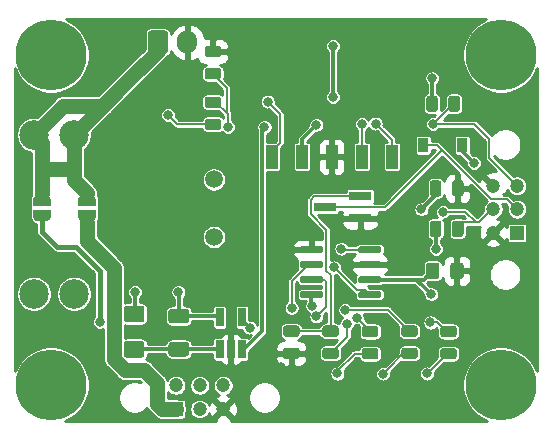
<source format=gbl>
G04 #@! TF.GenerationSoftware,KiCad,Pcbnew,(5.1.10)-1*
G04 #@! TF.CreationDate,2021-06-01T10:21:12-04:00*
G04 #@! TF.ProjectId,actuator,61637475-6174-46f7-922e-6b696361645f,rev?*
G04 #@! TF.SameCoordinates,Original*
G04 #@! TF.FileFunction,Copper,L2,Bot*
G04 #@! TF.FilePolarity,Positive*
%FSLAX46Y46*%
G04 Gerber Fmt 4.6, Leading zero omitted, Abs format (unit mm)*
G04 Created by KiCad (PCBNEW (5.1.10)-1) date 2021-06-01 10:21:12*
%MOMM*%
%LPD*%
G01*
G04 APERTURE LIST*
G04 #@! TA.AperFunction,ComponentPad*
%ADD10C,6.000000*%
G04 #@! TD*
G04 #@! TA.AperFunction,ComponentPad*
%ADD11C,2.500000*%
G04 #@! TD*
G04 #@! TA.AperFunction,SMDPad,CuDef*
%ADD12R,1.900000X0.800000*%
G04 #@! TD*
G04 #@! TA.AperFunction,ComponentPad*
%ADD13C,1.500000*%
G04 #@! TD*
G04 #@! TA.AperFunction,SMDPad,CuDef*
%ADD14R,0.650000X1.560000*%
G04 #@! TD*
G04 #@! TA.AperFunction,ComponentPad*
%ADD15C,1.200000*%
G04 #@! TD*
G04 #@! TA.AperFunction,ComponentPad*
%ADD16R,1.200000X1.200000*%
G04 #@! TD*
G04 #@! TA.AperFunction,SMDPad,CuDef*
%ADD17R,1.000000X2.000000*%
G04 #@! TD*
G04 #@! TA.AperFunction,ComponentPad*
%ADD18O,1.700000X2.000000*%
G04 #@! TD*
G04 #@! TA.AperFunction,SMDPad,CuDef*
%ADD19R,0.900000X1.200000*%
G04 #@! TD*
G04 #@! TA.AperFunction,SMDPad,CuDef*
%ADD20C,0.100000*%
G04 #@! TD*
G04 #@! TA.AperFunction,ViaPad*
%ADD21C,0.800000*%
G04 #@! TD*
G04 #@! TA.AperFunction,Conductor*
%ADD22C,0.304800*%
G04 #@! TD*
G04 #@! TA.AperFunction,Conductor*
%ADD23C,0.203200*%
G04 #@! TD*
G04 #@! TA.AperFunction,Conductor*
%ADD24C,1.270000*%
G04 #@! TD*
G04 #@! TA.AperFunction,Conductor*
%ADD25C,0.457200*%
G04 #@! TD*
G04 #@! TA.AperFunction,Conductor*
%ADD26C,0.254000*%
G04 #@! TD*
G04 #@! TA.AperFunction,Conductor*
%ADD27C,0.100000*%
G04 #@! TD*
G04 APERTURE END LIST*
D10*
X109220000Y-104140000D03*
G04 #@! TA.AperFunction,SMDPad,CuDef*
G36*
G01*
X123392250Y-104348100D02*
X122479750Y-104348100D01*
G75*
G02*
X122236000Y-104104350I0J243750D01*
G01*
X122236000Y-103616850D01*
G75*
G02*
X122479750Y-103373100I243750J0D01*
G01*
X123392250Y-103373100D01*
G75*
G02*
X123636000Y-103616850I0J-243750D01*
G01*
X123636000Y-104104350D01*
G75*
G02*
X123392250Y-104348100I-243750J0D01*
G01*
G37*
G04 #@! TD.AperFunction*
G04 #@! TA.AperFunction,SMDPad,CuDef*
G36*
G01*
X123392250Y-106223100D02*
X122479750Y-106223100D01*
G75*
G02*
X122236000Y-105979350I0J243750D01*
G01*
X122236000Y-105491850D01*
G75*
G02*
X122479750Y-105248100I243750J0D01*
G01*
X123392250Y-105248100D01*
G75*
G02*
X123636000Y-105491850I0J-243750D01*
G01*
X123636000Y-105979350D01*
G75*
G02*
X123392250Y-106223100I-243750J0D01*
G01*
G37*
G04 #@! TD.AperFunction*
D11*
X107775800Y-110896400D03*
X111175800Y-110896400D03*
X111175800Y-124366400D03*
X107775800Y-124366400D03*
D12*
X132407400Y-117033000D03*
X135407400Y-117983000D03*
X135407400Y-116083000D03*
D10*
X147320000Y-104140000D03*
X147320000Y-132080000D03*
X109220000Y-132080000D03*
D13*
X123012200Y-119561000D03*
X123012200Y-114681000D03*
G04 #@! TA.AperFunction,SMDPad,CuDef*
G36*
G01*
X132242200Y-120474600D02*
X132242200Y-120774600D01*
G75*
G02*
X132092200Y-120924600I-150000J0D01*
G01*
X130442200Y-120924600D01*
G75*
G02*
X130292200Y-120774600I0J150000D01*
G01*
X130292200Y-120474600D01*
G75*
G02*
X130442200Y-120324600I150000J0D01*
G01*
X132092200Y-120324600D01*
G75*
G02*
X132242200Y-120474600I0J-150000D01*
G01*
G37*
G04 #@! TD.AperFunction*
G04 #@! TA.AperFunction,SMDPad,CuDef*
G36*
G01*
X132242200Y-121744600D02*
X132242200Y-122044600D01*
G75*
G02*
X132092200Y-122194600I-150000J0D01*
G01*
X130442200Y-122194600D01*
G75*
G02*
X130292200Y-122044600I0J150000D01*
G01*
X130292200Y-121744600D01*
G75*
G02*
X130442200Y-121594600I150000J0D01*
G01*
X132092200Y-121594600D01*
G75*
G02*
X132242200Y-121744600I0J-150000D01*
G01*
G37*
G04 #@! TD.AperFunction*
G04 #@! TA.AperFunction,SMDPad,CuDef*
G36*
G01*
X132242200Y-123014600D02*
X132242200Y-123314600D01*
G75*
G02*
X132092200Y-123464600I-150000J0D01*
G01*
X130442200Y-123464600D01*
G75*
G02*
X130292200Y-123314600I0J150000D01*
G01*
X130292200Y-123014600D01*
G75*
G02*
X130442200Y-122864600I150000J0D01*
G01*
X132092200Y-122864600D01*
G75*
G02*
X132242200Y-123014600I0J-150000D01*
G01*
G37*
G04 #@! TD.AperFunction*
G04 #@! TA.AperFunction,SMDPad,CuDef*
G36*
G01*
X132242200Y-124284600D02*
X132242200Y-124584600D01*
G75*
G02*
X132092200Y-124734600I-150000J0D01*
G01*
X130442200Y-124734600D01*
G75*
G02*
X130292200Y-124584600I0J150000D01*
G01*
X130292200Y-124284600D01*
G75*
G02*
X130442200Y-124134600I150000J0D01*
G01*
X132092200Y-124134600D01*
G75*
G02*
X132242200Y-124284600I0J-150000D01*
G01*
G37*
G04 #@! TD.AperFunction*
G04 #@! TA.AperFunction,SMDPad,CuDef*
G36*
G01*
X137192200Y-124284600D02*
X137192200Y-124584600D01*
G75*
G02*
X137042200Y-124734600I-150000J0D01*
G01*
X135392200Y-124734600D01*
G75*
G02*
X135242200Y-124584600I0J150000D01*
G01*
X135242200Y-124284600D01*
G75*
G02*
X135392200Y-124134600I150000J0D01*
G01*
X137042200Y-124134600D01*
G75*
G02*
X137192200Y-124284600I0J-150000D01*
G01*
G37*
G04 #@! TD.AperFunction*
G04 #@! TA.AperFunction,SMDPad,CuDef*
G36*
G01*
X137192200Y-123014600D02*
X137192200Y-123314600D01*
G75*
G02*
X137042200Y-123464600I-150000J0D01*
G01*
X135392200Y-123464600D01*
G75*
G02*
X135242200Y-123314600I0J150000D01*
G01*
X135242200Y-123014600D01*
G75*
G02*
X135392200Y-122864600I150000J0D01*
G01*
X137042200Y-122864600D01*
G75*
G02*
X137192200Y-123014600I0J-150000D01*
G01*
G37*
G04 #@! TD.AperFunction*
G04 #@! TA.AperFunction,SMDPad,CuDef*
G36*
G01*
X137192200Y-121744600D02*
X137192200Y-122044600D01*
G75*
G02*
X137042200Y-122194600I-150000J0D01*
G01*
X135392200Y-122194600D01*
G75*
G02*
X135242200Y-122044600I0J150000D01*
G01*
X135242200Y-121744600D01*
G75*
G02*
X135392200Y-121594600I150000J0D01*
G01*
X137042200Y-121594600D01*
G75*
G02*
X137192200Y-121744600I0J-150000D01*
G01*
G37*
G04 #@! TD.AperFunction*
G04 #@! TA.AperFunction,SMDPad,CuDef*
G36*
G01*
X137192200Y-120474600D02*
X137192200Y-120774600D01*
G75*
G02*
X137042200Y-120924600I-150000J0D01*
G01*
X135392200Y-120924600D01*
G75*
G02*
X135242200Y-120774600I0J150000D01*
G01*
X135242200Y-120474600D01*
G75*
G02*
X135392200Y-120324600I150000J0D01*
G01*
X137042200Y-120324600D01*
G75*
G02*
X137192200Y-120474600I0J-150000D01*
G01*
G37*
G04 #@! TD.AperFunction*
D14*
X125399800Y-126357400D03*
X123499800Y-126357400D03*
X123499800Y-129057400D03*
X124449800Y-129057400D03*
X125399800Y-129057400D03*
G04 #@! TA.AperFunction,SMDPad,CuDef*
G36*
G01*
X143174900Y-119328250D02*
X143174900Y-118415750D01*
G75*
G02*
X143418650Y-118172000I243750J0D01*
G01*
X143906150Y-118172000D01*
G75*
G02*
X144149900Y-118415750I0J-243750D01*
G01*
X144149900Y-119328250D01*
G75*
G02*
X143906150Y-119572000I-243750J0D01*
G01*
X143418650Y-119572000D01*
G75*
G02*
X143174900Y-119328250I0J243750D01*
G01*
G37*
G04 #@! TD.AperFunction*
G04 #@! TA.AperFunction,SMDPad,CuDef*
G36*
G01*
X141299900Y-119328250D02*
X141299900Y-118415750D01*
G75*
G02*
X141543650Y-118172000I243750J0D01*
G01*
X142031150Y-118172000D01*
G75*
G02*
X142274900Y-118415750I0J-243750D01*
G01*
X142274900Y-119328250D01*
G75*
G02*
X142031150Y-119572000I-243750J0D01*
G01*
X141543650Y-119572000D01*
G75*
G02*
X141299900Y-119328250I0J243750D01*
G01*
G37*
G04 #@! TD.AperFunction*
G04 #@! TA.AperFunction,SMDPad,CuDef*
G36*
G01*
X142870100Y-108736450D02*
X142870100Y-107823950D01*
G75*
G02*
X143113850Y-107580200I243750J0D01*
G01*
X143601350Y-107580200D01*
G75*
G02*
X143845100Y-107823950I0J-243750D01*
G01*
X143845100Y-108736450D01*
G75*
G02*
X143601350Y-108980200I-243750J0D01*
G01*
X143113850Y-108980200D01*
G75*
G02*
X142870100Y-108736450I0J243750D01*
G01*
G37*
G04 #@! TD.AperFunction*
G04 #@! TA.AperFunction,SMDPad,CuDef*
G36*
G01*
X140995100Y-108736450D02*
X140995100Y-107823950D01*
G75*
G02*
X141238850Y-107580200I243750J0D01*
G01*
X141726350Y-107580200D01*
G75*
G02*
X141970100Y-107823950I0J-243750D01*
G01*
X141970100Y-108736450D01*
G75*
G02*
X141726350Y-108980200I-243750J0D01*
G01*
X141238850Y-108980200D01*
G75*
G02*
X140995100Y-108736450I0J243750D01*
G01*
G37*
G04 #@! TD.AperFunction*
G04 #@! TA.AperFunction,SMDPad,CuDef*
G36*
G01*
X129109150Y-128925500D02*
X130021650Y-128925500D01*
G75*
G02*
X130265400Y-129169250I0J-243750D01*
G01*
X130265400Y-129656750D01*
G75*
G02*
X130021650Y-129900500I-243750J0D01*
G01*
X129109150Y-129900500D01*
G75*
G02*
X128865400Y-129656750I0J243750D01*
G01*
X128865400Y-129169250D01*
G75*
G02*
X129109150Y-128925500I243750J0D01*
G01*
G37*
G04 #@! TD.AperFunction*
G04 #@! TA.AperFunction,SMDPad,CuDef*
G36*
G01*
X129109150Y-127050500D02*
X130021650Y-127050500D01*
G75*
G02*
X130265400Y-127294250I0J-243750D01*
G01*
X130265400Y-127781750D01*
G75*
G02*
X130021650Y-128025500I-243750J0D01*
G01*
X129109150Y-128025500D01*
G75*
G02*
X128865400Y-127781750I0J243750D01*
G01*
X128865400Y-127294250D01*
G75*
G02*
X129109150Y-127050500I243750J0D01*
G01*
G37*
G04 #@! TD.AperFunction*
G04 #@! TA.AperFunction,SMDPad,CuDef*
G36*
G01*
X132436550Y-128925500D02*
X133349050Y-128925500D01*
G75*
G02*
X133592800Y-129169250I0J-243750D01*
G01*
X133592800Y-129656750D01*
G75*
G02*
X133349050Y-129900500I-243750J0D01*
G01*
X132436550Y-129900500D01*
G75*
G02*
X132192800Y-129656750I0J243750D01*
G01*
X132192800Y-129169250D01*
G75*
G02*
X132436550Y-128925500I243750J0D01*
G01*
G37*
G04 #@! TD.AperFunction*
G04 #@! TA.AperFunction,SMDPad,CuDef*
G36*
G01*
X132436550Y-127050500D02*
X133349050Y-127050500D01*
G75*
G02*
X133592800Y-127294250I0J-243750D01*
G01*
X133592800Y-127781750D01*
G75*
G02*
X133349050Y-128025500I-243750J0D01*
G01*
X132436550Y-128025500D01*
G75*
G02*
X132192800Y-127781750I0J243750D01*
G01*
X132192800Y-127294250D01*
G75*
G02*
X132436550Y-127050500I243750J0D01*
G01*
G37*
G04 #@! TD.AperFunction*
G04 #@! TA.AperFunction,SMDPad,CuDef*
G36*
G01*
X136701850Y-128048600D02*
X135789350Y-128048600D01*
G75*
G02*
X135545600Y-127804850I0J243750D01*
G01*
X135545600Y-127317350D01*
G75*
G02*
X135789350Y-127073600I243750J0D01*
G01*
X136701850Y-127073600D01*
G75*
G02*
X136945600Y-127317350I0J-243750D01*
G01*
X136945600Y-127804850D01*
G75*
G02*
X136701850Y-128048600I-243750J0D01*
G01*
G37*
G04 #@! TD.AperFunction*
G04 #@! TA.AperFunction,SMDPad,CuDef*
G36*
G01*
X136701850Y-129923600D02*
X135789350Y-129923600D01*
G75*
G02*
X135545600Y-129679850I0J243750D01*
G01*
X135545600Y-129192350D01*
G75*
G02*
X135789350Y-128948600I243750J0D01*
G01*
X136701850Y-128948600D01*
G75*
G02*
X136945600Y-129192350I0J-243750D01*
G01*
X136945600Y-129679850D01*
G75*
G02*
X136701850Y-129923600I-243750J0D01*
G01*
G37*
G04 #@! TD.AperFunction*
G04 #@! TA.AperFunction,SMDPad,CuDef*
G36*
G01*
X140029250Y-128023200D02*
X139116750Y-128023200D01*
G75*
G02*
X138873000Y-127779450I0J243750D01*
G01*
X138873000Y-127291950D01*
G75*
G02*
X139116750Y-127048200I243750J0D01*
G01*
X140029250Y-127048200D01*
G75*
G02*
X140273000Y-127291950I0J-243750D01*
G01*
X140273000Y-127779450D01*
G75*
G02*
X140029250Y-128023200I-243750J0D01*
G01*
G37*
G04 #@! TD.AperFunction*
G04 #@! TA.AperFunction,SMDPad,CuDef*
G36*
G01*
X140029250Y-129898200D02*
X139116750Y-129898200D01*
G75*
G02*
X138873000Y-129654450I0J243750D01*
G01*
X138873000Y-129166950D01*
G75*
G02*
X139116750Y-128923200I243750J0D01*
G01*
X140029250Y-128923200D01*
G75*
G02*
X140273000Y-129166950I0J-243750D01*
G01*
X140273000Y-129654450D01*
G75*
G02*
X140029250Y-129898200I-243750J0D01*
G01*
G37*
G04 #@! TD.AperFunction*
G04 #@! TA.AperFunction,SMDPad,CuDef*
G36*
G01*
X143331250Y-128046300D02*
X142418750Y-128046300D01*
G75*
G02*
X142175000Y-127802550I0J243750D01*
G01*
X142175000Y-127315050D01*
G75*
G02*
X142418750Y-127071300I243750J0D01*
G01*
X143331250Y-127071300D01*
G75*
G02*
X143575000Y-127315050I0J-243750D01*
G01*
X143575000Y-127802550D01*
G75*
G02*
X143331250Y-128046300I-243750J0D01*
G01*
G37*
G04 #@! TD.AperFunction*
G04 #@! TA.AperFunction,SMDPad,CuDef*
G36*
G01*
X143331250Y-129921300D02*
X142418750Y-129921300D01*
G75*
G02*
X142175000Y-129677550I0J243750D01*
G01*
X142175000Y-129190050D01*
G75*
G02*
X142418750Y-128946300I243750J0D01*
G01*
X143331250Y-128946300D01*
G75*
G02*
X143575000Y-129190050I0J-243750D01*
G01*
X143575000Y-129677550D01*
G75*
G02*
X143331250Y-129921300I-243750J0D01*
G01*
G37*
G04 #@! TD.AperFunction*
G04 #@! TA.AperFunction,SMDPad,CuDef*
G36*
G01*
X123392250Y-108640700D02*
X122479750Y-108640700D01*
G75*
G02*
X122236000Y-108396950I0J243750D01*
G01*
X122236000Y-107909450D01*
G75*
G02*
X122479750Y-107665700I243750J0D01*
G01*
X123392250Y-107665700D01*
G75*
G02*
X123636000Y-107909450I0J-243750D01*
G01*
X123636000Y-108396950D01*
G75*
G02*
X123392250Y-108640700I-243750J0D01*
G01*
G37*
G04 #@! TD.AperFunction*
G04 #@! TA.AperFunction,SMDPad,CuDef*
G36*
G01*
X123392250Y-110515700D02*
X122479750Y-110515700D01*
G75*
G02*
X122236000Y-110271950I0J243750D01*
G01*
X122236000Y-109784450D01*
G75*
G02*
X122479750Y-109540700I243750J0D01*
G01*
X123392250Y-109540700D01*
G75*
G02*
X123636000Y-109784450I0J-243750D01*
G01*
X123636000Y-110271950D01*
G75*
G02*
X123392250Y-110515700I-243750J0D01*
G01*
G37*
G04 #@! TD.AperFunction*
G04 #@! TA.AperFunction,SMDPad,CuDef*
G36*
G01*
X119415400Y-128432400D02*
X120665400Y-128432400D01*
G75*
G02*
X120915400Y-128682400I0J-250000D01*
G01*
X120915400Y-129432400D01*
G75*
G02*
X120665400Y-129682400I-250000J0D01*
G01*
X119415400Y-129682400D01*
G75*
G02*
X119165400Y-129432400I0J250000D01*
G01*
X119165400Y-128682400D01*
G75*
G02*
X119415400Y-128432400I250000J0D01*
G01*
G37*
G04 #@! TD.AperFunction*
G04 #@! TA.AperFunction,SMDPad,CuDef*
G36*
G01*
X119415400Y-125632400D02*
X120665400Y-125632400D01*
G75*
G02*
X120915400Y-125882400I0J-250000D01*
G01*
X120915400Y-126632400D01*
G75*
G02*
X120665400Y-126882400I-250000J0D01*
G01*
X119415400Y-126882400D01*
G75*
G02*
X119165400Y-126632400I0J250000D01*
G01*
X119165400Y-125882400D01*
G75*
G02*
X119415400Y-125632400I250000J0D01*
G01*
G37*
G04 #@! TD.AperFunction*
D15*
X146675600Y-119221000D03*
X146675600Y-117221000D03*
X146675600Y-115221000D03*
X148675600Y-115221000D03*
D16*
X148675600Y-119221000D03*
D15*
X148675600Y-117221000D03*
D17*
X127914400Y-112776000D03*
X130454400Y-112776000D03*
X132994400Y-112776000D03*
X135534400Y-112776000D03*
X138074400Y-112776000D03*
D15*
X119799600Y-132130800D03*
X121799600Y-132130800D03*
X123799600Y-132130800D03*
X123799600Y-134130800D03*
D16*
X119799600Y-134130800D03*
D15*
X121799600Y-134130800D03*
D18*
X120777000Y-103073200D03*
G04 #@! TA.AperFunction,ComponentPad*
G36*
G01*
X117427000Y-103823200D02*
X117427000Y-102323200D01*
G75*
G02*
X117677000Y-102073200I250000J0D01*
G01*
X118877000Y-102073200D01*
G75*
G02*
X119127000Y-102323200I0J-250000D01*
G01*
X119127000Y-103823200D01*
G75*
G02*
X118877000Y-104073200I-250000J0D01*
G01*
X117677000Y-104073200D01*
G75*
G02*
X117427000Y-103823200I0J250000D01*
G01*
G37*
G04 #@! TD.AperFunction*
G04 #@! TA.AperFunction,SMDPad,CuDef*
G36*
G01*
X116880800Y-126794900D02*
X115630800Y-126794900D01*
G75*
G02*
X115380800Y-126544900I0J250000D01*
G01*
X115380800Y-125619900D01*
G75*
G02*
X115630800Y-125369900I250000J0D01*
G01*
X116880800Y-125369900D01*
G75*
G02*
X117130800Y-125619900I0J-250000D01*
G01*
X117130800Y-126544900D01*
G75*
G02*
X116880800Y-126794900I-250000J0D01*
G01*
G37*
G04 #@! TD.AperFunction*
G04 #@! TA.AperFunction,SMDPad,CuDef*
G36*
G01*
X116880800Y-129769900D02*
X115630800Y-129769900D01*
G75*
G02*
X115380800Y-129519900I0J250000D01*
G01*
X115380800Y-128594900D01*
G75*
G02*
X115630800Y-128344900I250000J0D01*
G01*
X116880800Y-128344900D01*
G75*
G02*
X117130800Y-128594900I0J-250000D01*
G01*
X117130800Y-129519900D01*
G75*
G02*
X116880800Y-129769900I-250000J0D01*
G01*
G37*
G04 #@! TD.AperFunction*
D19*
X144043400Y-111785400D03*
X140743400Y-111785400D03*
G04 #@! TA.AperFunction,SMDPad,CuDef*
G36*
G01*
X143011200Y-122878001D02*
X143011200Y-121977999D01*
G75*
G02*
X143261199Y-121728000I249999J0D01*
G01*
X143911201Y-121728000D01*
G75*
G02*
X144161200Y-121977999I0J-249999D01*
G01*
X144161200Y-122878001D01*
G75*
G02*
X143911201Y-123128000I-249999J0D01*
G01*
X143261199Y-123128000D01*
G75*
G02*
X143011200Y-122878001I0J249999D01*
G01*
G37*
G04 #@! TD.AperFunction*
G04 #@! TA.AperFunction,SMDPad,CuDef*
G36*
G01*
X140961200Y-122878001D02*
X140961200Y-121977999D01*
G75*
G02*
X141211199Y-121728000I249999J0D01*
G01*
X141861201Y-121728000D01*
G75*
G02*
X142111200Y-121977999I0J-249999D01*
G01*
X142111200Y-122878001D01*
G75*
G02*
X141861201Y-123128000I-249999J0D01*
G01*
X141211199Y-123128000D01*
G75*
G02*
X140961200Y-122878001I0J249999D01*
G01*
G37*
G04 #@! TD.AperFunction*
G04 #@! TA.AperFunction,SMDPad,CuDef*
G36*
G01*
X142274900Y-114986750D02*
X142274900Y-115899250D01*
G75*
G02*
X142031150Y-116143000I-243750J0D01*
G01*
X141543650Y-116143000D01*
G75*
G02*
X141299900Y-115899250I0J243750D01*
G01*
X141299900Y-114986750D01*
G75*
G02*
X141543650Y-114743000I243750J0D01*
G01*
X142031150Y-114743000D01*
G75*
G02*
X142274900Y-114986750I0J-243750D01*
G01*
G37*
G04 #@! TD.AperFunction*
G04 #@! TA.AperFunction,SMDPad,CuDef*
G36*
G01*
X144149900Y-114986750D02*
X144149900Y-115899250D01*
G75*
G02*
X143906150Y-116143000I-243750J0D01*
G01*
X143418650Y-116143000D01*
G75*
G02*
X143174900Y-115899250I0J243750D01*
G01*
X143174900Y-114986750D01*
G75*
G02*
X143418650Y-114743000I243750J0D01*
G01*
X143906150Y-114743000D01*
G75*
G02*
X144149900Y-114986750I0J-243750D01*
G01*
G37*
G04 #@! TD.AperFunction*
G04 #@! TA.AperFunction,SMDPad,CuDef*
D20*
G36*
X107708602Y-116444000D02*
G01*
X107708602Y-116419466D01*
X107713412Y-116370635D01*
X107722984Y-116322510D01*
X107737228Y-116275555D01*
X107756005Y-116230222D01*
X107779136Y-116186949D01*
X107806396Y-116146150D01*
X107837524Y-116108221D01*
X107872221Y-116073524D01*
X107910150Y-116042396D01*
X107950949Y-116015136D01*
X107994222Y-115992005D01*
X108039555Y-115973228D01*
X108086510Y-115958984D01*
X108134635Y-115949412D01*
X108183466Y-115944602D01*
X108208000Y-115944602D01*
X108208000Y-115944000D01*
X108708000Y-115944000D01*
X108708000Y-115944602D01*
X108732534Y-115944602D01*
X108781365Y-115949412D01*
X108829490Y-115958984D01*
X108876445Y-115973228D01*
X108921778Y-115992005D01*
X108965051Y-116015136D01*
X109005850Y-116042396D01*
X109043779Y-116073524D01*
X109078476Y-116108221D01*
X109109604Y-116146150D01*
X109136864Y-116186949D01*
X109159995Y-116230222D01*
X109178772Y-116275555D01*
X109193016Y-116322510D01*
X109202588Y-116370635D01*
X109207398Y-116419466D01*
X109207398Y-116444000D01*
X109208000Y-116444000D01*
X109208000Y-116944000D01*
X107708000Y-116944000D01*
X107708000Y-116444000D01*
X107708602Y-116444000D01*
G37*
G04 #@! TD.AperFunction*
G04 #@! TA.AperFunction,SMDPad,CuDef*
G36*
X109208000Y-117244000D02*
G01*
X109208000Y-117744000D01*
X109207398Y-117744000D01*
X109207398Y-117768534D01*
X109202588Y-117817365D01*
X109193016Y-117865490D01*
X109178772Y-117912445D01*
X109159995Y-117957778D01*
X109136864Y-118001051D01*
X109109604Y-118041850D01*
X109078476Y-118079779D01*
X109043779Y-118114476D01*
X109005850Y-118145604D01*
X108965051Y-118172864D01*
X108921778Y-118195995D01*
X108876445Y-118214772D01*
X108829490Y-118229016D01*
X108781365Y-118238588D01*
X108732534Y-118243398D01*
X108708000Y-118243398D01*
X108708000Y-118244000D01*
X108208000Y-118244000D01*
X108208000Y-118243398D01*
X108183466Y-118243398D01*
X108134635Y-118238588D01*
X108086510Y-118229016D01*
X108039555Y-118214772D01*
X107994222Y-118195995D01*
X107950949Y-118172864D01*
X107910150Y-118145604D01*
X107872221Y-118114476D01*
X107837524Y-118079779D01*
X107806396Y-118041850D01*
X107779136Y-118001051D01*
X107756005Y-117957778D01*
X107737228Y-117912445D01*
X107722984Y-117865490D01*
X107713412Y-117817365D01*
X107708602Y-117768534D01*
X107708602Y-117744000D01*
X107708000Y-117744000D01*
X107708000Y-117244000D01*
X109208000Y-117244000D01*
G37*
G04 #@! TD.AperFunction*
G04 #@! TA.AperFunction,SMDPad,CuDef*
G36*
X113018000Y-117244000D02*
G01*
X113018000Y-117744000D01*
X113017398Y-117744000D01*
X113017398Y-117768534D01*
X113012588Y-117817365D01*
X113003016Y-117865490D01*
X112988772Y-117912445D01*
X112969995Y-117957778D01*
X112946864Y-118001051D01*
X112919604Y-118041850D01*
X112888476Y-118079779D01*
X112853779Y-118114476D01*
X112815850Y-118145604D01*
X112775051Y-118172864D01*
X112731778Y-118195995D01*
X112686445Y-118214772D01*
X112639490Y-118229016D01*
X112591365Y-118238588D01*
X112542534Y-118243398D01*
X112518000Y-118243398D01*
X112518000Y-118244000D01*
X112018000Y-118244000D01*
X112018000Y-118243398D01*
X111993466Y-118243398D01*
X111944635Y-118238588D01*
X111896510Y-118229016D01*
X111849555Y-118214772D01*
X111804222Y-118195995D01*
X111760949Y-118172864D01*
X111720150Y-118145604D01*
X111682221Y-118114476D01*
X111647524Y-118079779D01*
X111616396Y-118041850D01*
X111589136Y-118001051D01*
X111566005Y-117957778D01*
X111547228Y-117912445D01*
X111532984Y-117865490D01*
X111523412Y-117817365D01*
X111518602Y-117768534D01*
X111518602Y-117744000D01*
X111518000Y-117744000D01*
X111518000Y-117244000D01*
X113018000Y-117244000D01*
G37*
G04 #@! TD.AperFunction*
G04 #@! TA.AperFunction,SMDPad,CuDef*
G36*
X111518602Y-116444000D02*
G01*
X111518602Y-116419466D01*
X111523412Y-116370635D01*
X111532984Y-116322510D01*
X111547228Y-116275555D01*
X111566005Y-116230222D01*
X111589136Y-116186949D01*
X111616396Y-116146150D01*
X111647524Y-116108221D01*
X111682221Y-116073524D01*
X111720150Y-116042396D01*
X111760949Y-116015136D01*
X111804222Y-115992005D01*
X111849555Y-115973228D01*
X111896510Y-115958984D01*
X111944635Y-115949412D01*
X111993466Y-115944602D01*
X112018000Y-115944602D01*
X112018000Y-115944000D01*
X112518000Y-115944000D01*
X112518000Y-115944602D01*
X112542534Y-115944602D01*
X112591365Y-115949412D01*
X112639490Y-115958984D01*
X112686445Y-115973228D01*
X112731778Y-115992005D01*
X112775051Y-116015136D01*
X112815850Y-116042396D01*
X112853779Y-116073524D01*
X112888476Y-116108221D01*
X112919604Y-116146150D01*
X112946864Y-116186949D01*
X112969995Y-116230222D01*
X112988772Y-116275555D01*
X113003016Y-116322510D01*
X113012588Y-116370635D01*
X113017398Y-116419466D01*
X113017398Y-116444000D01*
X113018000Y-116444000D01*
X113018000Y-116944000D01*
X111518000Y-116944000D01*
X111518000Y-116444000D01*
X111518602Y-116444000D01*
G37*
G04 #@! TD.AperFunction*
D21*
X133096000Y-107696000D03*
X141503400Y-106121200D03*
X141808200Y-120573800D03*
X131699000Y-110058200D03*
X131342397Y-125392660D03*
X141427200Y-124409200D03*
X140589000Y-117221000D03*
X120015000Y-124231400D03*
X126034800Y-127228600D03*
X133096000Y-103378000D03*
X136626600Y-119202200D03*
X119456200Y-111455200D03*
X118491000Y-111455200D03*
X117500400Y-111455200D03*
X117373400Y-122809000D03*
X118338600Y-122809000D03*
X119354600Y-122834400D03*
X120345200Y-122834400D03*
X121259600Y-122834400D03*
X124739400Y-122809000D03*
X125679200Y-122783600D03*
X120370600Y-111455200D03*
X121259600Y-111455200D03*
X124942600Y-111429800D03*
X125882400Y-111455200D03*
X128727204Y-130581400D03*
X141071600Y-131114800D03*
X137337800Y-131140200D03*
X133477000Y-131114800D03*
X129590800Y-125577600D03*
X131685286Y-126281207D03*
X127565416Y-108095784D03*
X135534400Y-110007400D03*
X136702800Y-109956600D03*
X142417800Y-117424198D03*
X141554200Y-110007400D03*
X124206000Y-110236000D03*
X141351000Y-126796800D03*
X134137400Y-125730000D03*
X135102600Y-126384000D03*
X127298709Y-110255309D03*
X133172200Y-122123200D03*
X133807200Y-120548400D03*
X134302183Y-126900141D03*
X119126000Y-109220000D03*
X145034000Y-113284000D03*
X116332000Y-124206000D03*
X113366600Y-126746000D03*
D22*
X141482600Y-108280200D02*
X141482600Y-106142000D01*
X141482600Y-106142000D02*
X141503400Y-106121200D01*
X141787400Y-118872000D02*
X141787400Y-120553000D01*
X141787400Y-120553000D02*
X141808200Y-120573800D01*
X130454400Y-112776000D02*
X130454400Y-111302800D01*
X130454400Y-111302800D02*
X131699000Y-110058200D01*
X131267200Y-124434600D02*
X131267200Y-125317463D01*
X131267200Y-125317463D02*
X131342397Y-125392660D01*
X136217200Y-123164600D02*
X136474200Y-123164600D01*
X141401800Y-124409200D02*
X141427200Y-124409200D01*
X140614400Y-123621800D02*
X141401800Y-124409200D01*
X140157200Y-123164600D02*
X140614400Y-123621800D01*
X141787400Y-115443000D02*
X141787400Y-116022600D01*
X141787400Y-116022600D02*
X140589000Y-117221000D01*
X120040400Y-126257400D02*
X120040400Y-124256800D01*
X120040400Y-124256800D02*
X120015000Y-124231400D01*
X120040400Y-126257400D02*
X123539600Y-126257400D01*
X139979400Y-123164600D02*
X140766800Y-123164600D01*
X139979400Y-123164600D02*
X140157200Y-123164600D01*
X136474200Y-123164600D02*
X139979400Y-123164600D01*
X140766800Y-123164600D02*
X141630400Y-122301000D01*
X125399800Y-126357400D02*
X125399800Y-126593600D01*
X125399800Y-126593600D02*
X126034800Y-127228600D01*
X133096000Y-107696000D02*
X133096000Y-103378000D01*
D23*
X148675600Y-117221000D02*
X147821599Y-116366999D01*
X146460799Y-116366999D02*
X146523001Y-116366999D01*
X147821599Y-116366999D02*
X146523001Y-116366999D01*
X142298178Y-112232500D02*
X142326300Y-112232500D01*
X137497678Y-117033000D02*
X142298178Y-112232500D01*
X132407400Y-117033000D02*
X137497678Y-117033000D01*
X141879200Y-111785400D02*
X142326300Y-112232500D01*
X142326300Y-112232500D02*
X146460799Y-116366999D01*
X140743400Y-111785400D02*
X141427200Y-111785400D01*
X141226000Y-111785400D02*
X141427200Y-111785400D01*
X141427200Y-111785400D02*
X141879200Y-111785400D01*
D24*
X118187001Y-131903001D02*
X117094000Y-130810000D01*
X119799600Y-134130800D02*
X118636800Y-134130800D01*
X118187001Y-133681001D02*
X118187001Y-131903001D01*
X118636800Y-134130800D02*
X118187001Y-133681001D01*
D22*
X112268000Y-117744000D02*
X112268000Y-118110000D01*
D24*
X112268000Y-119888000D02*
X112268000Y-118364000D01*
D22*
X112268000Y-117744000D02*
X112268000Y-118364000D01*
D24*
X115453778Y-130810000D02*
X114554000Y-129910222D01*
X117094000Y-130810000D02*
X115453778Y-130810000D01*
X114554000Y-122174000D02*
X112268000Y-119888000D01*
X114554000Y-129910222D02*
X114554000Y-122174000D01*
D23*
X141071600Y-131114800D02*
X141471599Y-130714801D01*
X141471599Y-130714801D02*
X142824200Y-129362200D01*
X137737799Y-130740201D02*
X137337800Y-131140200D01*
X139141200Y-129336800D02*
X137737799Y-130740201D01*
X139649200Y-129336800D02*
X139141200Y-129336800D01*
X136245600Y-129438400D02*
X134924800Y-129438400D01*
X134924800Y-129438400D02*
X133477000Y-130886200D01*
X133477000Y-130886200D02*
X133477000Y-131114800D01*
D22*
X111175800Y-110896400D02*
X111099600Y-110896400D01*
D24*
X118277000Y-103073200D02*
X118277000Y-103795200D01*
X107775800Y-110896400D02*
X110214200Y-108458000D01*
X113614200Y-108458000D02*
X115608100Y-106464100D01*
X110214200Y-108458000D02*
X113614200Y-108458000D01*
X118277000Y-103795200D02*
X115608100Y-106464100D01*
X115608100Y-106464100D02*
X111175800Y-110896400D01*
D22*
X108458000Y-116078000D02*
X108458000Y-116444000D01*
D24*
X107775800Y-110896400D02*
X108458000Y-111578600D01*
D22*
X112268000Y-116078000D02*
X112268000Y-116444000D01*
D24*
X111175800Y-114731800D02*
X112268000Y-115824000D01*
X110998000Y-113792000D02*
X111175800Y-113614200D01*
X108458000Y-113792000D02*
X110998000Y-113792000D01*
X108458000Y-111578600D02*
X108458000Y-113792000D01*
X111175800Y-110896400D02*
X111175800Y-113614200D01*
X108458000Y-113792000D02*
X108458000Y-115824000D01*
X111175800Y-113614200D02*
X111175800Y-114731800D01*
D22*
X116255800Y-129057400D02*
X123545600Y-129057400D01*
D23*
X129590800Y-123294642D02*
X129590800Y-125011915D01*
X130965442Y-121920000D02*
X129590800Y-123294642D01*
X129590800Y-125011915D02*
X129590800Y-125577600D01*
D22*
X131267200Y-123164600D02*
X131343400Y-123164600D01*
D23*
X132496210Y-123318610D02*
X132496210Y-125470283D01*
X132342200Y-123164600D02*
X132496210Y-123318610D01*
X132496210Y-125470283D02*
X132085285Y-125881208D01*
X131267200Y-123164600D02*
X132342200Y-123164600D01*
X132085285Y-125881208D02*
X131685286Y-126281207D01*
X128617600Y-109147968D02*
X127965415Y-108495783D01*
X128617600Y-111572800D02*
X128617600Y-109147968D01*
X127914400Y-112776000D02*
X127914400Y-112276000D01*
X127914400Y-112276000D02*
X128617600Y-111572800D01*
X127965415Y-108495783D02*
X127565416Y-108095784D01*
X135534400Y-110007400D02*
X135534400Y-110573085D01*
X135534400Y-110573085D02*
X135534400Y-112776000D01*
X138074400Y-112776000D02*
X138074400Y-111328200D01*
X138074400Y-111328200D02*
X136702800Y-109956600D01*
X143662400Y-118872000D02*
X144218637Y-118315763D01*
X145437837Y-118315763D02*
X146659600Y-117094000D01*
X144218637Y-118315763D02*
X144701237Y-118315763D01*
X144701237Y-118315763D02*
X145437837Y-118315763D01*
X144297398Y-117424198D02*
X142983485Y-117424198D01*
X142983485Y-117424198D02*
X142417800Y-117424198D01*
X145186400Y-118313200D02*
X144297398Y-117424198D01*
X145059400Y-110007400D02*
X142119885Y-110007400D01*
X142119885Y-110007400D02*
X141554200Y-110007400D01*
X146321599Y-111269599D02*
X145059400Y-110007400D01*
X146321599Y-112866999D02*
X146321599Y-111269599D01*
X148675600Y-115221000D02*
X146321599Y-112866999D01*
X141554200Y-110007400D02*
X143179800Y-108381800D01*
X130365400Y-127538000D02*
X130370000Y-127533400D01*
X129565400Y-127538000D02*
X130365400Y-127538000D01*
X130370000Y-127533400D02*
X132816600Y-127533400D01*
X131203399Y-116429799D02*
X131529798Y-116103400D01*
X131203399Y-117636201D02*
X131203399Y-116429799D01*
X132518199Y-118951001D02*
X131203399Y-117636201D01*
X132518199Y-122437121D02*
X132518199Y-118951001D01*
X132892800Y-127538000D02*
X132892800Y-122811722D01*
X132892800Y-122811722D02*
X132518199Y-122437121D01*
X131529798Y-116103400D02*
X135661400Y-116103400D01*
X123146085Y-108127800D02*
X124104400Y-109086115D01*
X124104400Y-109086115D02*
X124104400Y-106934000D01*
X124104400Y-106934000D02*
X122936000Y-105765600D01*
X124104400Y-109086115D02*
X124206000Y-109187715D01*
X124206000Y-109187715D02*
X124206000Y-109670315D01*
X124206000Y-109670315D02*
X124206000Y-110236000D01*
X141916685Y-126796800D02*
X142831085Y-127711200D01*
X141351000Y-126796800D02*
X141916685Y-126796800D01*
X139573000Y-127535700D02*
X137767300Y-125730000D01*
X137767300Y-125730000D02*
X134137400Y-125730000D01*
X136245600Y-127561100D02*
X136245600Y-127527000D01*
X136245600Y-127527000D02*
X135102600Y-126384000D01*
D22*
X125399800Y-129057400D02*
X125603000Y-129057400D01*
X125603000Y-129057400D02*
X127109599Y-127550801D01*
X127109599Y-110444419D02*
X127298709Y-110255309D01*
X127109599Y-127550801D02*
X127109599Y-110444419D01*
D23*
X133572199Y-122523199D02*
X133172200Y-122123200D01*
X135846490Y-124063890D02*
X135112890Y-124063890D01*
X135112890Y-124063890D02*
X133572199Y-122523199D01*
X136217200Y-124434600D02*
X135846490Y-124063890D01*
X133883400Y-120624600D02*
X133807200Y-120548400D01*
X136217200Y-120624600D02*
X133883400Y-120624600D01*
X132892800Y-129413000D02*
X134302183Y-128003617D01*
X134302183Y-128003617D02*
X134302183Y-126900141D01*
X122936000Y-110028200D02*
X119934200Y-110028200D01*
X119934200Y-110028200D02*
X119126000Y-109220000D01*
D22*
X144043400Y-111785400D02*
X144043400Y-112293400D01*
X144043400Y-112293400D02*
X145034000Y-113284000D01*
X116332000Y-126006200D02*
X116255800Y-126082400D01*
X116332000Y-124206000D02*
X116332000Y-126006200D01*
D25*
X109728000Y-120396000D02*
X108458000Y-119126000D01*
X108458000Y-119126000D02*
X108458000Y-117744000D01*
X111339146Y-120396000D02*
X109728000Y-120396000D01*
X113366600Y-126746000D02*
X113366600Y-122423454D01*
X113366600Y-122423454D02*
X111339146Y-120396000D01*
D26*
X145766621Y-101233833D02*
X145229504Y-101592723D01*
X144772723Y-102049504D01*
X144413833Y-102586621D01*
X144166625Y-103183434D01*
X144040600Y-103817007D01*
X144040600Y-104462993D01*
X144166625Y-105096566D01*
X144413833Y-105693379D01*
X144772723Y-106230496D01*
X145229504Y-106687277D01*
X145766621Y-107046167D01*
X146363434Y-107293375D01*
X146997007Y-107419400D01*
X147642993Y-107419400D01*
X148276566Y-107293375D01*
X148873379Y-107046167D01*
X149410496Y-106687277D01*
X149867277Y-106230496D01*
X150226167Y-105693379D01*
X150393800Y-105288677D01*
X150393801Y-130931325D01*
X150226167Y-130526621D01*
X149867277Y-129989504D01*
X149410496Y-129532723D01*
X148873379Y-129173833D01*
X148276566Y-128926625D01*
X147642993Y-128800600D01*
X146997007Y-128800600D01*
X146363434Y-128926625D01*
X145766621Y-129173833D01*
X145229504Y-129532723D01*
X144772723Y-129989504D01*
X144413833Y-130526621D01*
X144166625Y-131123434D01*
X144040600Y-131757007D01*
X144040600Y-132402993D01*
X144166625Y-133036566D01*
X144413833Y-133633379D01*
X144772723Y-134170496D01*
X145229504Y-134627277D01*
X145766621Y-134986167D01*
X146171323Y-135153800D01*
X124433105Y-135153800D01*
X124469759Y-134980564D01*
X123799600Y-134310405D01*
X123129441Y-134980564D01*
X123166095Y-135153800D01*
X110368677Y-135153800D01*
X110773379Y-134986167D01*
X111310496Y-134627277D01*
X111767277Y-134170496D01*
X112126167Y-133633379D01*
X112373375Y-133036566D01*
X112499400Y-132402993D01*
X112499400Y-131757007D01*
X112373375Y-131123434D01*
X112126167Y-130526621D01*
X111767277Y-129989504D01*
X111310496Y-129532723D01*
X110773379Y-129173833D01*
X110176566Y-128926625D01*
X109542993Y-128800600D01*
X108897007Y-128800600D01*
X108263434Y-128926625D01*
X107666621Y-129173833D01*
X107129504Y-129532723D01*
X106672723Y-129989504D01*
X106313833Y-130526621D01*
X106146200Y-130931323D01*
X106146200Y-124215767D01*
X106246400Y-124215767D01*
X106246400Y-124517033D01*
X106305174Y-124812509D01*
X106420463Y-125090843D01*
X106587838Y-125341336D01*
X106800864Y-125554362D01*
X107051357Y-125721737D01*
X107329691Y-125837026D01*
X107625167Y-125895800D01*
X107926433Y-125895800D01*
X108221909Y-125837026D01*
X108500243Y-125721737D01*
X108750736Y-125554362D01*
X108963762Y-125341336D01*
X109131137Y-125090843D01*
X109246426Y-124812509D01*
X109305200Y-124517033D01*
X109305200Y-124215767D01*
X109646400Y-124215767D01*
X109646400Y-124517033D01*
X109705174Y-124812509D01*
X109820463Y-125090843D01*
X109987838Y-125341336D01*
X110200864Y-125554362D01*
X110451357Y-125721737D01*
X110729691Y-125837026D01*
X111025167Y-125895800D01*
X111326433Y-125895800D01*
X111621909Y-125837026D01*
X111900243Y-125721737D01*
X112150736Y-125554362D01*
X112363762Y-125341336D01*
X112531137Y-125090843D01*
X112646426Y-124812509D01*
X112705200Y-124517033D01*
X112705200Y-124215767D01*
X112646426Y-123920291D01*
X112531137Y-123641957D01*
X112363762Y-123391464D01*
X112150736Y-123178438D01*
X111900243Y-123011063D01*
X111621909Y-122895774D01*
X111326433Y-122837000D01*
X111025167Y-122837000D01*
X110729691Y-122895774D01*
X110451357Y-123011063D01*
X110200864Y-123178438D01*
X109987838Y-123391464D01*
X109820463Y-123641957D01*
X109705174Y-123920291D01*
X109646400Y-124215767D01*
X109305200Y-124215767D01*
X109246426Y-123920291D01*
X109131137Y-123641957D01*
X108963762Y-123391464D01*
X108750736Y-123178438D01*
X108500243Y-123011063D01*
X108221909Y-122895774D01*
X107926433Y-122837000D01*
X107625167Y-122837000D01*
X107329691Y-122895774D01*
X107051357Y-123011063D01*
X106800864Y-123178438D01*
X106587838Y-123391464D01*
X106420463Y-123641957D01*
X106305174Y-123920291D01*
X106246400Y-124215767D01*
X106146200Y-124215767D01*
X106146200Y-110745767D01*
X106246400Y-110745767D01*
X106246400Y-111047033D01*
X106305174Y-111342509D01*
X106420463Y-111620843D01*
X106587838Y-111871336D01*
X106800864Y-112084362D01*
X107051357Y-112251737D01*
X107329691Y-112367026D01*
X107543600Y-112409575D01*
X107543601Y-113747073D01*
X107539176Y-113792000D01*
X107543600Y-113836918D01*
X107543601Y-115868918D01*
X107556832Y-116003254D01*
X107559816Y-116013092D01*
X107533602Y-116052324D01*
X107507657Y-116100864D01*
X107470148Y-116191420D01*
X107454173Y-116244086D01*
X107435051Y-116340219D01*
X107429656Y-116394991D01*
X107429656Y-116419553D01*
X107427248Y-116444000D01*
X107427248Y-116944000D01*
X107432643Y-116998772D01*
X107448619Y-117051439D01*
X107471368Y-117094000D01*
X107448619Y-117136561D01*
X107432643Y-117189228D01*
X107427248Y-117244000D01*
X107427248Y-117744000D01*
X107429656Y-117768447D01*
X107429656Y-117793009D01*
X107435051Y-117847781D01*
X107454173Y-117943914D01*
X107470148Y-117996580D01*
X107507657Y-118087136D01*
X107533602Y-118135676D01*
X107588058Y-118217175D01*
X107622973Y-118259719D01*
X107692281Y-118329027D01*
X107734825Y-118363942D01*
X107816324Y-118418398D01*
X107864864Y-118444343D01*
X107950000Y-118479607D01*
X107950000Y-119101055D01*
X107947543Y-119126000D01*
X107950000Y-119150944D01*
X107950000Y-119150946D01*
X107957351Y-119225584D01*
X107986399Y-119321342D01*
X108033571Y-119409595D01*
X108097052Y-119486948D01*
X108116435Y-119502855D01*
X109351149Y-120737570D01*
X109367052Y-120756948D01*
X109386429Y-120772850D01*
X109444404Y-120820429D01*
X109532655Y-120867600D01*
X109532657Y-120867601D01*
X109628415Y-120896649D01*
X109703053Y-120904000D01*
X109703055Y-120904000D01*
X109727999Y-120906457D01*
X109752943Y-120904000D01*
X111128726Y-120904000D01*
X112858601Y-122633876D01*
X112858600Y-126293184D01*
X112838876Y-126312908D01*
X112764524Y-126424184D01*
X112713309Y-126547826D01*
X112687200Y-126679085D01*
X112687200Y-126812915D01*
X112713309Y-126944174D01*
X112764524Y-127067816D01*
X112838876Y-127179092D01*
X112933508Y-127273724D01*
X113044784Y-127348076D01*
X113168426Y-127399291D01*
X113299685Y-127425400D01*
X113433515Y-127425400D01*
X113564774Y-127399291D01*
X113639600Y-127368296D01*
X113639600Y-129865307D01*
X113635176Y-129910222D01*
X113639600Y-129955137D01*
X113639600Y-129955139D01*
X113652831Y-130089475D01*
X113705117Y-130261840D01*
X113790026Y-130420692D01*
X113904293Y-130559929D01*
X113939189Y-130588568D01*
X114775436Y-131424815D01*
X114804071Y-131459707D01*
X114838961Y-131488340D01*
X114943306Y-131573974D01*
X114998639Y-131603550D01*
X115102159Y-131658883D01*
X115274524Y-131711169D01*
X115408860Y-131724400D01*
X115408862Y-131724400D01*
X115453777Y-131728824D01*
X115498692Y-131724400D01*
X116715244Y-131724400D01*
X116861225Y-131870381D01*
X116701956Y-131804410D01*
X116435459Y-131751400D01*
X116163741Y-131751400D01*
X115897244Y-131804410D01*
X115646209Y-131908392D01*
X115420284Y-132059350D01*
X115228150Y-132251484D01*
X115077192Y-132477409D01*
X114973210Y-132728444D01*
X114920200Y-132994941D01*
X114920200Y-133266659D01*
X114973210Y-133533156D01*
X115077192Y-133784191D01*
X115228150Y-134010116D01*
X115420284Y-134202250D01*
X115646209Y-134353208D01*
X115897244Y-134457190D01*
X116163741Y-134510200D01*
X116435459Y-134510200D01*
X116701956Y-134457190D01*
X116952991Y-134353208D01*
X117178916Y-134202250D01*
X117341751Y-134039415D01*
X117423027Y-134191471D01*
X117537294Y-134330708D01*
X117572191Y-134359347D01*
X117958454Y-134745610D01*
X117987093Y-134780507D01*
X118126329Y-134894774D01*
X118285181Y-134979683D01*
X118457546Y-135031969D01*
X118591882Y-135045200D01*
X118591885Y-135045200D01*
X118636800Y-135049624D01*
X118681715Y-135045200D01*
X119844518Y-135045200D01*
X119978854Y-135031969D01*
X120046164Y-135011551D01*
X120399600Y-135011551D01*
X120454372Y-135006156D01*
X120507039Y-134990180D01*
X120555577Y-134964236D01*
X120598121Y-134929321D01*
X120633036Y-134886777D01*
X120658980Y-134838239D01*
X120674956Y-134785572D01*
X120680351Y-134730800D01*
X120680351Y-134377364D01*
X120700769Y-134310054D01*
X120718424Y-134130800D01*
X120709894Y-134044187D01*
X120920200Y-134044187D01*
X120920200Y-134217413D01*
X120953995Y-134387312D01*
X121020286Y-134547352D01*
X121116525Y-134691385D01*
X121239015Y-134813875D01*
X121383048Y-134910114D01*
X121543088Y-134976405D01*
X121712987Y-135010200D01*
X121886213Y-135010200D01*
X122056112Y-134976405D01*
X122216152Y-134910114D01*
X122360185Y-134813875D01*
X122482675Y-134691385D01*
X122578914Y-134547352D01*
X122609363Y-134473843D01*
X122685398Y-134677218D01*
X122726252Y-134753652D01*
X122949836Y-134800959D01*
X123619995Y-134130800D01*
X123979205Y-134130800D01*
X124649364Y-134800959D01*
X124872948Y-134753652D01*
X124973837Y-134532284D01*
X125029600Y-134295487D01*
X125038095Y-134052362D01*
X124998995Y-133812251D01*
X124913802Y-133584382D01*
X124872948Y-133507948D01*
X124649364Y-133460641D01*
X123979205Y-134130800D01*
X123619995Y-134130800D01*
X122949836Y-133460641D01*
X122726252Y-133507948D01*
X122625363Y-133729316D01*
X122610790Y-133791202D01*
X122578914Y-133714248D01*
X122482675Y-133570215D01*
X122360185Y-133447725D01*
X122216152Y-133351486D01*
X122056112Y-133285195D01*
X121886213Y-133251400D01*
X121712987Y-133251400D01*
X121543088Y-133285195D01*
X121383048Y-133351486D01*
X121239015Y-133447725D01*
X121116525Y-133570215D01*
X121020286Y-133714248D01*
X120953995Y-133874288D01*
X120920200Y-134044187D01*
X120709894Y-134044187D01*
X120700769Y-133951546D01*
X120680351Y-133884236D01*
X120680351Y-133530800D01*
X120674956Y-133476028D01*
X120658980Y-133423361D01*
X120633036Y-133374823D01*
X120598121Y-133332279D01*
X120555577Y-133297364D01*
X120507039Y-133271420D01*
X120454372Y-133255444D01*
X120399600Y-133250049D01*
X120046164Y-133250049D01*
X119978854Y-133229631D01*
X119844518Y-133216400D01*
X119101401Y-133216400D01*
X119101401Y-132668750D01*
X119116525Y-132691385D01*
X119239015Y-132813875D01*
X119383048Y-132910114D01*
X119543088Y-132976405D01*
X119712987Y-133010200D01*
X119886213Y-133010200D01*
X120056112Y-132976405D01*
X120216152Y-132910114D01*
X120360185Y-132813875D01*
X120482675Y-132691385D01*
X120578914Y-132547352D01*
X120645205Y-132387312D01*
X120679000Y-132217413D01*
X120679000Y-132044187D01*
X120920200Y-132044187D01*
X120920200Y-132217413D01*
X120953995Y-132387312D01*
X121020286Y-132547352D01*
X121116525Y-132691385D01*
X121239015Y-132813875D01*
X121383048Y-132910114D01*
X121543088Y-132976405D01*
X121712987Y-133010200D01*
X121886213Y-133010200D01*
X122056112Y-132976405D01*
X122216152Y-132910114D01*
X122360185Y-132813875D01*
X122482675Y-132691385D01*
X122578914Y-132547352D01*
X122645205Y-132387312D01*
X122679000Y-132217413D01*
X122679000Y-132044187D01*
X122920200Y-132044187D01*
X122920200Y-132217413D01*
X122953995Y-132387312D01*
X123020286Y-132547352D01*
X123116525Y-132691385D01*
X123239015Y-132813875D01*
X123383048Y-132910114D01*
X123456557Y-132940563D01*
X123253182Y-133016598D01*
X123176748Y-133057452D01*
X123129441Y-133281036D01*
X123799600Y-133951195D01*
X124469759Y-133281036D01*
X124422452Y-133057452D01*
X124285293Y-132994941D01*
X125920200Y-132994941D01*
X125920200Y-133266659D01*
X125973210Y-133533156D01*
X126077192Y-133784191D01*
X126228150Y-134010116D01*
X126420284Y-134202250D01*
X126646209Y-134353208D01*
X126897244Y-134457190D01*
X127163741Y-134510200D01*
X127435459Y-134510200D01*
X127701956Y-134457190D01*
X127952991Y-134353208D01*
X128178916Y-134202250D01*
X128371050Y-134010116D01*
X128522008Y-133784191D01*
X128625990Y-133533156D01*
X128679000Y-133266659D01*
X128679000Y-132994941D01*
X128625990Y-132728444D01*
X128522008Y-132477409D01*
X128371050Y-132251484D01*
X128178916Y-132059350D01*
X127952991Y-131908392D01*
X127701956Y-131804410D01*
X127435459Y-131751400D01*
X127163741Y-131751400D01*
X126897244Y-131804410D01*
X126646209Y-131908392D01*
X126420284Y-132059350D01*
X126228150Y-132251484D01*
X126077192Y-132477409D01*
X125973210Y-132728444D01*
X125920200Y-132994941D01*
X124285293Y-132994941D01*
X124201084Y-132956563D01*
X124139198Y-132941990D01*
X124216152Y-132910114D01*
X124360185Y-132813875D01*
X124482675Y-132691385D01*
X124578914Y-132547352D01*
X124645205Y-132387312D01*
X124679000Y-132217413D01*
X124679000Y-132044187D01*
X124645205Y-131874288D01*
X124578914Y-131714248D01*
X124482675Y-131570215D01*
X124360185Y-131447725D01*
X124216152Y-131351486D01*
X124056112Y-131285195D01*
X123886213Y-131251400D01*
X123712987Y-131251400D01*
X123543088Y-131285195D01*
X123383048Y-131351486D01*
X123239015Y-131447725D01*
X123116525Y-131570215D01*
X123020286Y-131714248D01*
X122953995Y-131874288D01*
X122920200Y-132044187D01*
X122679000Y-132044187D01*
X122645205Y-131874288D01*
X122578914Y-131714248D01*
X122482675Y-131570215D01*
X122360185Y-131447725D01*
X122216152Y-131351486D01*
X122056112Y-131285195D01*
X121886213Y-131251400D01*
X121712987Y-131251400D01*
X121543088Y-131285195D01*
X121383048Y-131351486D01*
X121239015Y-131447725D01*
X121116525Y-131570215D01*
X121020286Y-131714248D01*
X120953995Y-131874288D01*
X120920200Y-132044187D01*
X120679000Y-132044187D01*
X120645205Y-131874288D01*
X120578914Y-131714248D01*
X120482675Y-131570215D01*
X120360185Y-131447725D01*
X120216152Y-131351486D01*
X120056112Y-131285195D01*
X119886213Y-131251400D01*
X119712987Y-131251400D01*
X119543088Y-131285195D01*
X119383048Y-131351486D01*
X119239015Y-131447725D01*
X119116525Y-131570215D01*
X119064992Y-131647340D01*
X119035884Y-131551382D01*
X118950975Y-131392530D01*
X118836708Y-131253294D01*
X118801816Y-131224659D01*
X118625042Y-131047885D01*
X132797600Y-131047885D01*
X132797600Y-131181715D01*
X132823709Y-131312974D01*
X132874924Y-131436616D01*
X132949276Y-131547892D01*
X133043908Y-131642524D01*
X133155184Y-131716876D01*
X133278826Y-131768091D01*
X133410085Y-131794200D01*
X133543915Y-131794200D01*
X133675174Y-131768091D01*
X133798816Y-131716876D01*
X133910092Y-131642524D01*
X134004724Y-131547892D01*
X134079076Y-131436616D01*
X134130291Y-131312974D01*
X134156400Y-131181715D01*
X134156400Y-131073285D01*
X136658400Y-131073285D01*
X136658400Y-131207115D01*
X136684509Y-131338374D01*
X136735724Y-131462016D01*
X136810076Y-131573292D01*
X136904708Y-131667924D01*
X137015984Y-131742276D01*
X137139626Y-131793491D01*
X137270885Y-131819600D01*
X137404715Y-131819600D01*
X137535974Y-131793491D01*
X137659616Y-131742276D01*
X137770892Y-131667924D01*
X137865524Y-131573292D01*
X137939876Y-131462016D01*
X137991091Y-131338374D01*
X138017200Y-131207115D01*
X138017200Y-131073285D01*
X138012148Y-131047885D01*
X140392200Y-131047885D01*
X140392200Y-131181715D01*
X140418309Y-131312974D01*
X140469524Y-131436616D01*
X140543876Y-131547892D01*
X140638508Y-131642524D01*
X140749784Y-131716876D01*
X140873426Y-131768091D01*
X141004685Y-131794200D01*
X141138515Y-131794200D01*
X141269774Y-131768091D01*
X141393416Y-131716876D01*
X141504692Y-131642524D01*
X141599324Y-131547892D01*
X141673676Y-131436616D01*
X141724891Y-131312974D01*
X141751000Y-131181715D01*
X141751000Y-131047885D01*
X141738777Y-130986438D01*
X141754238Y-130970977D01*
X141754242Y-130970972D01*
X142523164Y-130202051D01*
X143331250Y-130202051D01*
X143433575Y-130191973D01*
X143531968Y-130162126D01*
X143622647Y-130113657D01*
X143702128Y-130048428D01*
X143767357Y-129968947D01*
X143815826Y-129878268D01*
X143845673Y-129779875D01*
X143855751Y-129677550D01*
X143855751Y-129190050D01*
X143845673Y-129087725D01*
X143815826Y-128989332D01*
X143767357Y-128898653D01*
X143702128Y-128819172D01*
X143622647Y-128753943D01*
X143531968Y-128705474D01*
X143433575Y-128675627D01*
X143331250Y-128665549D01*
X142418750Y-128665549D01*
X142316425Y-128675627D01*
X142218032Y-128705474D01*
X142127353Y-128753943D01*
X142047872Y-128819172D01*
X141982643Y-128898653D01*
X141934174Y-128989332D01*
X141904327Y-129087725D01*
X141894249Y-129190050D01*
X141894249Y-129677550D01*
X141901044Y-129746541D01*
X141215428Y-130432158D01*
X141215423Y-130432162D01*
X141199962Y-130447623D01*
X141138515Y-130435400D01*
X141004685Y-130435400D01*
X140873426Y-130461509D01*
X140749784Y-130512724D01*
X140638508Y-130587076D01*
X140543876Y-130681708D01*
X140469524Y-130792984D01*
X140418309Y-130916626D01*
X140392200Y-131047885D01*
X138012148Y-131047885D01*
X138004977Y-131011838D01*
X138020438Y-130996377D01*
X138020442Y-130996372D01*
X138891110Y-130125705D01*
X138916032Y-130139026D01*
X139014425Y-130168873D01*
X139116750Y-130178951D01*
X140029250Y-130178951D01*
X140131575Y-130168873D01*
X140229968Y-130139026D01*
X140320647Y-130090557D01*
X140400128Y-130025328D01*
X140465357Y-129945847D01*
X140513826Y-129855168D01*
X140543673Y-129756775D01*
X140553751Y-129654450D01*
X140553751Y-129166950D01*
X140543673Y-129064625D01*
X140513826Y-128966232D01*
X140465357Y-128875553D01*
X140400128Y-128796072D01*
X140320647Y-128730843D01*
X140229968Y-128682374D01*
X140131575Y-128652527D01*
X140029250Y-128642449D01*
X139116750Y-128642449D01*
X139014425Y-128652527D01*
X138916032Y-128682374D01*
X138825353Y-128730843D01*
X138745872Y-128796072D01*
X138680643Y-128875553D01*
X138632174Y-128966232D01*
X138602327Y-129064625D01*
X138592249Y-129166950D01*
X138592249Y-129346936D01*
X137481628Y-130457558D01*
X137481623Y-130457562D01*
X137466162Y-130473023D01*
X137404715Y-130460800D01*
X137270885Y-130460800D01*
X137139626Y-130486909D01*
X137015984Y-130538124D01*
X136904708Y-130612476D01*
X136810076Y-130707108D01*
X136735724Y-130818384D01*
X136684509Y-130942026D01*
X136658400Y-131073285D01*
X134156400Y-131073285D01*
X134156400Y-131047885D01*
X134130291Y-130916626D01*
X134087849Y-130814165D01*
X135082615Y-129819400D01*
X135286219Y-129819400D01*
X135304774Y-129880568D01*
X135353243Y-129971247D01*
X135418472Y-130050728D01*
X135497953Y-130115957D01*
X135588632Y-130164426D01*
X135687025Y-130194273D01*
X135789350Y-130204351D01*
X136701850Y-130204351D01*
X136804175Y-130194273D01*
X136902568Y-130164426D01*
X136993247Y-130115957D01*
X137072728Y-130050728D01*
X137137957Y-129971247D01*
X137186426Y-129880568D01*
X137216273Y-129782175D01*
X137226351Y-129679850D01*
X137226351Y-129192350D01*
X137216273Y-129090025D01*
X137186426Y-128991632D01*
X137137957Y-128900953D01*
X137072728Y-128821472D01*
X136993247Y-128756243D01*
X136902568Y-128707774D01*
X136804175Y-128677927D01*
X136701850Y-128667849D01*
X135789350Y-128667849D01*
X135687025Y-128677927D01*
X135588632Y-128707774D01*
X135497953Y-128756243D01*
X135418472Y-128821472D01*
X135353243Y-128900953D01*
X135304774Y-128991632D01*
X135284824Y-129057400D01*
X134943502Y-129057400D01*
X134924799Y-129055558D01*
X134906096Y-129057400D01*
X134906087Y-129057400D01*
X134850111Y-129062913D01*
X134778292Y-129084699D01*
X134735159Y-129107755D01*
X134712103Y-129120078D01*
X134685334Y-129142047D01*
X134654089Y-129167689D01*
X134642159Y-129182226D01*
X133383747Y-130440639D01*
X133278826Y-130461509D01*
X133155184Y-130512724D01*
X133043908Y-130587076D01*
X132949276Y-130681708D01*
X132874924Y-130792984D01*
X132823709Y-130916626D01*
X132797600Y-131047885D01*
X118625042Y-131047885D01*
X117772346Y-130195190D01*
X117743707Y-130160293D01*
X117604471Y-130046026D01*
X117445619Y-129961117D01*
X117273254Y-129908831D01*
X117243104Y-129905861D01*
X117256098Y-129895198D01*
X117322103Y-129814769D01*
X117371150Y-129723010D01*
X117401353Y-129623444D01*
X117411551Y-129519900D01*
X117411551Y-129489200D01*
X118890243Y-129489200D01*
X118894847Y-129535944D01*
X118925050Y-129635510D01*
X118974097Y-129727269D01*
X119040102Y-129807698D01*
X119120531Y-129873703D01*
X119212290Y-129922750D01*
X119311856Y-129952953D01*
X119415400Y-129963151D01*
X120665400Y-129963151D01*
X120768944Y-129952953D01*
X120868510Y-129922750D01*
X120960269Y-129873703D01*
X121040698Y-129807698D01*
X121106703Y-129727269D01*
X121155750Y-129635510D01*
X121185953Y-129535944D01*
X121190557Y-129489200D01*
X122894049Y-129489200D01*
X122894049Y-129837400D01*
X122899444Y-129892172D01*
X122915420Y-129944839D01*
X122941364Y-129993377D01*
X122976279Y-130035921D01*
X123018823Y-130070836D01*
X123067361Y-130096780D01*
X123120028Y-130112756D01*
X123174800Y-130118151D01*
X123554846Y-130118151D01*
X123594263Y-130191894D01*
X123673615Y-130288585D01*
X123770306Y-130367937D01*
X123880620Y-130426902D01*
X124000318Y-130463212D01*
X124124800Y-130475472D01*
X124164050Y-130472400D01*
X124322800Y-130313650D01*
X124322800Y-129184400D01*
X124302800Y-129184400D01*
X124302800Y-128930400D01*
X124322800Y-128930400D01*
X124322800Y-127801150D01*
X124576800Y-127801150D01*
X124576800Y-128930400D01*
X124596800Y-128930400D01*
X124596800Y-129184400D01*
X124576800Y-129184400D01*
X124576800Y-130313650D01*
X124735550Y-130472400D01*
X124774800Y-130475472D01*
X124899282Y-130463212D01*
X125018980Y-130426902D01*
X125129294Y-130367937D01*
X125225985Y-130288585D01*
X125305337Y-130191894D01*
X125344754Y-130118151D01*
X125724800Y-130118151D01*
X125779572Y-130112756D01*
X125832239Y-130096780D01*
X125880777Y-130070836D01*
X125923321Y-130035921D01*
X125958236Y-129993377D01*
X125984180Y-129944839D01*
X125997629Y-129900500D01*
X128227328Y-129900500D01*
X128239588Y-130024982D01*
X128275898Y-130144680D01*
X128334863Y-130254994D01*
X128414215Y-130351685D01*
X128510906Y-130431037D01*
X128621220Y-130490002D01*
X128740918Y-130526312D01*
X128865400Y-130538572D01*
X129279650Y-130535500D01*
X129438400Y-130376750D01*
X129438400Y-129540000D01*
X129692400Y-129540000D01*
X129692400Y-130376750D01*
X129851150Y-130535500D01*
X130265400Y-130538572D01*
X130389882Y-130526312D01*
X130509580Y-130490002D01*
X130619894Y-130431037D01*
X130716585Y-130351685D01*
X130795937Y-130254994D01*
X130854902Y-130144680D01*
X130891212Y-130024982D01*
X130903472Y-129900500D01*
X130900400Y-129698750D01*
X130741650Y-129540000D01*
X129692400Y-129540000D01*
X129438400Y-129540000D01*
X128389150Y-129540000D01*
X128230400Y-129698750D01*
X128227328Y-129900500D01*
X125997629Y-129900500D01*
X126000156Y-129892172D01*
X126005551Y-129837400D01*
X126005551Y-129265505D01*
X126345556Y-128925500D01*
X128227328Y-128925500D01*
X128230400Y-129127250D01*
X128389150Y-129286000D01*
X129438400Y-129286000D01*
X129438400Y-129266000D01*
X129692400Y-129266000D01*
X129692400Y-129286000D01*
X130741650Y-129286000D01*
X130900400Y-129127250D01*
X130903472Y-128925500D01*
X130891212Y-128801018D01*
X130854902Y-128681320D01*
X130795937Y-128571006D01*
X130716585Y-128474315D01*
X130619894Y-128394963D01*
X130509580Y-128335998D01*
X130389882Y-128299688D01*
X130265400Y-128287428D01*
X130149982Y-128288284D01*
X130222368Y-128266326D01*
X130313047Y-128217857D01*
X130392528Y-128152628D01*
X130457757Y-128073147D01*
X130506226Y-127982468D01*
X130526874Y-127914400D01*
X131931326Y-127914400D01*
X131951974Y-127982468D01*
X132000443Y-128073147D01*
X132065672Y-128152628D01*
X132145153Y-128217857D01*
X132235832Y-128266326D01*
X132334225Y-128296173D01*
X132436550Y-128306251D01*
X133349050Y-128306251D01*
X133451375Y-128296173D01*
X133479275Y-128287710D01*
X133122236Y-128644749D01*
X132436550Y-128644749D01*
X132334225Y-128654827D01*
X132235832Y-128684674D01*
X132145153Y-128733143D01*
X132065672Y-128798372D01*
X132000443Y-128877853D01*
X131951974Y-128968532D01*
X131922127Y-129066925D01*
X131912049Y-129169250D01*
X131912049Y-129656750D01*
X131922127Y-129759075D01*
X131951974Y-129857468D01*
X132000443Y-129948147D01*
X132065672Y-130027628D01*
X132145153Y-130092857D01*
X132235832Y-130141326D01*
X132334225Y-130171173D01*
X132436550Y-130181251D01*
X133349050Y-130181251D01*
X133451375Y-130171173D01*
X133549768Y-130141326D01*
X133640447Y-130092857D01*
X133719928Y-130027628D01*
X133785157Y-129948147D01*
X133833626Y-129857468D01*
X133863473Y-129759075D01*
X133873551Y-129656750D01*
X133873551Y-129169250D01*
X133863473Y-129066925D01*
X133843508Y-129001107D01*
X134558363Y-128286253D01*
X134572894Y-128274328D01*
X134584820Y-128259796D01*
X134584823Y-128259793D01*
X134620505Y-128216313D01*
X134655884Y-128150125D01*
X134655884Y-128150124D01*
X134677670Y-128078306D01*
X134683183Y-128022330D01*
X134683183Y-128022327D01*
X134685026Y-128003617D01*
X134683183Y-127984907D01*
X134683183Y-127462672D01*
X134735275Y-127427865D01*
X134829907Y-127333233D01*
X134904259Y-127221957D01*
X134955474Y-127098315D01*
X134965208Y-127049381D01*
X135035685Y-127063400D01*
X135169515Y-127063400D01*
X135230963Y-127051177D01*
X135302829Y-127123044D01*
X135274927Y-127215025D01*
X135264849Y-127317350D01*
X135264849Y-127804850D01*
X135274927Y-127907175D01*
X135304774Y-128005568D01*
X135353243Y-128096247D01*
X135418472Y-128175728D01*
X135497953Y-128240957D01*
X135588632Y-128289426D01*
X135687025Y-128319273D01*
X135789350Y-128329351D01*
X136701850Y-128329351D01*
X136804175Y-128319273D01*
X136902568Y-128289426D01*
X136993247Y-128240957D01*
X137072728Y-128175728D01*
X137137957Y-128096247D01*
X137186426Y-128005568D01*
X137216273Y-127907175D01*
X137226351Y-127804850D01*
X137226351Y-127317350D01*
X137216273Y-127215025D01*
X137186426Y-127116632D01*
X137137957Y-127025953D01*
X137072728Y-126946472D01*
X136993247Y-126881243D01*
X136902568Y-126832774D01*
X136804175Y-126802927D01*
X136701850Y-126792849D01*
X136050264Y-126792849D01*
X135769777Y-126512363D01*
X135782000Y-126450915D01*
X135782000Y-126317085D01*
X135755891Y-126185826D01*
X135724897Y-126111000D01*
X137609486Y-126111000D01*
X138622293Y-127123807D01*
X138602327Y-127189625D01*
X138592249Y-127291950D01*
X138592249Y-127779450D01*
X138602327Y-127881775D01*
X138632174Y-127980168D01*
X138680643Y-128070847D01*
X138745872Y-128150328D01*
X138825353Y-128215557D01*
X138916032Y-128264026D01*
X139014425Y-128293873D01*
X139116750Y-128303951D01*
X140029250Y-128303951D01*
X140131575Y-128293873D01*
X140229968Y-128264026D01*
X140320647Y-128215557D01*
X140400128Y-128150328D01*
X140465357Y-128070847D01*
X140513826Y-127980168D01*
X140543673Y-127881775D01*
X140553751Y-127779450D01*
X140553751Y-127291950D01*
X140543673Y-127189625D01*
X140513826Y-127091232D01*
X140465357Y-127000553D01*
X140400128Y-126921072D01*
X140320647Y-126855843D01*
X140229968Y-126807374D01*
X140131575Y-126777527D01*
X140029250Y-126767449D01*
X139343564Y-126767449D01*
X139306000Y-126729885D01*
X140671600Y-126729885D01*
X140671600Y-126863715D01*
X140697709Y-126994974D01*
X140748924Y-127118616D01*
X140823276Y-127229892D01*
X140917908Y-127324524D01*
X141029184Y-127398876D01*
X141152826Y-127450091D01*
X141284085Y-127476200D01*
X141417915Y-127476200D01*
X141549174Y-127450091D01*
X141672816Y-127398876D01*
X141784092Y-127324524D01*
X141844843Y-127263773D01*
X141894417Y-127313346D01*
X141894249Y-127315050D01*
X141894249Y-127802550D01*
X141904327Y-127904875D01*
X141934174Y-128003268D01*
X141982643Y-128093947D01*
X142047872Y-128173428D01*
X142127353Y-128238657D01*
X142218032Y-128287126D01*
X142316425Y-128316973D01*
X142418750Y-128327051D01*
X143331250Y-128327051D01*
X143433575Y-128316973D01*
X143531968Y-128287126D01*
X143622647Y-128238657D01*
X143702128Y-128173428D01*
X143767357Y-128093947D01*
X143815826Y-128003268D01*
X143845673Y-127904875D01*
X143855751Y-127802550D01*
X143855751Y-127315050D01*
X143845673Y-127212725D01*
X143815826Y-127114332D01*
X143767357Y-127023653D01*
X143702128Y-126944172D01*
X143622647Y-126878943D01*
X143531968Y-126830474D01*
X143433575Y-126800627D01*
X143331250Y-126790549D01*
X142449248Y-126790549D01*
X142199331Y-126540632D01*
X142187396Y-126526089D01*
X142129381Y-126478478D01*
X142063193Y-126443099D01*
X141991374Y-126421313D01*
X141935398Y-126415800D01*
X141935395Y-126415800D01*
X141916685Y-126413957D01*
X141912570Y-126414362D01*
X141878724Y-126363708D01*
X141784092Y-126269076D01*
X141672816Y-126194724D01*
X141549174Y-126143509D01*
X141417915Y-126117400D01*
X141284085Y-126117400D01*
X141152826Y-126143509D01*
X141029184Y-126194724D01*
X140917908Y-126269076D01*
X140823276Y-126363708D01*
X140748924Y-126474984D01*
X140697709Y-126598626D01*
X140671600Y-126729885D01*
X139306000Y-126729885D01*
X138049946Y-125473832D01*
X138038011Y-125459289D01*
X137979996Y-125411678D01*
X137913808Y-125376299D01*
X137841989Y-125354513D01*
X137786013Y-125349000D01*
X137786010Y-125349000D01*
X137767300Y-125347157D01*
X137748590Y-125349000D01*
X134699931Y-125349000D01*
X134665124Y-125296908D01*
X134570492Y-125202276D01*
X134459216Y-125127924D01*
X134335574Y-125076709D01*
X134204315Y-125050600D01*
X134070485Y-125050600D01*
X133939226Y-125076709D01*
X133815584Y-125127924D01*
X133704308Y-125202276D01*
X133609676Y-125296908D01*
X133535324Y-125408184D01*
X133484109Y-125531826D01*
X133458000Y-125663085D01*
X133458000Y-125796915D01*
X133484109Y-125928174D01*
X133535324Y-126051816D01*
X133609676Y-126163092D01*
X133704308Y-126257724D01*
X133815584Y-126332076D01*
X133885885Y-126361196D01*
X133869091Y-126372417D01*
X133774459Y-126467049D01*
X133700107Y-126578325D01*
X133648892Y-126701967D01*
X133622783Y-126833226D01*
X133622783Y-126848701D01*
X133549768Y-126809674D01*
X133451375Y-126779827D01*
X133349050Y-126769749D01*
X133273800Y-126769749D01*
X133273800Y-122830432D01*
X133275643Y-122811722D01*
X133274060Y-122795649D01*
X133300562Y-122790377D01*
X133316023Y-122805838D01*
X133316028Y-122805842D01*
X134830249Y-124320064D01*
X134842179Y-124334601D01*
X134856714Y-124346529D01*
X134900193Y-124382212D01*
X134961449Y-124414954D01*
X134961449Y-124584600D01*
X134969726Y-124668635D01*
X134994238Y-124749441D01*
X135034044Y-124823912D01*
X135087613Y-124889187D01*
X135152888Y-124942756D01*
X135227359Y-124982562D01*
X135308165Y-125007074D01*
X135392200Y-125015351D01*
X137042200Y-125015351D01*
X137126235Y-125007074D01*
X137207041Y-124982562D01*
X137281512Y-124942756D01*
X137346787Y-124889187D01*
X137400356Y-124823912D01*
X137440162Y-124749441D01*
X137464674Y-124668635D01*
X137472951Y-124584600D01*
X137472951Y-124284600D01*
X137464674Y-124200565D01*
X137440162Y-124119759D01*
X137400356Y-124045288D01*
X137346787Y-123980013D01*
X137281512Y-123926444D01*
X137207041Y-123886638D01*
X137126235Y-123862126D01*
X137042200Y-123853849D01*
X136175263Y-123853849D01*
X136129135Y-123807721D01*
X136117201Y-123793179D01*
X136059186Y-123745568D01*
X136058780Y-123745351D01*
X137042200Y-123745351D01*
X137126235Y-123737074D01*
X137207041Y-123712562D01*
X137281512Y-123672756D01*
X137346787Y-123619187D01*
X137365488Y-123596400D01*
X139978343Y-123596400D01*
X140324068Y-123942126D01*
X140324079Y-123942135D01*
X140747800Y-124365857D01*
X140747800Y-124476115D01*
X140773909Y-124607374D01*
X140825124Y-124731016D01*
X140899476Y-124842292D01*
X140994108Y-124936924D01*
X141105384Y-125011276D01*
X141229026Y-125062491D01*
X141360285Y-125088600D01*
X141494115Y-125088600D01*
X141625374Y-125062491D01*
X141749016Y-125011276D01*
X141860292Y-124936924D01*
X141954924Y-124842292D01*
X142029276Y-124731016D01*
X142080491Y-124607374D01*
X142106600Y-124476115D01*
X142106600Y-124342285D01*
X142080491Y-124211026D01*
X142029276Y-124087384D01*
X141954924Y-123976108D01*
X141860292Y-123881476D01*
X141749016Y-123807124D01*
X141625374Y-123755909D01*
X141494115Y-123729800D01*
X141360285Y-123729800D01*
X141337574Y-123734317D01*
X141074082Y-123470826D01*
X141087135Y-123454921D01*
X141140289Y-123401767D01*
X141211199Y-123408751D01*
X141861201Y-123408751D01*
X141964745Y-123398553D01*
X142064310Y-123368350D01*
X142156070Y-123319303D01*
X142236498Y-123253298D01*
X142302503Y-123172870D01*
X142351550Y-123081110D01*
X142374025Y-123007020D01*
X142373128Y-123128000D01*
X142385388Y-123252482D01*
X142421698Y-123372180D01*
X142480663Y-123482494D01*
X142560015Y-123579185D01*
X142656706Y-123658537D01*
X142767020Y-123717502D01*
X142886718Y-123753812D01*
X143011200Y-123766072D01*
X143300450Y-123763000D01*
X143459200Y-123604250D01*
X143459200Y-122555000D01*
X143713200Y-122555000D01*
X143713200Y-123604250D01*
X143871950Y-123763000D01*
X144161200Y-123766072D01*
X144285682Y-123753812D01*
X144405380Y-123717502D01*
X144515694Y-123658537D01*
X144612385Y-123579185D01*
X144691737Y-123482494D01*
X144750702Y-123372180D01*
X144787012Y-123252482D01*
X144799272Y-123128000D01*
X144796200Y-122713750D01*
X144667591Y-122585141D01*
X146296200Y-122585141D01*
X146296200Y-122856859D01*
X146349210Y-123123356D01*
X146453192Y-123374391D01*
X146604150Y-123600316D01*
X146796284Y-123792450D01*
X147022209Y-123943408D01*
X147273244Y-124047390D01*
X147539741Y-124100400D01*
X147811459Y-124100400D01*
X148077956Y-124047390D01*
X148328991Y-123943408D01*
X148554916Y-123792450D01*
X148747050Y-123600316D01*
X148898008Y-123374391D01*
X149001990Y-123123356D01*
X149055000Y-122856859D01*
X149055000Y-122585141D01*
X149001990Y-122318644D01*
X148898008Y-122067609D01*
X148747050Y-121841684D01*
X148554916Y-121649550D01*
X148328991Y-121498592D01*
X148077956Y-121394610D01*
X147811459Y-121341600D01*
X147539741Y-121341600D01*
X147273244Y-121394610D01*
X147022209Y-121498592D01*
X146796284Y-121649550D01*
X146604150Y-121841684D01*
X146453192Y-122067609D01*
X146349210Y-122318644D01*
X146296200Y-122585141D01*
X144667591Y-122585141D01*
X144637450Y-122555000D01*
X143713200Y-122555000D01*
X143459200Y-122555000D01*
X143439200Y-122555000D01*
X143439200Y-122301000D01*
X143459200Y-122301000D01*
X143459200Y-121251750D01*
X143713200Y-121251750D01*
X143713200Y-122301000D01*
X144637450Y-122301000D01*
X144796200Y-122142250D01*
X144799272Y-121728000D01*
X144787012Y-121603518D01*
X144750702Y-121483820D01*
X144691737Y-121373506D01*
X144612385Y-121276815D01*
X144515694Y-121197463D01*
X144405380Y-121138498D01*
X144285682Y-121102188D01*
X144161200Y-121089928D01*
X143871950Y-121093000D01*
X143713200Y-121251750D01*
X143459200Y-121251750D01*
X143300450Y-121093000D01*
X143011200Y-121089928D01*
X142886718Y-121102188D01*
X142767020Y-121138498D01*
X142656706Y-121197463D01*
X142560015Y-121276815D01*
X142480663Y-121373506D01*
X142421698Y-121483820D01*
X142385388Y-121603518D01*
X142373128Y-121728000D01*
X142374025Y-121848980D01*
X142351550Y-121774890D01*
X142302503Y-121683130D01*
X142236498Y-121602702D01*
X142156070Y-121536697D01*
X142064310Y-121487650D01*
X141964745Y-121457447D01*
X141861201Y-121447249D01*
X141211199Y-121447249D01*
X141107655Y-121457447D01*
X141008090Y-121487650D01*
X140916330Y-121536697D01*
X140835902Y-121602702D01*
X140769897Y-121683130D01*
X140720850Y-121774890D01*
X140690647Y-121874455D01*
X140680449Y-121977999D01*
X140680449Y-122640295D01*
X140587944Y-122732800D01*
X140178410Y-122732800D01*
X140157200Y-122730711D01*
X140135990Y-122732800D01*
X137532358Y-122732800D01*
X137546694Y-122725137D01*
X137643385Y-122645785D01*
X137722737Y-122549094D01*
X137781702Y-122438780D01*
X137818012Y-122319082D01*
X137830272Y-122194600D01*
X137827200Y-122180350D01*
X137668450Y-122021600D01*
X136344200Y-122021600D01*
X136344200Y-122041600D01*
X136090200Y-122041600D01*
X136090200Y-122021600D01*
X134765950Y-122021600D01*
X134607200Y-122180350D01*
X134604128Y-122194600D01*
X134616388Y-122319082D01*
X134652698Y-122438780D01*
X134711663Y-122549094D01*
X134791015Y-122645785D01*
X134887706Y-122725137D01*
X134998020Y-122784102D01*
X135024964Y-122792275D01*
X134994238Y-122849759D01*
X134969726Y-122930565D01*
X134961449Y-123014600D01*
X134961449Y-123314600D01*
X134967899Y-123380084D01*
X133854842Y-122267028D01*
X133854838Y-122267023D01*
X133839377Y-122251562D01*
X133851600Y-122190115D01*
X133851600Y-122056285D01*
X133825491Y-121925026D01*
X133774276Y-121801384D01*
X133699924Y-121690108D01*
X133605292Y-121595476D01*
X133494016Y-121521124D01*
X133370374Y-121469909D01*
X133239115Y-121443800D01*
X133105285Y-121443800D01*
X132974026Y-121469909D01*
X132899199Y-121500904D01*
X132899199Y-120481485D01*
X133127800Y-120481485D01*
X133127800Y-120615315D01*
X133153909Y-120746574D01*
X133205124Y-120870216D01*
X133279476Y-120981492D01*
X133374108Y-121076124D01*
X133485384Y-121150476D01*
X133609026Y-121201691D01*
X133740285Y-121227800D01*
X133874115Y-121227800D01*
X134005374Y-121201691D01*
X134129016Y-121150476D01*
X134240292Y-121076124D01*
X134310816Y-121005600D01*
X134997081Y-121005600D01*
X134887706Y-121064063D01*
X134791015Y-121143415D01*
X134711663Y-121240106D01*
X134652698Y-121350420D01*
X134616388Y-121470118D01*
X134604128Y-121594600D01*
X134607200Y-121608850D01*
X134765950Y-121767600D01*
X136090200Y-121767600D01*
X136090200Y-121747600D01*
X136344200Y-121747600D01*
X136344200Y-121767600D01*
X137668450Y-121767600D01*
X137827200Y-121608850D01*
X137830272Y-121594600D01*
X137818012Y-121470118D01*
X137781702Y-121350420D01*
X137722737Y-121240106D01*
X137643385Y-121143415D01*
X137546694Y-121064063D01*
X137436380Y-121005098D01*
X137409436Y-120996925D01*
X137440162Y-120939441D01*
X137464674Y-120858635D01*
X137472951Y-120774600D01*
X137472951Y-120474600D01*
X137464674Y-120390565D01*
X137440162Y-120309759D01*
X137400356Y-120235288D01*
X137346787Y-120170013D01*
X137281512Y-120116444D01*
X137207041Y-120076638D01*
X137126235Y-120052126D01*
X137042200Y-120043849D01*
X135392200Y-120043849D01*
X135308165Y-120052126D01*
X135227359Y-120076638D01*
X135152888Y-120116444D01*
X135087613Y-120170013D01*
X135034044Y-120235288D01*
X135029601Y-120243600D01*
X134416324Y-120243600D01*
X134409276Y-120226584D01*
X134334924Y-120115308D01*
X134240292Y-120020676D01*
X134129016Y-119946324D01*
X134005374Y-119895109D01*
X133874115Y-119869000D01*
X133740285Y-119869000D01*
X133609026Y-119895109D01*
X133485384Y-119946324D01*
X133374108Y-120020676D01*
X133279476Y-120115308D01*
X133205124Y-120226584D01*
X133153909Y-120350226D01*
X133127800Y-120481485D01*
X132899199Y-120481485D01*
X132899199Y-118969711D01*
X132901042Y-118951001D01*
X132896260Y-118902451D01*
X132893686Y-118876312D01*
X132871900Y-118804493D01*
X132862738Y-118787352D01*
X132836521Y-118738304D01*
X132809975Y-118705958D01*
X132788910Y-118680290D01*
X132774373Y-118668360D01*
X132489013Y-118383000D01*
X133819328Y-118383000D01*
X133831588Y-118507482D01*
X133867898Y-118627180D01*
X133926863Y-118737494D01*
X134006215Y-118834185D01*
X134102906Y-118913537D01*
X134213220Y-118972502D01*
X134332918Y-119008812D01*
X134457400Y-119021072D01*
X135121650Y-119018000D01*
X135280400Y-118859250D01*
X135280400Y-118110000D01*
X135534400Y-118110000D01*
X135534400Y-118859250D01*
X135693150Y-119018000D01*
X136357400Y-119021072D01*
X136481882Y-119008812D01*
X136601580Y-118972502D01*
X136711894Y-118913537D01*
X136808585Y-118834185D01*
X136887937Y-118737494D01*
X136946902Y-118627180D01*
X136983212Y-118507482D01*
X136995472Y-118383000D01*
X136992400Y-118268750D01*
X136833650Y-118110000D01*
X135534400Y-118110000D01*
X135280400Y-118110000D01*
X133981150Y-118110000D01*
X133822400Y-118268750D01*
X133819328Y-118383000D01*
X132489013Y-118383000D01*
X131819763Y-117713751D01*
X133357400Y-117713751D01*
X133412172Y-117708356D01*
X133464839Y-117692380D01*
X133513377Y-117666436D01*
X133555921Y-117631521D01*
X133590836Y-117588977D01*
X133616780Y-117540439D01*
X133632756Y-117487772D01*
X133638151Y-117433000D01*
X133638151Y-117414000D01*
X133845092Y-117414000D01*
X133831588Y-117458518D01*
X133819328Y-117583000D01*
X133822400Y-117697250D01*
X133981150Y-117856000D01*
X135280400Y-117856000D01*
X135280400Y-117836000D01*
X135534400Y-117836000D01*
X135534400Y-117856000D01*
X136833650Y-117856000D01*
X136992400Y-117697250D01*
X136995472Y-117583000D01*
X136983212Y-117458518D01*
X136969708Y-117414000D01*
X137478968Y-117414000D01*
X137497678Y-117415843D01*
X137516388Y-117414000D01*
X137516391Y-117414000D01*
X137572367Y-117408487D01*
X137644186Y-117386701D01*
X137710374Y-117351322D01*
X137768389Y-117303711D01*
X137780324Y-117289168D01*
X137915407Y-117154085D01*
X139909600Y-117154085D01*
X139909600Y-117287915D01*
X139935709Y-117419174D01*
X139986924Y-117542816D01*
X140061276Y-117654092D01*
X140155908Y-117748724D01*
X140267184Y-117823076D01*
X140390826Y-117874291D01*
X140522085Y-117900400D01*
X140655915Y-117900400D01*
X140787174Y-117874291D01*
X140910816Y-117823076D01*
X141022092Y-117748724D01*
X141116724Y-117654092D01*
X141191076Y-117542816D01*
X141242291Y-117419174D01*
X141268400Y-117287915D01*
X141268400Y-117154085D01*
X141268097Y-117152560D01*
X141996906Y-116423751D01*
X142031150Y-116423751D01*
X142133475Y-116413673D01*
X142231868Y-116383826D01*
X142322547Y-116335357D01*
X142402028Y-116270128D01*
X142467257Y-116190647D01*
X142515726Y-116099968D01*
X142537684Y-116027582D01*
X142536828Y-116143000D01*
X142549088Y-116267482D01*
X142585398Y-116387180D01*
X142644363Y-116497494D01*
X142723715Y-116594185D01*
X142820406Y-116673537D01*
X142930720Y-116732502D01*
X143050418Y-116768812D01*
X143174900Y-116781072D01*
X143376650Y-116778000D01*
X143535400Y-116619250D01*
X143535400Y-115570000D01*
X143789400Y-115570000D01*
X143789400Y-116619250D01*
X143948150Y-116778000D01*
X144149900Y-116781072D01*
X144274382Y-116768812D01*
X144394080Y-116732502D01*
X144504394Y-116673537D01*
X144601085Y-116594185D01*
X144680437Y-116497494D01*
X144739402Y-116387180D01*
X144775712Y-116267482D01*
X144787972Y-116143000D01*
X144784900Y-115728750D01*
X144626150Y-115570000D01*
X143789400Y-115570000D01*
X143535400Y-115570000D01*
X143515400Y-115570000D01*
X143515400Y-115316000D01*
X143535400Y-115316000D01*
X143535400Y-114266750D01*
X143376650Y-114108000D01*
X143174900Y-114104928D01*
X143050418Y-114117188D01*
X142930720Y-114153498D01*
X142820406Y-114212463D01*
X142723715Y-114291815D01*
X142644363Y-114388506D01*
X142585398Y-114498820D01*
X142549088Y-114618518D01*
X142536828Y-114743000D01*
X142537684Y-114858418D01*
X142515726Y-114786032D01*
X142467257Y-114695353D01*
X142402028Y-114615872D01*
X142322547Y-114550643D01*
X142231868Y-114502174D01*
X142133475Y-114472327D01*
X142031150Y-114462249D01*
X141543650Y-114462249D01*
X141441325Y-114472327D01*
X141342932Y-114502174D01*
X141252253Y-114550643D01*
X141172772Y-114615872D01*
X141107543Y-114695353D01*
X141059074Y-114786032D01*
X141029227Y-114884425D01*
X141019149Y-114986750D01*
X141019149Y-115899250D01*
X141029227Y-116001575D01*
X141059074Y-116099968D01*
X141073112Y-116126231D01*
X140657440Y-116541903D01*
X140655915Y-116541600D01*
X140522085Y-116541600D01*
X140390826Y-116567709D01*
X140267184Y-116618924D01*
X140155908Y-116693276D01*
X140061276Y-116787908D01*
X139986924Y-116899184D01*
X139935709Y-117022826D01*
X139909600Y-117154085D01*
X137915407Y-117154085D01*
X142312239Y-112757254D01*
X143805568Y-114250582D01*
X143789400Y-114266750D01*
X143789400Y-115316000D01*
X144626150Y-115316000D01*
X144748567Y-115193583D01*
X146103962Y-116548978D01*
X145992525Y-116660415D01*
X145896286Y-116804448D01*
X145829995Y-116964488D01*
X145796200Y-117134387D01*
X145796200Y-117307613D01*
X145814612Y-117400174D01*
X145313400Y-117901386D01*
X144580044Y-117168030D01*
X144568109Y-117153487D01*
X144510094Y-117105876D01*
X144443906Y-117070497D01*
X144372087Y-117048711D01*
X144316111Y-117043198D01*
X144316108Y-117043198D01*
X144297398Y-117041355D01*
X144278688Y-117043198D01*
X142980331Y-117043198D01*
X142945524Y-116991106D01*
X142850892Y-116896474D01*
X142739616Y-116822122D01*
X142615974Y-116770907D01*
X142484715Y-116744798D01*
X142350885Y-116744798D01*
X142219626Y-116770907D01*
X142095984Y-116822122D01*
X141984708Y-116896474D01*
X141890076Y-116991106D01*
X141815724Y-117102382D01*
X141764509Y-117226024D01*
X141738400Y-117357283D01*
X141738400Y-117491113D01*
X141764509Y-117622372D01*
X141815724Y-117746014D01*
X141890076Y-117857290D01*
X141924035Y-117891249D01*
X141543650Y-117891249D01*
X141441325Y-117901327D01*
X141342932Y-117931174D01*
X141252253Y-117979643D01*
X141172772Y-118044872D01*
X141107543Y-118124353D01*
X141059074Y-118215032D01*
X141029227Y-118313425D01*
X141019149Y-118415750D01*
X141019149Y-119328250D01*
X141029227Y-119430575D01*
X141059074Y-119528968D01*
X141107543Y-119619647D01*
X141172772Y-119699128D01*
X141252253Y-119764357D01*
X141342932Y-119812826D01*
X141355601Y-119816669D01*
X141355601Y-120065583D01*
X141280476Y-120140708D01*
X141206124Y-120251984D01*
X141154909Y-120375626D01*
X141128800Y-120506885D01*
X141128800Y-120640715D01*
X141154909Y-120771974D01*
X141206124Y-120895616D01*
X141280476Y-121006892D01*
X141375108Y-121101524D01*
X141486384Y-121175876D01*
X141610026Y-121227091D01*
X141741285Y-121253200D01*
X141875115Y-121253200D01*
X142006374Y-121227091D01*
X142130016Y-121175876D01*
X142241292Y-121101524D01*
X142335924Y-121006892D01*
X142410276Y-120895616D01*
X142461491Y-120771974D01*
X142487600Y-120640715D01*
X142487600Y-120506885D01*
X142461491Y-120375626D01*
X142410276Y-120251984D01*
X142335924Y-120140708D01*
X142265980Y-120070764D01*
X146005441Y-120070764D01*
X146052748Y-120294348D01*
X146274116Y-120395237D01*
X146510913Y-120451000D01*
X146754038Y-120459495D01*
X146994149Y-120420395D01*
X147222018Y-120335202D01*
X147298452Y-120294348D01*
X147345759Y-120070764D01*
X146675600Y-119400605D01*
X146005441Y-120070764D01*
X142265980Y-120070764D01*
X142241292Y-120046076D01*
X142219200Y-120031315D01*
X142219200Y-119816669D01*
X142231868Y-119812826D01*
X142322547Y-119764357D01*
X142402028Y-119699128D01*
X142467257Y-119619647D01*
X142515726Y-119528968D01*
X142545573Y-119430575D01*
X142555651Y-119328250D01*
X142555651Y-118415750D01*
X142545573Y-118313425D01*
X142515726Y-118215032D01*
X142467257Y-118124353D01*
X142450224Y-118103598D01*
X142484715Y-118103598D01*
X142615974Y-118077489D01*
X142739616Y-118026274D01*
X142850892Y-117951922D01*
X142945524Y-117857290D01*
X142980331Y-117805198D01*
X144139584Y-117805198D01*
X144269149Y-117934763D01*
X144237347Y-117934763D01*
X144218637Y-117932920D01*
X144199927Y-117934763D01*
X144199924Y-117934763D01*
X144143948Y-117940276D01*
X144131156Y-117944156D01*
X144106868Y-117931174D01*
X144008475Y-117901327D01*
X143906150Y-117891249D01*
X143418650Y-117891249D01*
X143316325Y-117901327D01*
X143217932Y-117931174D01*
X143127253Y-117979643D01*
X143047772Y-118044872D01*
X142982543Y-118124353D01*
X142934074Y-118215032D01*
X142904227Y-118313425D01*
X142894149Y-118415750D01*
X142894149Y-119328250D01*
X142904227Y-119430575D01*
X142934074Y-119528968D01*
X142982543Y-119619647D01*
X143047772Y-119699128D01*
X143127253Y-119764357D01*
X143217932Y-119812826D01*
X143316325Y-119842673D01*
X143418650Y-119852751D01*
X143906150Y-119852751D01*
X144008475Y-119842673D01*
X144106868Y-119812826D01*
X144197547Y-119764357D01*
X144277028Y-119699128D01*
X144342257Y-119619647D01*
X144390726Y-119528968D01*
X144420573Y-119430575D01*
X144430651Y-119328250D01*
X144430651Y-118696763D01*
X145419127Y-118696763D01*
X145437837Y-118698606D01*
X145456547Y-118696763D01*
X145456550Y-118696763D01*
X145512526Y-118691250D01*
X145567408Y-118674602D01*
X145501363Y-118819516D01*
X145445600Y-119056313D01*
X145437105Y-119299438D01*
X145476205Y-119539549D01*
X145561398Y-119767418D01*
X145602252Y-119843852D01*
X145825836Y-119891159D01*
X146495995Y-119221000D01*
X146855205Y-119221000D01*
X147525364Y-119891159D01*
X147748948Y-119843852D01*
X147794849Y-119743137D01*
X147794849Y-119821000D01*
X147800244Y-119875772D01*
X147816220Y-119928439D01*
X147842164Y-119976977D01*
X147877079Y-120019521D01*
X147919623Y-120054436D01*
X147968161Y-120080380D01*
X148020828Y-120096356D01*
X148075600Y-120101751D01*
X149275600Y-120101751D01*
X149330372Y-120096356D01*
X149383039Y-120080380D01*
X149431577Y-120054436D01*
X149474121Y-120019521D01*
X149509036Y-119976977D01*
X149534980Y-119928439D01*
X149550956Y-119875772D01*
X149556351Y-119821000D01*
X149556351Y-118621000D01*
X149550956Y-118566228D01*
X149534980Y-118513561D01*
X149509036Y-118465023D01*
X149474121Y-118422479D01*
X149431577Y-118387564D01*
X149383039Y-118361620D01*
X149330372Y-118345644D01*
X149275600Y-118340249D01*
X148075600Y-118340249D01*
X148020828Y-118345644D01*
X147968161Y-118361620D01*
X147919623Y-118387564D01*
X147877079Y-118422479D01*
X147842164Y-118465023D01*
X147816220Y-118513561D01*
X147800244Y-118566228D01*
X147794849Y-118621000D01*
X147794849Y-118688081D01*
X147789802Y-118674582D01*
X147748948Y-118598148D01*
X147525364Y-118550841D01*
X146855205Y-119221000D01*
X146495995Y-119221000D01*
X146481853Y-119206858D01*
X146661458Y-119027253D01*
X146675600Y-119041395D01*
X147345759Y-118371236D01*
X147298452Y-118147652D01*
X147077084Y-118046763D01*
X147015198Y-118032190D01*
X147092152Y-118000314D01*
X147236185Y-117904075D01*
X147358675Y-117781585D01*
X147454914Y-117637552D01*
X147521205Y-117477512D01*
X147555000Y-117307613D01*
X147555000Y-117134387D01*
X147521205Y-116964488D01*
X147454914Y-116804448D01*
X147417196Y-116747999D01*
X147663785Y-116747999D01*
X147844721Y-116928936D01*
X147829995Y-116964488D01*
X147796200Y-117134387D01*
X147796200Y-117307613D01*
X147829995Y-117477512D01*
X147896286Y-117637552D01*
X147992525Y-117781585D01*
X148115015Y-117904075D01*
X148259048Y-118000314D01*
X148419088Y-118066605D01*
X148588987Y-118100400D01*
X148762213Y-118100400D01*
X148932112Y-118066605D01*
X149092152Y-118000314D01*
X149236185Y-117904075D01*
X149358675Y-117781585D01*
X149454914Y-117637552D01*
X149521205Y-117477512D01*
X149555000Y-117307613D01*
X149555000Y-117134387D01*
X149521205Y-116964488D01*
X149454914Y-116804448D01*
X149358675Y-116660415D01*
X149236185Y-116537925D01*
X149092152Y-116441686D01*
X148932112Y-116375395D01*
X148762213Y-116341600D01*
X148588987Y-116341600D01*
X148419088Y-116375395D01*
X148383536Y-116390121D01*
X148104245Y-116110831D01*
X148092310Y-116096288D01*
X148034295Y-116048677D01*
X147968107Y-116013298D01*
X147896288Y-115991512D01*
X147840312Y-115985999D01*
X147840309Y-115985999D01*
X147821599Y-115984156D01*
X147802889Y-115985999D01*
X147620207Y-115985999D01*
X147525366Y-115891158D01*
X147748948Y-115843852D01*
X147849837Y-115622484D01*
X147864410Y-115560598D01*
X147896286Y-115637552D01*
X147992525Y-115781585D01*
X148115015Y-115904075D01*
X148259048Y-116000314D01*
X148419088Y-116066605D01*
X148588987Y-116100400D01*
X148762213Y-116100400D01*
X148932112Y-116066605D01*
X149092152Y-116000314D01*
X149236185Y-115904075D01*
X149358675Y-115781585D01*
X149454914Y-115637552D01*
X149521205Y-115477512D01*
X149555000Y-115307613D01*
X149555000Y-115134387D01*
X149521205Y-114964488D01*
X149454914Y-114804448D01*
X149358675Y-114660415D01*
X149236185Y-114537925D01*
X149092152Y-114441686D01*
X148932112Y-114375395D01*
X148762213Y-114341600D01*
X148588987Y-114341600D01*
X148419088Y-114375395D01*
X148383536Y-114390121D01*
X146702599Y-112709185D01*
X146702599Y-112698765D01*
X146796284Y-112792450D01*
X147022209Y-112943408D01*
X147273244Y-113047390D01*
X147539741Y-113100400D01*
X147811459Y-113100400D01*
X148077956Y-113047390D01*
X148328991Y-112943408D01*
X148554916Y-112792450D01*
X148747050Y-112600316D01*
X148898008Y-112374391D01*
X149001990Y-112123356D01*
X149055000Y-111856859D01*
X149055000Y-111585141D01*
X149001990Y-111318644D01*
X148898008Y-111067609D01*
X148747050Y-110841684D01*
X148554916Y-110649550D01*
X148328991Y-110498592D01*
X148077956Y-110394610D01*
X147811459Y-110341600D01*
X147539741Y-110341600D01*
X147273244Y-110394610D01*
X147022209Y-110498592D01*
X146796284Y-110649550D01*
X146604150Y-110841684D01*
X146535396Y-110944581D01*
X145342046Y-109751232D01*
X145330111Y-109736689D01*
X145272096Y-109689078D01*
X145205908Y-109653699D01*
X145134089Y-109631913D01*
X145078113Y-109626400D01*
X145078110Y-109626400D01*
X145059400Y-109624557D01*
X145040690Y-109626400D01*
X142474015Y-109626400D01*
X142891143Y-109209273D01*
X142913132Y-109221026D01*
X143011525Y-109250873D01*
X143113850Y-109260951D01*
X143601350Y-109260951D01*
X143703675Y-109250873D01*
X143802068Y-109221026D01*
X143892747Y-109172557D01*
X143972228Y-109107328D01*
X144037457Y-109027847D01*
X144085926Y-108937168D01*
X144115773Y-108838775D01*
X144125851Y-108736450D01*
X144125851Y-107823950D01*
X144115773Y-107721625D01*
X144085926Y-107623232D01*
X144037457Y-107532553D01*
X143972228Y-107453072D01*
X143892747Y-107387843D01*
X143802068Y-107339374D01*
X143703675Y-107309527D01*
X143601350Y-107299449D01*
X143113850Y-107299449D01*
X143011525Y-107309527D01*
X142913132Y-107339374D01*
X142822453Y-107387843D01*
X142742972Y-107453072D01*
X142677743Y-107532553D01*
X142629274Y-107623232D01*
X142599427Y-107721625D01*
X142589349Y-107823950D01*
X142589349Y-108433435D01*
X142246974Y-108775810D01*
X142250851Y-108736450D01*
X142250851Y-107823950D01*
X142240773Y-107721625D01*
X142210926Y-107623232D01*
X142162457Y-107532553D01*
X142097228Y-107453072D01*
X142017747Y-107387843D01*
X141927068Y-107339374D01*
X141914400Y-107335531D01*
X141914400Y-106663685D01*
X141936492Y-106648924D01*
X142031124Y-106554292D01*
X142105476Y-106443016D01*
X142156691Y-106319374D01*
X142182800Y-106188115D01*
X142182800Y-106054285D01*
X142156691Y-105923026D01*
X142105476Y-105799384D01*
X142031124Y-105688108D01*
X141936492Y-105593476D01*
X141825216Y-105519124D01*
X141701574Y-105467909D01*
X141570315Y-105441800D01*
X141436485Y-105441800D01*
X141305226Y-105467909D01*
X141181584Y-105519124D01*
X141070308Y-105593476D01*
X140975676Y-105688108D01*
X140901324Y-105799384D01*
X140850109Y-105923026D01*
X140824000Y-106054285D01*
X140824000Y-106188115D01*
X140850109Y-106319374D01*
X140901324Y-106443016D01*
X140975676Y-106554292D01*
X141050801Y-106629417D01*
X141050800Y-107335531D01*
X141038132Y-107339374D01*
X140947453Y-107387843D01*
X140867972Y-107453072D01*
X140802743Y-107532553D01*
X140754274Y-107623232D01*
X140724427Y-107721625D01*
X140714349Y-107823950D01*
X140714349Y-108736450D01*
X140724427Y-108838775D01*
X140754274Y-108937168D01*
X140802743Y-109027847D01*
X140867972Y-109107328D01*
X140947453Y-109172557D01*
X141038132Y-109221026D01*
X141136525Y-109250873D01*
X141238850Y-109260951D01*
X141726350Y-109260951D01*
X141765711Y-109257074D01*
X141682563Y-109340223D01*
X141621115Y-109328000D01*
X141487285Y-109328000D01*
X141356026Y-109354109D01*
X141232384Y-109405324D01*
X141121108Y-109479676D01*
X141026476Y-109574308D01*
X140952124Y-109685584D01*
X140900909Y-109809226D01*
X140874800Y-109940485D01*
X140874800Y-110074315D01*
X140900909Y-110205574D01*
X140952124Y-110329216D01*
X141026476Y-110440492D01*
X141121108Y-110535124D01*
X141232384Y-110609476D01*
X141356026Y-110660691D01*
X141487285Y-110686800D01*
X141621115Y-110686800D01*
X141752374Y-110660691D01*
X141876016Y-110609476D01*
X141987292Y-110535124D01*
X142081924Y-110440492D01*
X142116731Y-110388400D01*
X144901586Y-110388400D01*
X145940600Y-111427415D01*
X145940599Y-112848289D01*
X145938756Y-112866999D01*
X145940599Y-112885709D01*
X145940599Y-112885711D01*
X145946112Y-112941687D01*
X145960372Y-112988695D01*
X145967898Y-113013506D01*
X146003277Y-113079695D01*
X146019265Y-113099176D01*
X146050888Y-113137710D01*
X146065431Y-113149645D01*
X146927269Y-114011483D01*
X146840287Y-113991000D01*
X146597162Y-113982505D01*
X146357051Y-114021605D01*
X146129182Y-114106798D01*
X146052748Y-114147652D01*
X146005441Y-114371236D01*
X146675600Y-115041395D01*
X146689743Y-115027253D01*
X146869348Y-115206858D01*
X146855205Y-115221000D01*
X146869348Y-115235143D01*
X146689743Y-115414748D01*
X146675600Y-115400605D01*
X146661458Y-115414748D01*
X146481853Y-115235143D01*
X146495995Y-115221000D01*
X145825836Y-114550841D01*
X145602252Y-114598148D01*
X145501363Y-114819516D01*
X145491979Y-114859364D01*
X142608944Y-111976330D01*
X142608939Y-111976324D01*
X142597011Y-111961789D01*
X142582473Y-111949859D01*
X142161846Y-111529231D01*
X142149911Y-111514689D01*
X142091896Y-111467078D01*
X142025708Y-111431699D01*
X141953889Y-111409913D01*
X141897913Y-111404400D01*
X141897910Y-111404400D01*
X141879200Y-111402557D01*
X141860490Y-111404400D01*
X141474151Y-111404400D01*
X141474151Y-111185400D01*
X143312649Y-111185400D01*
X143312649Y-112385400D01*
X143318044Y-112440172D01*
X143334020Y-112492839D01*
X143359964Y-112541377D01*
X143394879Y-112583921D01*
X143437423Y-112618836D01*
X143485961Y-112644780D01*
X143538628Y-112660756D01*
X143593400Y-112666151D01*
X143805495Y-112666151D01*
X144354903Y-113215560D01*
X144354600Y-113217085D01*
X144354600Y-113350915D01*
X144380709Y-113482174D01*
X144431924Y-113605816D01*
X144506276Y-113717092D01*
X144600908Y-113811724D01*
X144712184Y-113886076D01*
X144835826Y-113937291D01*
X144967085Y-113963400D01*
X145100915Y-113963400D01*
X145232174Y-113937291D01*
X145355816Y-113886076D01*
X145467092Y-113811724D01*
X145561724Y-113717092D01*
X145636076Y-113605816D01*
X145687291Y-113482174D01*
X145713400Y-113350915D01*
X145713400Y-113217085D01*
X145687291Y-113085826D01*
X145636076Y-112962184D01*
X145561724Y-112850908D01*
X145467092Y-112756276D01*
X145355816Y-112681924D01*
X145232174Y-112630709D01*
X145100915Y-112604600D01*
X144967085Y-112604600D01*
X144965560Y-112604903D01*
X144771632Y-112410975D01*
X144774151Y-112385400D01*
X144774151Y-111185400D01*
X144768756Y-111130628D01*
X144752780Y-111077961D01*
X144726836Y-111029423D01*
X144691921Y-110986879D01*
X144649377Y-110951964D01*
X144600839Y-110926020D01*
X144548172Y-110910044D01*
X144493400Y-110904649D01*
X143593400Y-110904649D01*
X143538628Y-110910044D01*
X143485961Y-110926020D01*
X143437423Y-110951964D01*
X143394879Y-110986879D01*
X143359964Y-111029423D01*
X143334020Y-111077961D01*
X143318044Y-111130628D01*
X143312649Y-111185400D01*
X141474151Y-111185400D01*
X141468756Y-111130628D01*
X141452780Y-111077961D01*
X141426836Y-111029423D01*
X141391921Y-110986879D01*
X141349377Y-110951964D01*
X141300839Y-110926020D01*
X141248172Y-110910044D01*
X141193400Y-110904649D01*
X140293400Y-110904649D01*
X140238628Y-110910044D01*
X140185961Y-110926020D01*
X140137423Y-110951964D01*
X140094879Y-110986879D01*
X140059964Y-111029423D01*
X140034020Y-111077961D01*
X140018044Y-111130628D01*
X140012649Y-111185400D01*
X140012649Y-112385400D01*
X140018044Y-112440172D01*
X140034020Y-112492839D01*
X140059964Y-112541377D01*
X140094879Y-112583921D01*
X140137423Y-112618836D01*
X140185961Y-112644780D01*
X140238628Y-112660756D01*
X140293400Y-112666151D01*
X141193400Y-112666151D01*
X141248172Y-112660756D01*
X141300839Y-112644780D01*
X141349377Y-112618836D01*
X141391921Y-112583921D01*
X141426836Y-112541377D01*
X141452780Y-112492839D01*
X141468756Y-112440172D01*
X141474151Y-112385400D01*
X141474151Y-112166400D01*
X141721386Y-112166400D01*
X141773424Y-112218439D01*
X137339864Y-116652000D01*
X136580148Y-116652000D01*
X136590836Y-116638977D01*
X136616780Y-116590439D01*
X136632756Y-116537772D01*
X136638151Y-116483000D01*
X136638151Y-115683000D01*
X136632756Y-115628228D01*
X136616780Y-115575561D01*
X136590836Y-115527023D01*
X136555921Y-115484479D01*
X136513377Y-115449564D01*
X136464839Y-115423620D01*
X136412172Y-115407644D01*
X136357400Y-115402249D01*
X134457400Y-115402249D01*
X134402628Y-115407644D01*
X134349961Y-115423620D01*
X134301423Y-115449564D01*
X134258879Y-115484479D01*
X134223964Y-115527023D01*
X134198020Y-115575561D01*
X134182044Y-115628228D01*
X134176649Y-115683000D01*
X134176649Y-115722400D01*
X131548508Y-115722400D01*
X131529798Y-115720557D01*
X131511088Y-115722400D01*
X131511085Y-115722400D01*
X131455109Y-115727913D01*
X131383290Y-115749699D01*
X131317101Y-115785078D01*
X131287770Y-115809150D01*
X131259087Y-115832689D01*
X131247156Y-115847227D01*
X130947226Y-116147158D01*
X130932689Y-116159088D01*
X130919123Y-116175619D01*
X130885077Y-116217103D01*
X130849698Y-116283292D01*
X130827913Y-116355111D01*
X130820556Y-116429799D01*
X130822400Y-116448519D01*
X130822399Y-117617491D01*
X130820556Y-117636201D01*
X130822399Y-117654911D01*
X130822399Y-117654913D01*
X130827912Y-117710889D01*
X130845372Y-117768447D01*
X130849698Y-117782708D01*
X130885077Y-117848897D01*
X130901065Y-117868378D01*
X130932688Y-117906912D01*
X130947231Y-117918847D01*
X132137200Y-119108817D01*
X132137200Y-119686996D01*
X131552950Y-119689600D01*
X131394200Y-119848350D01*
X131394200Y-120497600D01*
X131414200Y-120497600D01*
X131414200Y-120751600D01*
X131394200Y-120751600D01*
X131394200Y-120771600D01*
X131140200Y-120771600D01*
X131140200Y-120751600D01*
X129815950Y-120751600D01*
X129657200Y-120910350D01*
X129654128Y-120924600D01*
X129666388Y-121049082D01*
X129702698Y-121168780D01*
X129761663Y-121279094D01*
X129841015Y-121375785D01*
X129937706Y-121455137D01*
X130048020Y-121514102D01*
X130074964Y-121522275D01*
X130044238Y-121579759D01*
X130019726Y-121660565D01*
X130011449Y-121744600D01*
X130011449Y-122044600D01*
X130019726Y-122128635D01*
X130044238Y-122209441D01*
X130076615Y-122270013D01*
X129334632Y-123011996D01*
X129320089Y-123023931D01*
X129300420Y-123047899D01*
X129272478Y-123081946D01*
X129246769Y-123130044D01*
X129237099Y-123148135D01*
X129215313Y-123219954D01*
X129211267Y-123261035D01*
X129207957Y-123294642D01*
X129209800Y-123313352D01*
X129209801Y-124993193D01*
X129209800Y-124993203D01*
X129209800Y-125015069D01*
X129157708Y-125049876D01*
X129063076Y-125144508D01*
X128988724Y-125255784D01*
X128937509Y-125379426D01*
X128911400Y-125510685D01*
X128911400Y-125644515D01*
X128937509Y-125775774D01*
X128988724Y-125899416D01*
X129063076Y-126010692D01*
X129157708Y-126105324D01*
X129268984Y-126179676D01*
X129392626Y-126230891D01*
X129523885Y-126257000D01*
X129657715Y-126257000D01*
X129788974Y-126230891D01*
X129912616Y-126179676D01*
X130023892Y-126105324D01*
X130118524Y-126010692D01*
X130192876Y-125899416D01*
X130244091Y-125775774D01*
X130270200Y-125644515D01*
X130270200Y-125510685D01*
X130244091Y-125379426D01*
X130192876Y-125255784D01*
X130118524Y-125144508D01*
X130023892Y-125049876D01*
X129971800Y-125015069D01*
X129971800Y-123452456D01*
X130021098Y-123403158D01*
X130044238Y-123479441D01*
X130084044Y-123553912D01*
X130137613Y-123619187D01*
X130202888Y-123672756D01*
X130277359Y-123712562D01*
X130358165Y-123737074D01*
X130442200Y-123745351D01*
X132092200Y-123745351D01*
X132115210Y-123743085D01*
X132115210Y-123856115D01*
X132092200Y-123853849D01*
X130442200Y-123853849D01*
X130358165Y-123862126D01*
X130277359Y-123886638D01*
X130202888Y-123926444D01*
X130137613Y-123980013D01*
X130084044Y-124045288D01*
X130044238Y-124119759D01*
X130019726Y-124200565D01*
X130011449Y-124284600D01*
X130011449Y-124584600D01*
X130019726Y-124668635D01*
X130044238Y-124749441D01*
X130084044Y-124823912D01*
X130137613Y-124889187D01*
X130202888Y-124942756D01*
X130277359Y-124982562D01*
X130358165Y-125007074D01*
X130442200Y-125015351D01*
X130777400Y-125015351D01*
X130740321Y-125070844D01*
X130689106Y-125194486D01*
X130662997Y-125325745D01*
X130662997Y-125459575D01*
X130689106Y-125590834D01*
X130740321Y-125714476D01*
X130814673Y-125825752D01*
X130909305Y-125920384D01*
X131020581Y-125994736D01*
X131061541Y-126011703D01*
X131031995Y-126083033D01*
X131005886Y-126214292D01*
X131005886Y-126348122D01*
X131031995Y-126479381D01*
X131083210Y-126603023D01*
X131157562Y-126714299D01*
X131252194Y-126808931D01*
X131363470Y-126883283D01*
X131487112Y-126934498D01*
X131618371Y-126960607D01*
X131752201Y-126960607D01*
X131883460Y-126934498D01*
X132007102Y-126883283D01*
X132118378Y-126808931D01*
X132213010Y-126714299D01*
X132287362Y-126603023D01*
X132338577Y-126479381D01*
X132364686Y-126348122D01*
X132364686Y-126214292D01*
X132352463Y-126152845D01*
X132367924Y-126137384D01*
X132367928Y-126137379D01*
X132511800Y-125993507D01*
X132511800Y-126769749D01*
X132436550Y-126769749D01*
X132334225Y-126779827D01*
X132235832Y-126809674D01*
X132145153Y-126858143D01*
X132065672Y-126923372D01*
X132000443Y-127002853D01*
X131951974Y-127093532D01*
X131934117Y-127152400D01*
X130524083Y-127152400D01*
X130506226Y-127093532D01*
X130457757Y-127002853D01*
X130392528Y-126923372D01*
X130313047Y-126858143D01*
X130222368Y-126809674D01*
X130123975Y-126779827D01*
X130021650Y-126769749D01*
X129109150Y-126769749D01*
X129006825Y-126779827D01*
X128908432Y-126809674D01*
X128817753Y-126858143D01*
X128738272Y-126923372D01*
X128673043Y-127002853D01*
X128624574Y-127093532D01*
X128594727Y-127191925D01*
X128584649Y-127294250D01*
X128584649Y-127781750D01*
X128594727Y-127884075D01*
X128624574Y-127982468D01*
X128673043Y-128073147D01*
X128738272Y-128152628D01*
X128817753Y-128217857D01*
X128908432Y-128266326D01*
X128980818Y-128288284D01*
X128865400Y-128287428D01*
X128740918Y-128299688D01*
X128621220Y-128335998D01*
X128510906Y-128394963D01*
X128414215Y-128474315D01*
X128334863Y-128571006D01*
X128275898Y-128681320D01*
X128239588Y-128801018D01*
X128227328Y-128925500D01*
X126345556Y-128925500D01*
X127399927Y-127871130D01*
X127416405Y-127857607D01*
X127470365Y-127791857D01*
X127510460Y-127716843D01*
X127535151Y-127635449D01*
X127541399Y-127572011D01*
X127541399Y-127572010D01*
X127543488Y-127550801D01*
X127541399Y-127529591D01*
X127541399Y-120324600D01*
X129654128Y-120324600D01*
X129657200Y-120338850D01*
X129815950Y-120497600D01*
X131140200Y-120497600D01*
X131140200Y-119848350D01*
X130981450Y-119689600D01*
X130292200Y-119686528D01*
X130167718Y-119698788D01*
X130048020Y-119735098D01*
X129937706Y-119794063D01*
X129841015Y-119873415D01*
X129761663Y-119970106D01*
X129702698Y-120080420D01*
X129666388Y-120200118D01*
X129654128Y-120324600D01*
X127541399Y-120324600D01*
X127541399Y-114056751D01*
X128414400Y-114056751D01*
X128469172Y-114051356D01*
X128521839Y-114035380D01*
X128570377Y-114009436D01*
X128612921Y-113974521D01*
X128647836Y-113931977D01*
X128673780Y-113883439D01*
X128689756Y-113830772D01*
X128695151Y-113776000D01*
X128695151Y-112034064D01*
X128873775Y-111855440D01*
X128888311Y-111843511D01*
X128926015Y-111797568D01*
X128935922Y-111785497D01*
X128940998Y-111776000D01*
X129673649Y-111776000D01*
X129673649Y-113776000D01*
X129679044Y-113830772D01*
X129695020Y-113883439D01*
X129720964Y-113931977D01*
X129755879Y-113974521D01*
X129798423Y-114009436D01*
X129846961Y-114035380D01*
X129899628Y-114051356D01*
X129954400Y-114056751D01*
X130954400Y-114056751D01*
X131009172Y-114051356D01*
X131061839Y-114035380D01*
X131110377Y-114009436D01*
X131152921Y-113974521D01*
X131187836Y-113931977D01*
X131213780Y-113883439D01*
X131229756Y-113830772D01*
X131235151Y-113776000D01*
X131856328Y-113776000D01*
X131868588Y-113900482D01*
X131904898Y-114020180D01*
X131963863Y-114130494D01*
X132043215Y-114227185D01*
X132139906Y-114306537D01*
X132250220Y-114365502D01*
X132369918Y-114401812D01*
X132494400Y-114414072D01*
X132708650Y-114411000D01*
X132867400Y-114252250D01*
X132867400Y-112903000D01*
X133121400Y-112903000D01*
X133121400Y-114252250D01*
X133280150Y-114411000D01*
X133494400Y-114414072D01*
X133618882Y-114401812D01*
X133738580Y-114365502D01*
X133848894Y-114306537D01*
X133945585Y-114227185D01*
X134024937Y-114130494D01*
X134083902Y-114020180D01*
X134120212Y-113900482D01*
X134132472Y-113776000D01*
X134129400Y-113061750D01*
X133970650Y-112903000D01*
X133121400Y-112903000D01*
X132867400Y-112903000D01*
X132018150Y-112903000D01*
X131859400Y-113061750D01*
X131856328Y-113776000D01*
X131235151Y-113776000D01*
X131235151Y-111776000D01*
X131856328Y-111776000D01*
X131859400Y-112490250D01*
X132018150Y-112649000D01*
X132867400Y-112649000D01*
X132867400Y-111299750D01*
X133121400Y-111299750D01*
X133121400Y-112649000D01*
X133970650Y-112649000D01*
X134129400Y-112490250D01*
X134132472Y-111776000D01*
X134753649Y-111776000D01*
X134753649Y-113776000D01*
X134759044Y-113830772D01*
X134775020Y-113883439D01*
X134800964Y-113931977D01*
X134835879Y-113974521D01*
X134878423Y-114009436D01*
X134926961Y-114035380D01*
X134979628Y-114051356D01*
X135034400Y-114056751D01*
X136034400Y-114056751D01*
X136089172Y-114051356D01*
X136141839Y-114035380D01*
X136190377Y-114009436D01*
X136232921Y-113974521D01*
X136267836Y-113931977D01*
X136293780Y-113883439D01*
X136309756Y-113830772D01*
X136315151Y-113776000D01*
X136315151Y-111776000D01*
X136309756Y-111721228D01*
X136293780Y-111668561D01*
X136267836Y-111620023D01*
X136232921Y-111577479D01*
X136190377Y-111542564D01*
X136141839Y-111516620D01*
X136089172Y-111500644D01*
X136034400Y-111495249D01*
X135915400Y-111495249D01*
X135915400Y-110569931D01*
X135967492Y-110535124D01*
X136062124Y-110440492D01*
X136135572Y-110330569D01*
X136175076Y-110389692D01*
X136269708Y-110484324D01*
X136380984Y-110558676D01*
X136504626Y-110609891D01*
X136635885Y-110636000D01*
X136769715Y-110636000D01*
X136831163Y-110623777D01*
X137693401Y-111486016D01*
X137693401Y-111495249D01*
X137574400Y-111495249D01*
X137519628Y-111500644D01*
X137466961Y-111516620D01*
X137418423Y-111542564D01*
X137375879Y-111577479D01*
X137340964Y-111620023D01*
X137315020Y-111668561D01*
X137299044Y-111721228D01*
X137293649Y-111776000D01*
X137293649Y-113776000D01*
X137299044Y-113830772D01*
X137315020Y-113883439D01*
X137340964Y-113931977D01*
X137375879Y-113974521D01*
X137418423Y-114009436D01*
X137466961Y-114035380D01*
X137519628Y-114051356D01*
X137574400Y-114056751D01*
X138574400Y-114056751D01*
X138629172Y-114051356D01*
X138681839Y-114035380D01*
X138730377Y-114009436D01*
X138772921Y-113974521D01*
X138807836Y-113931977D01*
X138833780Y-113883439D01*
X138849756Y-113830772D01*
X138855151Y-113776000D01*
X138855151Y-111776000D01*
X138849756Y-111721228D01*
X138833780Y-111668561D01*
X138807836Y-111620023D01*
X138772921Y-111577479D01*
X138730377Y-111542564D01*
X138681839Y-111516620D01*
X138629172Y-111500644D01*
X138574400Y-111495249D01*
X138455400Y-111495249D01*
X138455400Y-111346902D01*
X138457242Y-111328199D01*
X138455400Y-111309496D01*
X138455400Y-111309487D01*
X138449887Y-111253511D01*
X138428101Y-111181692D01*
X138400806Y-111130628D01*
X138392722Y-111115503D01*
X138368650Y-111086172D01*
X138345111Y-111057489D01*
X138330574Y-111045559D01*
X137369977Y-110084963D01*
X137382200Y-110023515D01*
X137382200Y-109889685D01*
X137356091Y-109758426D01*
X137304876Y-109634784D01*
X137230524Y-109523508D01*
X137135892Y-109428876D01*
X137024616Y-109354524D01*
X136900974Y-109303309D01*
X136769715Y-109277200D01*
X136635885Y-109277200D01*
X136504626Y-109303309D01*
X136380984Y-109354524D01*
X136269708Y-109428876D01*
X136175076Y-109523508D01*
X136101628Y-109633431D01*
X136062124Y-109574308D01*
X135967492Y-109479676D01*
X135856216Y-109405324D01*
X135732574Y-109354109D01*
X135601315Y-109328000D01*
X135467485Y-109328000D01*
X135336226Y-109354109D01*
X135212584Y-109405324D01*
X135101308Y-109479676D01*
X135006676Y-109574308D01*
X134932324Y-109685584D01*
X134881109Y-109809226D01*
X134855000Y-109940485D01*
X134855000Y-110074315D01*
X134881109Y-110205574D01*
X134932324Y-110329216D01*
X135006676Y-110440492D01*
X135101308Y-110535124D01*
X135153400Y-110569931D01*
X135153400Y-111495249D01*
X135034400Y-111495249D01*
X134979628Y-111500644D01*
X134926961Y-111516620D01*
X134878423Y-111542564D01*
X134835879Y-111577479D01*
X134800964Y-111620023D01*
X134775020Y-111668561D01*
X134759044Y-111721228D01*
X134753649Y-111776000D01*
X134132472Y-111776000D01*
X134120212Y-111651518D01*
X134083902Y-111531820D01*
X134024937Y-111421506D01*
X133945585Y-111324815D01*
X133848894Y-111245463D01*
X133738580Y-111186498D01*
X133618882Y-111150188D01*
X133494400Y-111137928D01*
X133280150Y-111141000D01*
X133121400Y-111299750D01*
X132867400Y-111299750D01*
X132708650Y-111141000D01*
X132494400Y-111137928D01*
X132369918Y-111150188D01*
X132250220Y-111186498D01*
X132139906Y-111245463D01*
X132043215Y-111324815D01*
X131963863Y-111421506D01*
X131904898Y-111531820D01*
X131868588Y-111651518D01*
X131856328Y-111776000D01*
X131235151Y-111776000D01*
X131229756Y-111721228D01*
X131213780Y-111668561D01*
X131187836Y-111620023D01*
X131152921Y-111577479D01*
X131110377Y-111542564D01*
X131061839Y-111516620D01*
X131009172Y-111500644D01*
X130954400Y-111495249D01*
X130886200Y-111495249D01*
X130886200Y-111481656D01*
X131630561Y-110737297D01*
X131632085Y-110737600D01*
X131765915Y-110737600D01*
X131897174Y-110711491D01*
X132020816Y-110660276D01*
X132132092Y-110585924D01*
X132226724Y-110491292D01*
X132301076Y-110380016D01*
X132352291Y-110256374D01*
X132378400Y-110125115D01*
X132378400Y-109991285D01*
X132352291Y-109860026D01*
X132301076Y-109736384D01*
X132226724Y-109625108D01*
X132132092Y-109530476D01*
X132020816Y-109456124D01*
X131897174Y-109404909D01*
X131765915Y-109378800D01*
X131632085Y-109378800D01*
X131500826Y-109404909D01*
X131377184Y-109456124D01*
X131265908Y-109530476D01*
X131171276Y-109625108D01*
X131096924Y-109736384D01*
X131045709Y-109860026D01*
X131019600Y-109991285D01*
X131019600Y-110125115D01*
X131019903Y-110126639D01*
X130164074Y-110982470D01*
X130147595Y-110995994D01*
X130093635Y-111061744D01*
X130053540Y-111136758D01*
X130028848Y-111218153D01*
X130020511Y-111302800D01*
X130022601Y-111324020D01*
X130022601Y-111495249D01*
X129954400Y-111495249D01*
X129899628Y-111500644D01*
X129846961Y-111516620D01*
X129798423Y-111542564D01*
X129755879Y-111577479D01*
X129720964Y-111620023D01*
X129695020Y-111668561D01*
X129679044Y-111721228D01*
X129673649Y-111776000D01*
X128940998Y-111776000D01*
X128971301Y-111719308D01*
X128973808Y-111711042D01*
X128993087Y-111647489D01*
X128998600Y-111591513D01*
X128998600Y-111591510D01*
X129000443Y-111572800D01*
X128998600Y-111554090D01*
X128998600Y-109166678D01*
X129000443Y-109147968D01*
X128998600Y-109129255D01*
X128993087Y-109073279D01*
X128971301Y-109001460D01*
X128938240Y-108939608D01*
X128935922Y-108935271D01*
X128911850Y-108905940D01*
X128888311Y-108877257D01*
X128873774Y-108865327D01*
X128248058Y-108239612D01*
X128248054Y-108239607D01*
X128232593Y-108224146D01*
X128244816Y-108162699D01*
X128244816Y-108028869D01*
X128218707Y-107897610D01*
X128167492Y-107773968D01*
X128093140Y-107662692D01*
X127998508Y-107568060D01*
X127887232Y-107493708D01*
X127763590Y-107442493D01*
X127632331Y-107416384D01*
X127498501Y-107416384D01*
X127367242Y-107442493D01*
X127243600Y-107493708D01*
X127132324Y-107568060D01*
X127037692Y-107662692D01*
X126963340Y-107773968D01*
X126912125Y-107897610D01*
X126886016Y-108028869D01*
X126886016Y-108162699D01*
X126912125Y-108293958D01*
X126963340Y-108417600D01*
X127037692Y-108528876D01*
X127132324Y-108623508D01*
X127243600Y-108697860D01*
X127367242Y-108749075D01*
X127498501Y-108775184D01*
X127632331Y-108775184D01*
X127693778Y-108762961D01*
X127709239Y-108778422D01*
X127709244Y-108778426D01*
X128236601Y-109305784D01*
X128236600Y-111414985D01*
X128156336Y-111495249D01*
X127541399Y-111495249D01*
X127541399Y-110890161D01*
X127620525Y-110857385D01*
X127731801Y-110783033D01*
X127826433Y-110688401D01*
X127900785Y-110577125D01*
X127952000Y-110453483D01*
X127978109Y-110322224D01*
X127978109Y-110188394D01*
X127952000Y-110057135D01*
X127900785Y-109933493D01*
X127826433Y-109822217D01*
X127731801Y-109727585D01*
X127620525Y-109653233D01*
X127496883Y-109602018D01*
X127365624Y-109575909D01*
X127231794Y-109575909D01*
X127100535Y-109602018D01*
X126976893Y-109653233D01*
X126865617Y-109727585D01*
X126770985Y-109822217D01*
X126696633Y-109933493D01*
X126645418Y-110057135D01*
X126619309Y-110188394D01*
X126619309Y-110322224D01*
X126645418Y-110453483D01*
X126677800Y-110531659D01*
X126677799Y-127005579D01*
X126636876Y-126906784D01*
X126562524Y-126795508D01*
X126467892Y-126700876D01*
X126356616Y-126626524D01*
X126232974Y-126575309D01*
X126101715Y-126549200D01*
X126005551Y-126549200D01*
X126005551Y-125577400D01*
X126000156Y-125522628D01*
X125984180Y-125469961D01*
X125958236Y-125421423D01*
X125923321Y-125378879D01*
X125880777Y-125343964D01*
X125832239Y-125318020D01*
X125779572Y-125302044D01*
X125724800Y-125296649D01*
X125074800Y-125296649D01*
X125020028Y-125302044D01*
X124967361Y-125318020D01*
X124918823Y-125343964D01*
X124876279Y-125378879D01*
X124841364Y-125421423D01*
X124815420Y-125469961D01*
X124799444Y-125522628D01*
X124794049Y-125577400D01*
X124794049Y-127137400D01*
X124799444Y-127192172D01*
X124815420Y-127244839D01*
X124841364Y-127293377D01*
X124876279Y-127335921D01*
X124918823Y-127370836D01*
X124967361Y-127396780D01*
X125020028Y-127412756D01*
X125074800Y-127418151D01*
X125379794Y-127418151D01*
X125381509Y-127426774D01*
X125432724Y-127550416D01*
X125507076Y-127661692D01*
X125601708Y-127756324D01*
X125712984Y-127830676D01*
X125836626Y-127881891D01*
X125967885Y-127908000D01*
X126101715Y-127908000D01*
X126151683Y-127898061D01*
X125944751Y-128104992D01*
X125923321Y-128078879D01*
X125880777Y-128043964D01*
X125832239Y-128018020D01*
X125779572Y-128002044D01*
X125724800Y-127996649D01*
X125344754Y-127996649D01*
X125305337Y-127922906D01*
X125225985Y-127826215D01*
X125129294Y-127746863D01*
X125018980Y-127687898D01*
X124899282Y-127651588D01*
X124774800Y-127639328D01*
X124735550Y-127642400D01*
X124576800Y-127801150D01*
X124322800Y-127801150D01*
X124164050Y-127642400D01*
X124124800Y-127639328D01*
X124000318Y-127651588D01*
X123880620Y-127687898D01*
X123770306Y-127746863D01*
X123673615Y-127826215D01*
X123594263Y-127922906D01*
X123554846Y-127996649D01*
X123174800Y-127996649D01*
X123120028Y-128002044D01*
X123067361Y-128018020D01*
X123018823Y-128043964D01*
X122976279Y-128078879D01*
X122941364Y-128121423D01*
X122915420Y-128169961D01*
X122899444Y-128222628D01*
X122894049Y-128277400D01*
X122894049Y-128625600D01*
X121190557Y-128625600D01*
X121185953Y-128578856D01*
X121155750Y-128479290D01*
X121106703Y-128387531D01*
X121040698Y-128307102D01*
X120960269Y-128241097D01*
X120868510Y-128192050D01*
X120768944Y-128161847D01*
X120665400Y-128151649D01*
X119415400Y-128151649D01*
X119311856Y-128161847D01*
X119212290Y-128192050D01*
X119120531Y-128241097D01*
X119040102Y-128307102D01*
X118974097Y-128387531D01*
X118925050Y-128479290D01*
X118894847Y-128578856D01*
X118890243Y-128625600D01*
X117411551Y-128625600D01*
X117411551Y-128594900D01*
X117401353Y-128491356D01*
X117371150Y-128391790D01*
X117322103Y-128300031D01*
X117256098Y-128219602D01*
X117175669Y-128153597D01*
X117083910Y-128104550D01*
X116984344Y-128074347D01*
X116880800Y-128064149D01*
X115630800Y-128064149D01*
X115527256Y-128074347D01*
X115468400Y-128092201D01*
X115468400Y-127047599D01*
X115527256Y-127065453D01*
X115630800Y-127075651D01*
X116880800Y-127075651D01*
X116984344Y-127065453D01*
X117083910Y-127035250D01*
X117175669Y-126986203D01*
X117256098Y-126920198D01*
X117322103Y-126839769D01*
X117371150Y-126748010D01*
X117401353Y-126648444D01*
X117411551Y-126544900D01*
X117411551Y-125882400D01*
X118884649Y-125882400D01*
X118884649Y-126632400D01*
X118894847Y-126735944D01*
X118925050Y-126835510D01*
X118974097Y-126927269D01*
X119040102Y-127007698D01*
X119120531Y-127073703D01*
X119212290Y-127122750D01*
X119311856Y-127152953D01*
X119415400Y-127163151D01*
X120665400Y-127163151D01*
X120768944Y-127152953D01*
X120868510Y-127122750D01*
X120960269Y-127073703D01*
X121040698Y-127007698D01*
X121106703Y-126927269D01*
X121155750Y-126835510D01*
X121185953Y-126735944D01*
X121190557Y-126689200D01*
X122894049Y-126689200D01*
X122894049Y-127137400D01*
X122899444Y-127192172D01*
X122915420Y-127244839D01*
X122941364Y-127293377D01*
X122976279Y-127335921D01*
X123018823Y-127370836D01*
X123067361Y-127396780D01*
X123120028Y-127412756D01*
X123174800Y-127418151D01*
X123824800Y-127418151D01*
X123879572Y-127412756D01*
X123932239Y-127396780D01*
X123980777Y-127370836D01*
X124023321Y-127335921D01*
X124058236Y-127293377D01*
X124084180Y-127244839D01*
X124100156Y-127192172D01*
X124105551Y-127137400D01*
X124105551Y-125577400D01*
X124100156Y-125522628D01*
X124084180Y-125469961D01*
X124058236Y-125421423D01*
X124023321Y-125378879D01*
X123980777Y-125343964D01*
X123932239Y-125318020D01*
X123879572Y-125302044D01*
X123824800Y-125296649D01*
X123174800Y-125296649D01*
X123120028Y-125302044D01*
X123067361Y-125318020D01*
X123018823Y-125343964D01*
X122976279Y-125378879D01*
X122941364Y-125421423D01*
X122915420Y-125469961D01*
X122899444Y-125522628D01*
X122894049Y-125577400D01*
X122894049Y-125825600D01*
X121190557Y-125825600D01*
X121185953Y-125778856D01*
X121155750Y-125679290D01*
X121106703Y-125587531D01*
X121040698Y-125507102D01*
X120960269Y-125441097D01*
X120868510Y-125392050D01*
X120768944Y-125361847D01*
X120665400Y-125351649D01*
X120472200Y-125351649D01*
X120472200Y-124735016D01*
X120542724Y-124664492D01*
X120617076Y-124553216D01*
X120668291Y-124429574D01*
X120694400Y-124298315D01*
X120694400Y-124164485D01*
X120668291Y-124033226D01*
X120617076Y-123909584D01*
X120542724Y-123798308D01*
X120448092Y-123703676D01*
X120336816Y-123629324D01*
X120213174Y-123578109D01*
X120081915Y-123552000D01*
X119948085Y-123552000D01*
X119816826Y-123578109D01*
X119693184Y-123629324D01*
X119581908Y-123703676D01*
X119487276Y-123798308D01*
X119412924Y-123909584D01*
X119361709Y-124033226D01*
X119335600Y-124164485D01*
X119335600Y-124298315D01*
X119361709Y-124429574D01*
X119412924Y-124553216D01*
X119487276Y-124664492D01*
X119581908Y-124759124D01*
X119608601Y-124776959D01*
X119608600Y-125351649D01*
X119415400Y-125351649D01*
X119311856Y-125361847D01*
X119212290Y-125392050D01*
X119120531Y-125441097D01*
X119040102Y-125507102D01*
X118974097Y-125587531D01*
X118925050Y-125679290D01*
X118894847Y-125778856D01*
X118884649Y-125882400D01*
X117411551Y-125882400D01*
X117411551Y-125619900D01*
X117401353Y-125516356D01*
X117371150Y-125416790D01*
X117322103Y-125325031D01*
X117256098Y-125244602D01*
X117175669Y-125178597D01*
X117083910Y-125129550D01*
X116984344Y-125099347D01*
X116880800Y-125089149D01*
X116763800Y-125089149D01*
X116763800Y-124734587D01*
X116765092Y-124733724D01*
X116859724Y-124639092D01*
X116934076Y-124527816D01*
X116985291Y-124404174D01*
X117011400Y-124272915D01*
X117011400Y-124139085D01*
X116985291Y-124007826D01*
X116934076Y-123884184D01*
X116859724Y-123772908D01*
X116765092Y-123678276D01*
X116653816Y-123603924D01*
X116530174Y-123552709D01*
X116398915Y-123526600D01*
X116265085Y-123526600D01*
X116133826Y-123552709D01*
X116010184Y-123603924D01*
X115898908Y-123678276D01*
X115804276Y-123772908D01*
X115729924Y-123884184D01*
X115678709Y-124007826D01*
X115652600Y-124139085D01*
X115652600Y-124272915D01*
X115678709Y-124404174D01*
X115729924Y-124527816D01*
X115804276Y-124639092D01*
X115898908Y-124733724D01*
X115900200Y-124734587D01*
X115900200Y-125089149D01*
X115630800Y-125089149D01*
X115527256Y-125099347D01*
X115468400Y-125117201D01*
X115468400Y-122218914D01*
X115472824Y-122173999D01*
X115468356Y-122128635D01*
X115455169Y-121994746D01*
X115402883Y-121822381D01*
X115347550Y-121718861D01*
X115317974Y-121663528D01*
X115238181Y-121566300D01*
X115203707Y-121524293D01*
X115168816Y-121495659D01*
X113182400Y-119509244D01*
X113182400Y-119459613D01*
X121982800Y-119459613D01*
X121982800Y-119662387D01*
X122022359Y-119861265D01*
X122099957Y-120048604D01*
X122212613Y-120217204D01*
X122355996Y-120360587D01*
X122524596Y-120473243D01*
X122711935Y-120550841D01*
X122910813Y-120590400D01*
X123113587Y-120590400D01*
X123312465Y-120550841D01*
X123499804Y-120473243D01*
X123668404Y-120360587D01*
X123811787Y-120217204D01*
X123924443Y-120048604D01*
X124002041Y-119861265D01*
X124041600Y-119662387D01*
X124041600Y-119459613D01*
X124002041Y-119260735D01*
X123924443Y-119073396D01*
X123811787Y-118904796D01*
X123668404Y-118761413D01*
X123499804Y-118648757D01*
X123312465Y-118571159D01*
X123113587Y-118531600D01*
X122910813Y-118531600D01*
X122711935Y-118571159D01*
X122524596Y-118648757D01*
X122355996Y-118761413D01*
X122212613Y-118904796D01*
X122099957Y-119073396D01*
X122022359Y-119260735D01*
X121982800Y-119459613D01*
X113182400Y-119459613D01*
X113182400Y-118319082D01*
X113169169Y-118184746D01*
X113166184Y-118174907D01*
X113192398Y-118135676D01*
X113218343Y-118087136D01*
X113255852Y-117996580D01*
X113271827Y-117943914D01*
X113290949Y-117847781D01*
X113296344Y-117793009D01*
X113296344Y-117768447D01*
X113298752Y-117744000D01*
X113298752Y-117244000D01*
X113293357Y-117189228D01*
X113277381Y-117136561D01*
X113254632Y-117094000D01*
X113277381Y-117051439D01*
X113293357Y-116998772D01*
X113298752Y-116944000D01*
X113298752Y-116444000D01*
X113296344Y-116419553D01*
X113296344Y-116394991D01*
X113290949Y-116340219D01*
X113271827Y-116244086D01*
X113255852Y-116191420D01*
X113218343Y-116100864D01*
X113192398Y-116052324D01*
X113166184Y-116013091D01*
X113169168Y-116003253D01*
X113186824Y-115823999D01*
X113169168Y-115644746D01*
X113116883Y-115472381D01*
X113031974Y-115313528D01*
X112946340Y-115209183D01*
X112316770Y-114579613D01*
X121982800Y-114579613D01*
X121982800Y-114782387D01*
X122022359Y-114981265D01*
X122099957Y-115168604D01*
X122212613Y-115337204D01*
X122355996Y-115480587D01*
X122524596Y-115593243D01*
X122711935Y-115670841D01*
X122910813Y-115710400D01*
X123113587Y-115710400D01*
X123312465Y-115670841D01*
X123499804Y-115593243D01*
X123668404Y-115480587D01*
X123811787Y-115337204D01*
X123924443Y-115168604D01*
X124002041Y-114981265D01*
X124041600Y-114782387D01*
X124041600Y-114579613D01*
X124002041Y-114380735D01*
X123924443Y-114193396D01*
X123811787Y-114024796D01*
X123668404Y-113881413D01*
X123499804Y-113768757D01*
X123312465Y-113691159D01*
X123113587Y-113651600D01*
X122910813Y-113651600D01*
X122711935Y-113691159D01*
X122524596Y-113768757D01*
X122355996Y-113881413D01*
X122212613Y-114024796D01*
X122099957Y-114193396D01*
X122022359Y-114380735D01*
X121982800Y-114579613D01*
X112316770Y-114579613D01*
X112090200Y-114353044D01*
X112090200Y-113659116D01*
X112094624Y-113614201D01*
X112090200Y-113569282D01*
X112090200Y-112124811D01*
X112150736Y-112084362D01*
X112363762Y-111871336D01*
X112531137Y-111620843D01*
X112646426Y-111342509D01*
X112705200Y-111047033D01*
X112705200Y-110745767D01*
X112690996Y-110674360D01*
X114212271Y-109153085D01*
X118446600Y-109153085D01*
X118446600Y-109286915D01*
X118472709Y-109418174D01*
X118523924Y-109541816D01*
X118598276Y-109653092D01*
X118692908Y-109747724D01*
X118804184Y-109822076D01*
X118927826Y-109873291D01*
X119059085Y-109899400D01*
X119192915Y-109899400D01*
X119254363Y-109887177D01*
X119651559Y-110284374D01*
X119663489Y-110298911D01*
X119678024Y-110310839D01*
X119721503Y-110346522D01*
X119725264Y-110348532D01*
X119787692Y-110381901D01*
X119859511Y-110403687D01*
X119915487Y-110409200D01*
X119915496Y-110409200D01*
X119934199Y-110411042D01*
X119952902Y-110409200D01*
X121975921Y-110409200D01*
X121995174Y-110472668D01*
X122043643Y-110563347D01*
X122108872Y-110642828D01*
X122188353Y-110708057D01*
X122279032Y-110756526D01*
X122377425Y-110786373D01*
X122479750Y-110796451D01*
X123392250Y-110796451D01*
X123494575Y-110786373D01*
X123592968Y-110756526D01*
X123683647Y-110708057D01*
X123702098Y-110692914D01*
X123772908Y-110763724D01*
X123884184Y-110838076D01*
X124007826Y-110889291D01*
X124139085Y-110915400D01*
X124272915Y-110915400D01*
X124404174Y-110889291D01*
X124527816Y-110838076D01*
X124639092Y-110763724D01*
X124733724Y-110669092D01*
X124808076Y-110557816D01*
X124859291Y-110434174D01*
X124885400Y-110302915D01*
X124885400Y-110169085D01*
X124859291Y-110037826D01*
X124808076Y-109914184D01*
X124733724Y-109802908D01*
X124639092Y-109708276D01*
X124587000Y-109673469D01*
X124587000Y-109206424D01*
X124588843Y-109187714D01*
X124587000Y-109169002D01*
X124581487Y-109113026D01*
X124559701Y-109041207D01*
X124524322Y-108975019D01*
X124485400Y-108927592D01*
X124485400Y-106952709D01*
X124487243Y-106933999D01*
X124485400Y-106915287D01*
X124479887Y-106859311D01*
X124458101Y-106787492D01*
X124451152Y-106774491D01*
X124422722Y-106721303D01*
X124387039Y-106677824D01*
X124375111Y-106663289D01*
X124360574Y-106651359D01*
X123879725Y-106170511D01*
X123906673Y-106081675D01*
X123916751Y-105979350D01*
X123916751Y-105491850D01*
X123906673Y-105389525D01*
X123876826Y-105291132D01*
X123828357Y-105200453D01*
X123763128Y-105120972D01*
X123683647Y-105055743D01*
X123592968Y-105007274D01*
X123520582Y-104985316D01*
X123636000Y-104986172D01*
X123760482Y-104973912D01*
X123880180Y-104937602D01*
X123990494Y-104878637D01*
X124087185Y-104799285D01*
X124166537Y-104702594D01*
X124225502Y-104592280D01*
X124261812Y-104472582D01*
X124274072Y-104348100D01*
X124271000Y-104146350D01*
X124112250Y-103987600D01*
X123063000Y-103987600D01*
X123063000Y-104007600D01*
X122809000Y-104007600D01*
X122809000Y-103987600D01*
X122789000Y-103987600D01*
X122789000Y-103733600D01*
X122809000Y-103733600D01*
X122809000Y-102896850D01*
X123063000Y-102896850D01*
X123063000Y-103733600D01*
X124112250Y-103733600D01*
X124271000Y-103574850D01*
X124274072Y-103373100D01*
X124267965Y-103311085D01*
X132416600Y-103311085D01*
X132416600Y-103444915D01*
X132442709Y-103576174D01*
X132493924Y-103699816D01*
X132568276Y-103811092D01*
X132662908Y-103905724D01*
X132664201Y-103906588D01*
X132664200Y-107167413D01*
X132662908Y-107168276D01*
X132568276Y-107262908D01*
X132493924Y-107374184D01*
X132442709Y-107497826D01*
X132416600Y-107629085D01*
X132416600Y-107762915D01*
X132442709Y-107894174D01*
X132493924Y-108017816D01*
X132568276Y-108129092D01*
X132662908Y-108223724D01*
X132774184Y-108298076D01*
X132897826Y-108349291D01*
X133029085Y-108375400D01*
X133162915Y-108375400D01*
X133294174Y-108349291D01*
X133417816Y-108298076D01*
X133529092Y-108223724D01*
X133623724Y-108129092D01*
X133698076Y-108017816D01*
X133749291Y-107894174D01*
X133775400Y-107762915D01*
X133775400Y-107629085D01*
X133749291Y-107497826D01*
X133698076Y-107374184D01*
X133623724Y-107262908D01*
X133529092Y-107168276D01*
X133527800Y-107167413D01*
X133527800Y-103906587D01*
X133529092Y-103905724D01*
X133623724Y-103811092D01*
X133698076Y-103699816D01*
X133749291Y-103576174D01*
X133775400Y-103444915D01*
X133775400Y-103311085D01*
X133749291Y-103179826D01*
X133698076Y-103056184D01*
X133623724Y-102944908D01*
X133529092Y-102850276D01*
X133417816Y-102775924D01*
X133294174Y-102724709D01*
X133162915Y-102698600D01*
X133029085Y-102698600D01*
X132897826Y-102724709D01*
X132774184Y-102775924D01*
X132662908Y-102850276D01*
X132568276Y-102944908D01*
X132493924Y-103056184D01*
X132442709Y-103179826D01*
X132416600Y-103311085D01*
X124267965Y-103311085D01*
X124261812Y-103248618D01*
X124225502Y-103128920D01*
X124166537Y-103018606D01*
X124087185Y-102921915D01*
X123990494Y-102842563D01*
X123880180Y-102783598D01*
X123760482Y-102747288D01*
X123636000Y-102735028D01*
X123221750Y-102738100D01*
X123063000Y-102896850D01*
X122809000Y-102896850D01*
X122650250Y-102738100D01*
X122236000Y-102735028D01*
X122234865Y-102735140D01*
X122248285Y-102713458D01*
X122179096Y-102430455D01*
X122056025Y-102166388D01*
X121883802Y-101931405D01*
X121669046Y-101734536D01*
X121420009Y-101583346D01*
X121146261Y-101483646D01*
X121133890Y-101481724D01*
X120904000Y-101603045D01*
X120904000Y-102946200D01*
X120924000Y-102946200D01*
X120924000Y-103200200D01*
X120904000Y-103200200D01*
X120904000Y-104543355D01*
X121133890Y-104664676D01*
X121146261Y-104662754D01*
X121420009Y-104563054D01*
X121607866Y-104449006D01*
X121610188Y-104472582D01*
X121646498Y-104592280D01*
X121705463Y-104702594D01*
X121784815Y-104799285D01*
X121881506Y-104878637D01*
X121991820Y-104937602D01*
X122111518Y-104973912D01*
X122236000Y-104986172D01*
X122351418Y-104985316D01*
X122279032Y-105007274D01*
X122188353Y-105055743D01*
X122108872Y-105120972D01*
X122043643Y-105200453D01*
X121995174Y-105291132D01*
X121965327Y-105389525D01*
X121955249Y-105491850D01*
X121955249Y-105979350D01*
X121965327Y-106081675D01*
X121995174Y-106180068D01*
X122043643Y-106270747D01*
X122108872Y-106350228D01*
X122188353Y-106415457D01*
X122279032Y-106463926D01*
X122377425Y-106493773D01*
X122479750Y-106503851D01*
X123135437Y-106503851D01*
X123723401Y-107091816D01*
X123723401Y-107505968D01*
X123683647Y-107473343D01*
X123592968Y-107424874D01*
X123494575Y-107395027D01*
X123392250Y-107384949D01*
X122479750Y-107384949D01*
X122377425Y-107395027D01*
X122279032Y-107424874D01*
X122188353Y-107473343D01*
X122108872Y-107538572D01*
X122043643Y-107618053D01*
X121995174Y-107708732D01*
X121965327Y-107807125D01*
X121955249Y-107909450D01*
X121955249Y-108396950D01*
X121965327Y-108499275D01*
X121995174Y-108597668D01*
X122043643Y-108688347D01*
X122108872Y-108767828D01*
X122188353Y-108833057D01*
X122279032Y-108881526D01*
X122377425Y-108911373D01*
X122479750Y-108921451D01*
X123392250Y-108921451D01*
X123400144Y-108920674D01*
X123821760Y-109342290D01*
X123825000Y-109346239D01*
X123825001Y-109488963D01*
X123763128Y-109413572D01*
X123683647Y-109348343D01*
X123592968Y-109299874D01*
X123494575Y-109270027D01*
X123392250Y-109259949D01*
X122479750Y-109259949D01*
X122377425Y-109270027D01*
X122279032Y-109299874D01*
X122188353Y-109348343D01*
X122108872Y-109413572D01*
X122043643Y-109493053D01*
X121995174Y-109583732D01*
X121975921Y-109647200D01*
X120092015Y-109647200D01*
X119793177Y-109348363D01*
X119805400Y-109286915D01*
X119805400Y-109153085D01*
X119779291Y-109021826D01*
X119728076Y-108898184D01*
X119653724Y-108786908D01*
X119559092Y-108692276D01*
X119447816Y-108617924D01*
X119324174Y-108566709D01*
X119192915Y-108540600D01*
X119059085Y-108540600D01*
X118927826Y-108566709D01*
X118804184Y-108617924D01*
X118692908Y-108692276D01*
X118598276Y-108786908D01*
X118523924Y-108898184D01*
X118472709Y-109021826D01*
X118446600Y-109153085D01*
X114212271Y-109153085D01*
X114229017Y-109136340D01*
X114263907Y-109107707D01*
X114292543Y-109072813D01*
X116286440Y-107078917D01*
X116286444Y-107078912D01*
X118891816Y-104473541D01*
X118926707Y-104444907D01*
X119019392Y-104331968D01*
X119080110Y-104313550D01*
X119171869Y-104264503D01*
X119252298Y-104198498D01*
X119318303Y-104118069D01*
X119367350Y-104026310D01*
X119397553Y-103926744D01*
X119407751Y-103823200D01*
X119407751Y-103786423D01*
X119497975Y-103980012D01*
X119670198Y-104214995D01*
X119884954Y-104411864D01*
X120133991Y-104563054D01*
X120407739Y-104662754D01*
X120420110Y-104664676D01*
X120650000Y-104543355D01*
X120650000Y-103200200D01*
X120630000Y-103200200D01*
X120630000Y-102946200D01*
X120650000Y-102946200D01*
X120650000Y-101603045D01*
X120420110Y-101481724D01*
X120407739Y-101483646D01*
X120133991Y-101583346D01*
X119884954Y-101734536D01*
X119670198Y-101931405D01*
X119497975Y-102166388D01*
X119407751Y-102359977D01*
X119407751Y-102323200D01*
X119397553Y-102219656D01*
X119367350Y-102120090D01*
X119318303Y-102028331D01*
X119252298Y-101947902D01*
X119171869Y-101881897D01*
X119080110Y-101832850D01*
X118980544Y-101802647D01*
X118877000Y-101792449D01*
X117677000Y-101792449D01*
X117573456Y-101802647D01*
X117473890Y-101832850D01*
X117382131Y-101881897D01*
X117301702Y-101947902D01*
X117235697Y-102028331D01*
X117186650Y-102120090D01*
X117156447Y-102219656D01*
X117146249Y-102323200D01*
X117146249Y-103632794D01*
X114993288Y-105785756D01*
X114993283Y-105785760D01*
X113235443Y-107543600D01*
X110259114Y-107543600D01*
X110214199Y-107539176D01*
X110169284Y-107543600D01*
X110169282Y-107543600D01*
X110034946Y-107556831D01*
X109862581Y-107609117D01*
X109762350Y-107662692D01*
X109703728Y-107694026D01*
X109671716Y-107720298D01*
X109564493Y-107808293D01*
X109535859Y-107843184D01*
X107997840Y-109381204D01*
X107926433Y-109367000D01*
X107625167Y-109367000D01*
X107329691Y-109425774D01*
X107051357Y-109541063D01*
X106800864Y-109708438D01*
X106587838Y-109921464D01*
X106420463Y-110171957D01*
X106305174Y-110450291D01*
X106246400Y-110745767D01*
X106146200Y-110745767D01*
X106146200Y-105288677D01*
X106313833Y-105693379D01*
X106672723Y-106230496D01*
X107129504Y-106687277D01*
X107666621Y-107046167D01*
X108263434Y-107293375D01*
X108897007Y-107419400D01*
X109542993Y-107419400D01*
X110176566Y-107293375D01*
X110773379Y-107046167D01*
X111310496Y-106687277D01*
X111767277Y-106230496D01*
X112126167Y-105693379D01*
X112373375Y-105096566D01*
X112499400Y-104462993D01*
X112499400Y-103817007D01*
X112373375Y-103183434D01*
X112126167Y-102586621D01*
X111767277Y-102049504D01*
X111310496Y-101592723D01*
X110773379Y-101233833D01*
X110491319Y-101117000D01*
X146048681Y-101117000D01*
X145766621Y-101233833D01*
G04 #@! TA.AperFunction,Conductor*
D27*
G36*
X145766621Y-101233833D02*
G01*
X145229504Y-101592723D01*
X144772723Y-102049504D01*
X144413833Y-102586621D01*
X144166625Y-103183434D01*
X144040600Y-103817007D01*
X144040600Y-104462993D01*
X144166625Y-105096566D01*
X144413833Y-105693379D01*
X144772723Y-106230496D01*
X145229504Y-106687277D01*
X145766621Y-107046167D01*
X146363434Y-107293375D01*
X146997007Y-107419400D01*
X147642993Y-107419400D01*
X148276566Y-107293375D01*
X148873379Y-107046167D01*
X149410496Y-106687277D01*
X149867277Y-106230496D01*
X150226167Y-105693379D01*
X150393800Y-105288677D01*
X150393801Y-130931325D01*
X150226167Y-130526621D01*
X149867277Y-129989504D01*
X149410496Y-129532723D01*
X148873379Y-129173833D01*
X148276566Y-128926625D01*
X147642993Y-128800600D01*
X146997007Y-128800600D01*
X146363434Y-128926625D01*
X145766621Y-129173833D01*
X145229504Y-129532723D01*
X144772723Y-129989504D01*
X144413833Y-130526621D01*
X144166625Y-131123434D01*
X144040600Y-131757007D01*
X144040600Y-132402993D01*
X144166625Y-133036566D01*
X144413833Y-133633379D01*
X144772723Y-134170496D01*
X145229504Y-134627277D01*
X145766621Y-134986167D01*
X146171323Y-135153800D01*
X124433105Y-135153800D01*
X124469759Y-134980564D01*
X123799600Y-134310405D01*
X123129441Y-134980564D01*
X123166095Y-135153800D01*
X110368677Y-135153800D01*
X110773379Y-134986167D01*
X111310496Y-134627277D01*
X111767277Y-134170496D01*
X112126167Y-133633379D01*
X112373375Y-133036566D01*
X112499400Y-132402993D01*
X112499400Y-131757007D01*
X112373375Y-131123434D01*
X112126167Y-130526621D01*
X111767277Y-129989504D01*
X111310496Y-129532723D01*
X110773379Y-129173833D01*
X110176566Y-128926625D01*
X109542993Y-128800600D01*
X108897007Y-128800600D01*
X108263434Y-128926625D01*
X107666621Y-129173833D01*
X107129504Y-129532723D01*
X106672723Y-129989504D01*
X106313833Y-130526621D01*
X106146200Y-130931323D01*
X106146200Y-124215767D01*
X106246400Y-124215767D01*
X106246400Y-124517033D01*
X106305174Y-124812509D01*
X106420463Y-125090843D01*
X106587838Y-125341336D01*
X106800864Y-125554362D01*
X107051357Y-125721737D01*
X107329691Y-125837026D01*
X107625167Y-125895800D01*
X107926433Y-125895800D01*
X108221909Y-125837026D01*
X108500243Y-125721737D01*
X108750736Y-125554362D01*
X108963762Y-125341336D01*
X109131137Y-125090843D01*
X109246426Y-124812509D01*
X109305200Y-124517033D01*
X109305200Y-124215767D01*
X109646400Y-124215767D01*
X109646400Y-124517033D01*
X109705174Y-124812509D01*
X109820463Y-125090843D01*
X109987838Y-125341336D01*
X110200864Y-125554362D01*
X110451357Y-125721737D01*
X110729691Y-125837026D01*
X111025167Y-125895800D01*
X111326433Y-125895800D01*
X111621909Y-125837026D01*
X111900243Y-125721737D01*
X112150736Y-125554362D01*
X112363762Y-125341336D01*
X112531137Y-125090843D01*
X112646426Y-124812509D01*
X112705200Y-124517033D01*
X112705200Y-124215767D01*
X112646426Y-123920291D01*
X112531137Y-123641957D01*
X112363762Y-123391464D01*
X112150736Y-123178438D01*
X111900243Y-123011063D01*
X111621909Y-122895774D01*
X111326433Y-122837000D01*
X111025167Y-122837000D01*
X110729691Y-122895774D01*
X110451357Y-123011063D01*
X110200864Y-123178438D01*
X109987838Y-123391464D01*
X109820463Y-123641957D01*
X109705174Y-123920291D01*
X109646400Y-124215767D01*
X109305200Y-124215767D01*
X109246426Y-123920291D01*
X109131137Y-123641957D01*
X108963762Y-123391464D01*
X108750736Y-123178438D01*
X108500243Y-123011063D01*
X108221909Y-122895774D01*
X107926433Y-122837000D01*
X107625167Y-122837000D01*
X107329691Y-122895774D01*
X107051357Y-123011063D01*
X106800864Y-123178438D01*
X106587838Y-123391464D01*
X106420463Y-123641957D01*
X106305174Y-123920291D01*
X106246400Y-124215767D01*
X106146200Y-124215767D01*
X106146200Y-110745767D01*
X106246400Y-110745767D01*
X106246400Y-111047033D01*
X106305174Y-111342509D01*
X106420463Y-111620843D01*
X106587838Y-111871336D01*
X106800864Y-112084362D01*
X107051357Y-112251737D01*
X107329691Y-112367026D01*
X107543600Y-112409575D01*
X107543601Y-113747073D01*
X107539176Y-113792000D01*
X107543600Y-113836918D01*
X107543601Y-115868918D01*
X107556832Y-116003254D01*
X107559816Y-116013092D01*
X107533602Y-116052324D01*
X107507657Y-116100864D01*
X107470148Y-116191420D01*
X107454173Y-116244086D01*
X107435051Y-116340219D01*
X107429656Y-116394991D01*
X107429656Y-116419553D01*
X107427248Y-116444000D01*
X107427248Y-116944000D01*
X107432643Y-116998772D01*
X107448619Y-117051439D01*
X107471368Y-117094000D01*
X107448619Y-117136561D01*
X107432643Y-117189228D01*
X107427248Y-117244000D01*
X107427248Y-117744000D01*
X107429656Y-117768447D01*
X107429656Y-117793009D01*
X107435051Y-117847781D01*
X107454173Y-117943914D01*
X107470148Y-117996580D01*
X107507657Y-118087136D01*
X107533602Y-118135676D01*
X107588058Y-118217175D01*
X107622973Y-118259719D01*
X107692281Y-118329027D01*
X107734825Y-118363942D01*
X107816324Y-118418398D01*
X107864864Y-118444343D01*
X107950000Y-118479607D01*
X107950000Y-119101055D01*
X107947543Y-119126000D01*
X107950000Y-119150944D01*
X107950000Y-119150946D01*
X107957351Y-119225584D01*
X107986399Y-119321342D01*
X108033571Y-119409595D01*
X108097052Y-119486948D01*
X108116435Y-119502855D01*
X109351149Y-120737570D01*
X109367052Y-120756948D01*
X109386429Y-120772850D01*
X109444404Y-120820429D01*
X109532655Y-120867600D01*
X109532657Y-120867601D01*
X109628415Y-120896649D01*
X109703053Y-120904000D01*
X109703055Y-120904000D01*
X109727999Y-120906457D01*
X109752943Y-120904000D01*
X111128726Y-120904000D01*
X112858601Y-122633876D01*
X112858600Y-126293184D01*
X112838876Y-126312908D01*
X112764524Y-126424184D01*
X112713309Y-126547826D01*
X112687200Y-126679085D01*
X112687200Y-126812915D01*
X112713309Y-126944174D01*
X112764524Y-127067816D01*
X112838876Y-127179092D01*
X112933508Y-127273724D01*
X113044784Y-127348076D01*
X113168426Y-127399291D01*
X113299685Y-127425400D01*
X113433515Y-127425400D01*
X113564774Y-127399291D01*
X113639600Y-127368296D01*
X113639600Y-129865307D01*
X113635176Y-129910222D01*
X113639600Y-129955137D01*
X113639600Y-129955139D01*
X113652831Y-130089475D01*
X113705117Y-130261840D01*
X113790026Y-130420692D01*
X113904293Y-130559929D01*
X113939189Y-130588568D01*
X114775436Y-131424815D01*
X114804071Y-131459707D01*
X114838961Y-131488340D01*
X114943306Y-131573974D01*
X114998639Y-131603550D01*
X115102159Y-131658883D01*
X115274524Y-131711169D01*
X115408860Y-131724400D01*
X115408862Y-131724400D01*
X115453777Y-131728824D01*
X115498692Y-131724400D01*
X116715244Y-131724400D01*
X116861225Y-131870381D01*
X116701956Y-131804410D01*
X116435459Y-131751400D01*
X116163741Y-131751400D01*
X115897244Y-131804410D01*
X115646209Y-131908392D01*
X115420284Y-132059350D01*
X115228150Y-132251484D01*
X115077192Y-132477409D01*
X114973210Y-132728444D01*
X114920200Y-132994941D01*
X114920200Y-133266659D01*
X114973210Y-133533156D01*
X115077192Y-133784191D01*
X115228150Y-134010116D01*
X115420284Y-134202250D01*
X115646209Y-134353208D01*
X115897244Y-134457190D01*
X116163741Y-134510200D01*
X116435459Y-134510200D01*
X116701956Y-134457190D01*
X116952991Y-134353208D01*
X117178916Y-134202250D01*
X117341751Y-134039415D01*
X117423027Y-134191471D01*
X117537294Y-134330708D01*
X117572191Y-134359347D01*
X117958454Y-134745610D01*
X117987093Y-134780507D01*
X118126329Y-134894774D01*
X118285181Y-134979683D01*
X118457546Y-135031969D01*
X118591882Y-135045200D01*
X118591885Y-135045200D01*
X118636800Y-135049624D01*
X118681715Y-135045200D01*
X119844518Y-135045200D01*
X119978854Y-135031969D01*
X120046164Y-135011551D01*
X120399600Y-135011551D01*
X120454372Y-135006156D01*
X120507039Y-134990180D01*
X120555577Y-134964236D01*
X120598121Y-134929321D01*
X120633036Y-134886777D01*
X120658980Y-134838239D01*
X120674956Y-134785572D01*
X120680351Y-134730800D01*
X120680351Y-134377364D01*
X120700769Y-134310054D01*
X120718424Y-134130800D01*
X120709894Y-134044187D01*
X120920200Y-134044187D01*
X120920200Y-134217413D01*
X120953995Y-134387312D01*
X121020286Y-134547352D01*
X121116525Y-134691385D01*
X121239015Y-134813875D01*
X121383048Y-134910114D01*
X121543088Y-134976405D01*
X121712987Y-135010200D01*
X121886213Y-135010200D01*
X122056112Y-134976405D01*
X122216152Y-134910114D01*
X122360185Y-134813875D01*
X122482675Y-134691385D01*
X122578914Y-134547352D01*
X122609363Y-134473843D01*
X122685398Y-134677218D01*
X122726252Y-134753652D01*
X122949836Y-134800959D01*
X123619995Y-134130800D01*
X123979205Y-134130800D01*
X124649364Y-134800959D01*
X124872948Y-134753652D01*
X124973837Y-134532284D01*
X125029600Y-134295487D01*
X125038095Y-134052362D01*
X124998995Y-133812251D01*
X124913802Y-133584382D01*
X124872948Y-133507948D01*
X124649364Y-133460641D01*
X123979205Y-134130800D01*
X123619995Y-134130800D01*
X122949836Y-133460641D01*
X122726252Y-133507948D01*
X122625363Y-133729316D01*
X122610790Y-133791202D01*
X122578914Y-133714248D01*
X122482675Y-133570215D01*
X122360185Y-133447725D01*
X122216152Y-133351486D01*
X122056112Y-133285195D01*
X121886213Y-133251400D01*
X121712987Y-133251400D01*
X121543088Y-133285195D01*
X121383048Y-133351486D01*
X121239015Y-133447725D01*
X121116525Y-133570215D01*
X121020286Y-133714248D01*
X120953995Y-133874288D01*
X120920200Y-134044187D01*
X120709894Y-134044187D01*
X120700769Y-133951546D01*
X120680351Y-133884236D01*
X120680351Y-133530800D01*
X120674956Y-133476028D01*
X120658980Y-133423361D01*
X120633036Y-133374823D01*
X120598121Y-133332279D01*
X120555577Y-133297364D01*
X120507039Y-133271420D01*
X120454372Y-133255444D01*
X120399600Y-133250049D01*
X120046164Y-133250049D01*
X119978854Y-133229631D01*
X119844518Y-133216400D01*
X119101401Y-133216400D01*
X119101401Y-132668750D01*
X119116525Y-132691385D01*
X119239015Y-132813875D01*
X119383048Y-132910114D01*
X119543088Y-132976405D01*
X119712987Y-133010200D01*
X119886213Y-133010200D01*
X120056112Y-132976405D01*
X120216152Y-132910114D01*
X120360185Y-132813875D01*
X120482675Y-132691385D01*
X120578914Y-132547352D01*
X120645205Y-132387312D01*
X120679000Y-132217413D01*
X120679000Y-132044187D01*
X120920200Y-132044187D01*
X120920200Y-132217413D01*
X120953995Y-132387312D01*
X121020286Y-132547352D01*
X121116525Y-132691385D01*
X121239015Y-132813875D01*
X121383048Y-132910114D01*
X121543088Y-132976405D01*
X121712987Y-133010200D01*
X121886213Y-133010200D01*
X122056112Y-132976405D01*
X122216152Y-132910114D01*
X122360185Y-132813875D01*
X122482675Y-132691385D01*
X122578914Y-132547352D01*
X122645205Y-132387312D01*
X122679000Y-132217413D01*
X122679000Y-132044187D01*
X122920200Y-132044187D01*
X122920200Y-132217413D01*
X122953995Y-132387312D01*
X123020286Y-132547352D01*
X123116525Y-132691385D01*
X123239015Y-132813875D01*
X123383048Y-132910114D01*
X123456557Y-132940563D01*
X123253182Y-133016598D01*
X123176748Y-133057452D01*
X123129441Y-133281036D01*
X123799600Y-133951195D01*
X124469759Y-133281036D01*
X124422452Y-133057452D01*
X124285293Y-132994941D01*
X125920200Y-132994941D01*
X125920200Y-133266659D01*
X125973210Y-133533156D01*
X126077192Y-133784191D01*
X126228150Y-134010116D01*
X126420284Y-134202250D01*
X126646209Y-134353208D01*
X126897244Y-134457190D01*
X127163741Y-134510200D01*
X127435459Y-134510200D01*
X127701956Y-134457190D01*
X127952991Y-134353208D01*
X128178916Y-134202250D01*
X128371050Y-134010116D01*
X128522008Y-133784191D01*
X128625990Y-133533156D01*
X128679000Y-133266659D01*
X128679000Y-132994941D01*
X128625990Y-132728444D01*
X128522008Y-132477409D01*
X128371050Y-132251484D01*
X128178916Y-132059350D01*
X127952991Y-131908392D01*
X127701956Y-131804410D01*
X127435459Y-131751400D01*
X127163741Y-131751400D01*
X126897244Y-131804410D01*
X126646209Y-131908392D01*
X126420284Y-132059350D01*
X126228150Y-132251484D01*
X126077192Y-132477409D01*
X125973210Y-132728444D01*
X125920200Y-132994941D01*
X124285293Y-132994941D01*
X124201084Y-132956563D01*
X124139198Y-132941990D01*
X124216152Y-132910114D01*
X124360185Y-132813875D01*
X124482675Y-132691385D01*
X124578914Y-132547352D01*
X124645205Y-132387312D01*
X124679000Y-132217413D01*
X124679000Y-132044187D01*
X124645205Y-131874288D01*
X124578914Y-131714248D01*
X124482675Y-131570215D01*
X124360185Y-131447725D01*
X124216152Y-131351486D01*
X124056112Y-131285195D01*
X123886213Y-131251400D01*
X123712987Y-131251400D01*
X123543088Y-131285195D01*
X123383048Y-131351486D01*
X123239015Y-131447725D01*
X123116525Y-131570215D01*
X123020286Y-131714248D01*
X122953995Y-131874288D01*
X122920200Y-132044187D01*
X122679000Y-132044187D01*
X122645205Y-131874288D01*
X122578914Y-131714248D01*
X122482675Y-131570215D01*
X122360185Y-131447725D01*
X122216152Y-131351486D01*
X122056112Y-131285195D01*
X121886213Y-131251400D01*
X121712987Y-131251400D01*
X121543088Y-131285195D01*
X121383048Y-131351486D01*
X121239015Y-131447725D01*
X121116525Y-131570215D01*
X121020286Y-131714248D01*
X120953995Y-131874288D01*
X120920200Y-132044187D01*
X120679000Y-132044187D01*
X120645205Y-131874288D01*
X120578914Y-131714248D01*
X120482675Y-131570215D01*
X120360185Y-131447725D01*
X120216152Y-131351486D01*
X120056112Y-131285195D01*
X119886213Y-131251400D01*
X119712987Y-131251400D01*
X119543088Y-131285195D01*
X119383048Y-131351486D01*
X119239015Y-131447725D01*
X119116525Y-131570215D01*
X119064992Y-131647340D01*
X119035884Y-131551382D01*
X118950975Y-131392530D01*
X118836708Y-131253294D01*
X118801816Y-131224659D01*
X118625042Y-131047885D01*
X132797600Y-131047885D01*
X132797600Y-131181715D01*
X132823709Y-131312974D01*
X132874924Y-131436616D01*
X132949276Y-131547892D01*
X133043908Y-131642524D01*
X133155184Y-131716876D01*
X133278826Y-131768091D01*
X133410085Y-131794200D01*
X133543915Y-131794200D01*
X133675174Y-131768091D01*
X133798816Y-131716876D01*
X133910092Y-131642524D01*
X134004724Y-131547892D01*
X134079076Y-131436616D01*
X134130291Y-131312974D01*
X134156400Y-131181715D01*
X134156400Y-131073285D01*
X136658400Y-131073285D01*
X136658400Y-131207115D01*
X136684509Y-131338374D01*
X136735724Y-131462016D01*
X136810076Y-131573292D01*
X136904708Y-131667924D01*
X137015984Y-131742276D01*
X137139626Y-131793491D01*
X137270885Y-131819600D01*
X137404715Y-131819600D01*
X137535974Y-131793491D01*
X137659616Y-131742276D01*
X137770892Y-131667924D01*
X137865524Y-131573292D01*
X137939876Y-131462016D01*
X137991091Y-131338374D01*
X138017200Y-131207115D01*
X138017200Y-131073285D01*
X138012148Y-131047885D01*
X140392200Y-131047885D01*
X140392200Y-131181715D01*
X140418309Y-131312974D01*
X140469524Y-131436616D01*
X140543876Y-131547892D01*
X140638508Y-131642524D01*
X140749784Y-131716876D01*
X140873426Y-131768091D01*
X141004685Y-131794200D01*
X141138515Y-131794200D01*
X141269774Y-131768091D01*
X141393416Y-131716876D01*
X141504692Y-131642524D01*
X141599324Y-131547892D01*
X141673676Y-131436616D01*
X141724891Y-131312974D01*
X141751000Y-131181715D01*
X141751000Y-131047885D01*
X141738777Y-130986438D01*
X141754238Y-130970977D01*
X141754242Y-130970972D01*
X142523164Y-130202051D01*
X143331250Y-130202051D01*
X143433575Y-130191973D01*
X143531968Y-130162126D01*
X143622647Y-130113657D01*
X143702128Y-130048428D01*
X143767357Y-129968947D01*
X143815826Y-129878268D01*
X143845673Y-129779875D01*
X143855751Y-129677550D01*
X143855751Y-129190050D01*
X143845673Y-129087725D01*
X143815826Y-128989332D01*
X143767357Y-128898653D01*
X143702128Y-128819172D01*
X143622647Y-128753943D01*
X143531968Y-128705474D01*
X143433575Y-128675627D01*
X143331250Y-128665549D01*
X142418750Y-128665549D01*
X142316425Y-128675627D01*
X142218032Y-128705474D01*
X142127353Y-128753943D01*
X142047872Y-128819172D01*
X141982643Y-128898653D01*
X141934174Y-128989332D01*
X141904327Y-129087725D01*
X141894249Y-129190050D01*
X141894249Y-129677550D01*
X141901044Y-129746541D01*
X141215428Y-130432158D01*
X141215423Y-130432162D01*
X141199962Y-130447623D01*
X141138515Y-130435400D01*
X141004685Y-130435400D01*
X140873426Y-130461509D01*
X140749784Y-130512724D01*
X140638508Y-130587076D01*
X140543876Y-130681708D01*
X140469524Y-130792984D01*
X140418309Y-130916626D01*
X140392200Y-131047885D01*
X138012148Y-131047885D01*
X138004977Y-131011838D01*
X138020438Y-130996377D01*
X138020442Y-130996372D01*
X138891110Y-130125705D01*
X138916032Y-130139026D01*
X139014425Y-130168873D01*
X139116750Y-130178951D01*
X140029250Y-130178951D01*
X140131575Y-130168873D01*
X140229968Y-130139026D01*
X140320647Y-130090557D01*
X140400128Y-130025328D01*
X140465357Y-129945847D01*
X140513826Y-129855168D01*
X140543673Y-129756775D01*
X140553751Y-129654450D01*
X140553751Y-129166950D01*
X140543673Y-129064625D01*
X140513826Y-128966232D01*
X140465357Y-128875553D01*
X140400128Y-128796072D01*
X140320647Y-128730843D01*
X140229968Y-128682374D01*
X140131575Y-128652527D01*
X140029250Y-128642449D01*
X139116750Y-128642449D01*
X139014425Y-128652527D01*
X138916032Y-128682374D01*
X138825353Y-128730843D01*
X138745872Y-128796072D01*
X138680643Y-128875553D01*
X138632174Y-128966232D01*
X138602327Y-129064625D01*
X138592249Y-129166950D01*
X138592249Y-129346936D01*
X137481628Y-130457558D01*
X137481623Y-130457562D01*
X137466162Y-130473023D01*
X137404715Y-130460800D01*
X137270885Y-130460800D01*
X137139626Y-130486909D01*
X137015984Y-130538124D01*
X136904708Y-130612476D01*
X136810076Y-130707108D01*
X136735724Y-130818384D01*
X136684509Y-130942026D01*
X136658400Y-131073285D01*
X134156400Y-131073285D01*
X134156400Y-131047885D01*
X134130291Y-130916626D01*
X134087849Y-130814165D01*
X135082615Y-129819400D01*
X135286219Y-129819400D01*
X135304774Y-129880568D01*
X135353243Y-129971247D01*
X135418472Y-130050728D01*
X135497953Y-130115957D01*
X135588632Y-130164426D01*
X135687025Y-130194273D01*
X135789350Y-130204351D01*
X136701850Y-130204351D01*
X136804175Y-130194273D01*
X136902568Y-130164426D01*
X136993247Y-130115957D01*
X137072728Y-130050728D01*
X137137957Y-129971247D01*
X137186426Y-129880568D01*
X137216273Y-129782175D01*
X137226351Y-129679850D01*
X137226351Y-129192350D01*
X137216273Y-129090025D01*
X137186426Y-128991632D01*
X137137957Y-128900953D01*
X137072728Y-128821472D01*
X136993247Y-128756243D01*
X136902568Y-128707774D01*
X136804175Y-128677927D01*
X136701850Y-128667849D01*
X135789350Y-128667849D01*
X135687025Y-128677927D01*
X135588632Y-128707774D01*
X135497953Y-128756243D01*
X135418472Y-128821472D01*
X135353243Y-128900953D01*
X135304774Y-128991632D01*
X135284824Y-129057400D01*
X134943502Y-129057400D01*
X134924799Y-129055558D01*
X134906096Y-129057400D01*
X134906087Y-129057400D01*
X134850111Y-129062913D01*
X134778292Y-129084699D01*
X134735159Y-129107755D01*
X134712103Y-129120078D01*
X134685334Y-129142047D01*
X134654089Y-129167689D01*
X134642159Y-129182226D01*
X133383747Y-130440639D01*
X133278826Y-130461509D01*
X133155184Y-130512724D01*
X133043908Y-130587076D01*
X132949276Y-130681708D01*
X132874924Y-130792984D01*
X132823709Y-130916626D01*
X132797600Y-131047885D01*
X118625042Y-131047885D01*
X117772346Y-130195190D01*
X117743707Y-130160293D01*
X117604471Y-130046026D01*
X117445619Y-129961117D01*
X117273254Y-129908831D01*
X117243104Y-129905861D01*
X117256098Y-129895198D01*
X117322103Y-129814769D01*
X117371150Y-129723010D01*
X117401353Y-129623444D01*
X117411551Y-129519900D01*
X117411551Y-129489200D01*
X118890243Y-129489200D01*
X118894847Y-129535944D01*
X118925050Y-129635510D01*
X118974097Y-129727269D01*
X119040102Y-129807698D01*
X119120531Y-129873703D01*
X119212290Y-129922750D01*
X119311856Y-129952953D01*
X119415400Y-129963151D01*
X120665400Y-129963151D01*
X120768944Y-129952953D01*
X120868510Y-129922750D01*
X120960269Y-129873703D01*
X121040698Y-129807698D01*
X121106703Y-129727269D01*
X121155750Y-129635510D01*
X121185953Y-129535944D01*
X121190557Y-129489200D01*
X122894049Y-129489200D01*
X122894049Y-129837400D01*
X122899444Y-129892172D01*
X122915420Y-129944839D01*
X122941364Y-129993377D01*
X122976279Y-130035921D01*
X123018823Y-130070836D01*
X123067361Y-130096780D01*
X123120028Y-130112756D01*
X123174800Y-130118151D01*
X123554846Y-130118151D01*
X123594263Y-130191894D01*
X123673615Y-130288585D01*
X123770306Y-130367937D01*
X123880620Y-130426902D01*
X124000318Y-130463212D01*
X124124800Y-130475472D01*
X124164050Y-130472400D01*
X124322800Y-130313650D01*
X124322800Y-129184400D01*
X124302800Y-129184400D01*
X124302800Y-128930400D01*
X124322800Y-128930400D01*
X124322800Y-127801150D01*
X124576800Y-127801150D01*
X124576800Y-128930400D01*
X124596800Y-128930400D01*
X124596800Y-129184400D01*
X124576800Y-129184400D01*
X124576800Y-130313650D01*
X124735550Y-130472400D01*
X124774800Y-130475472D01*
X124899282Y-130463212D01*
X125018980Y-130426902D01*
X125129294Y-130367937D01*
X125225985Y-130288585D01*
X125305337Y-130191894D01*
X125344754Y-130118151D01*
X125724800Y-130118151D01*
X125779572Y-130112756D01*
X125832239Y-130096780D01*
X125880777Y-130070836D01*
X125923321Y-130035921D01*
X125958236Y-129993377D01*
X125984180Y-129944839D01*
X125997629Y-129900500D01*
X128227328Y-129900500D01*
X128239588Y-130024982D01*
X128275898Y-130144680D01*
X128334863Y-130254994D01*
X128414215Y-130351685D01*
X128510906Y-130431037D01*
X128621220Y-130490002D01*
X128740918Y-130526312D01*
X128865400Y-130538572D01*
X129279650Y-130535500D01*
X129438400Y-130376750D01*
X129438400Y-129540000D01*
X129692400Y-129540000D01*
X129692400Y-130376750D01*
X129851150Y-130535500D01*
X130265400Y-130538572D01*
X130389882Y-130526312D01*
X130509580Y-130490002D01*
X130619894Y-130431037D01*
X130716585Y-130351685D01*
X130795937Y-130254994D01*
X130854902Y-130144680D01*
X130891212Y-130024982D01*
X130903472Y-129900500D01*
X130900400Y-129698750D01*
X130741650Y-129540000D01*
X129692400Y-129540000D01*
X129438400Y-129540000D01*
X128389150Y-129540000D01*
X128230400Y-129698750D01*
X128227328Y-129900500D01*
X125997629Y-129900500D01*
X126000156Y-129892172D01*
X126005551Y-129837400D01*
X126005551Y-129265505D01*
X126345556Y-128925500D01*
X128227328Y-128925500D01*
X128230400Y-129127250D01*
X128389150Y-129286000D01*
X129438400Y-129286000D01*
X129438400Y-129266000D01*
X129692400Y-129266000D01*
X129692400Y-129286000D01*
X130741650Y-129286000D01*
X130900400Y-129127250D01*
X130903472Y-128925500D01*
X130891212Y-128801018D01*
X130854902Y-128681320D01*
X130795937Y-128571006D01*
X130716585Y-128474315D01*
X130619894Y-128394963D01*
X130509580Y-128335998D01*
X130389882Y-128299688D01*
X130265400Y-128287428D01*
X130149982Y-128288284D01*
X130222368Y-128266326D01*
X130313047Y-128217857D01*
X130392528Y-128152628D01*
X130457757Y-128073147D01*
X130506226Y-127982468D01*
X130526874Y-127914400D01*
X131931326Y-127914400D01*
X131951974Y-127982468D01*
X132000443Y-128073147D01*
X132065672Y-128152628D01*
X132145153Y-128217857D01*
X132235832Y-128266326D01*
X132334225Y-128296173D01*
X132436550Y-128306251D01*
X133349050Y-128306251D01*
X133451375Y-128296173D01*
X133479275Y-128287710D01*
X133122236Y-128644749D01*
X132436550Y-128644749D01*
X132334225Y-128654827D01*
X132235832Y-128684674D01*
X132145153Y-128733143D01*
X132065672Y-128798372D01*
X132000443Y-128877853D01*
X131951974Y-128968532D01*
X131922127Y-129066925D01*
X131912049Y-129169250D01*
X131912049Y-129656750D01*
X131922127Y-129759075D01*
X131951974Y-129857468D01*
X132000443Y-129948147D01*
X132065672Y-130027628D01*
X132145153Y-130092857D01*
X132235832Y-130141326D01*
X132334225Y-130171173D01*
X132436550Y-130181251D01*
X133349050Y-130181251D01*
X133451375Y-130171173D01*
X133549768Y-130141326D01*
X133640447Y-130092857D01*
X133719928Y-130027628D01*
X133785157Y-129948147D01*
X133833626Y-129857468D01*
X133863473Y-129759075D01*
X133873551Y-129656750D01*
X133873551Y-129169250D01*
X133863473Y-129066925D01*
X133843508Y-129001107D01*
X134558363Y-128286253D01*
X134572894Y-128274328D01*
X134584820Y-128259796D01*
X134584823Y-128259793D01*
X134620505Y-128216313D01*
X134655884Y-128150125D01*
X134655884Y-128150124D01*
X134677670Y-128078306D01*
X134683183Y-128022330D01*
X134683183Y-128022327D01*
X134685026Y-128003617D01*
X134683183Y-127984907D01*
X134683183Y-127462672D01*
X134735275Y-127427865D01*
X134829907Y-127333233D01*
X134904259Y-127221957D01*
X134955474Y-127098315D01*
X134965208Y-127049381D01*
X135035685Y-127063400D01*
X135169515Y-127063400D01*
X135230963Y-127051177D01*
X135302829Y-127123044D01*
X135274927Y-127215025D01*
X135264849Y-127317350D01*
X135264849Y-127804850D01*
X135274927Y-127907175D01*
X135304774Y-128005568D01*
X135353243Y-128096247D01*
X135418472Y-128175728D01*
X135497953Y-128240957D01*
X135588632Y-128289426D01*
X135687025Y-128319273D01*
X135789350Y-128329351D01*
X136701850Y-128329351D01*
X136804175Y-128319273D01*
X136902568Y-128289426D01*
X136993247Y-128240957D01*
X137072728Y-128175728D01*
X137137957Y-128096247D01*
X137186426Y-128005568D01*
X137216273Y-127907175D01*
X137226351Y-127804850D01*
X137226351Y-127317350D01*
X137216273Y-127215025D01*
X137186426Y-127116632D01*
X137137957Y-127025953D01*
X137072728Y-126946472D01*
X136993247Y-126881243D01*
X136902568Y-126832774D01*
X136804175Y-126802927D01*
X136701850Y-126792849D01*
X136050264Y-126792849D01*
X135769777Y-126512363D01*
X135782000Y-126450915D01*
X135782000Y-126317085D01*
X135755891Y-126185826D01*
X135724897Y-126111000D01*
X137609486Y-126111000D01*
X138622293Y-127123807D01*
X138602327Y-127189625D01*
X138592249Y-127291950D01*
X138592249Y-127779450D01*
X138602327Y-127881775D01*
X138632174Y-127980168D01*
X138680643Y-128070847D01*
X138745872Y-128150328D01*
X138825353Y-128215557D01*
X138916032Y-128264026D01*
X139014425Y-128293873D01*
X139116750Y-128303951D01*
X140029250Y-128303951D01*
X140131575Y-128293873D01*
X140229968Y-128264026D01*
X140320647Y-128215557D01*
X140400128Y-128150328D01*
X140465357Y-128070847D01*
X140513826Y-127980168D01*
X140543673Y-127881775D01*
X140553751Y-127779450D01*
X140553751Y-127291950D01*
X140543673Y-127189625D01*
X140513826Y-127091232D01*
X140465357Y-127000553D01*
X140400128Y-126921072D01*
X140320647Y-126855843D01*
X140229968Y-126807374D01*
X140131575Y-126777527D01*
X140029250Y-126767449D01*
X139343564Y-126767449D01*
X139306000Y-126729885D01*
X140671600Y-126729885D01*
X140671600Y-126863715D01*
X140697709Y-126994974D01*
X140748924Y-127118616D01*
X140823276Y-127229892D01*
X140917908Y-127324524D01*
X141029184Y-127398876D01*
X141152826Y-127450091D01*
X141284085Y-127476200D01*
X141417915Y-127476200D01*
X141549174Y-127450091D01*
X141672816Y-127398876D01*
X141784092Y-127324524D01*
X141844843Y-127263773D01*
X141894417Y-127313346D01*
X141894249Y-127315050D01*
X141894249Y-127802550D01*
X141904327Y-127904875D01*
X141934174Y-128003268D01*
X141982643Y-128093947D01*
X142047872Y-128173428D01*
X142127353Y-128238657D01*
X142218032Y-128287126D01*
X142316425Y-128316973D01*
X142418750Y-128327051D01*
X143331250Y-128327051D01*
X143433575Y-128316973D01*
X143531968Y-128287126D01*
X143622647Y-128238657D01*
X143702128Y-128173428D01*
X143767357Y-128093947D01*
X143815826Y-128003268D01*
X143845673Y-127904875D01*
X143855751Y-127802550D01*
X143855751Y-127315050D01*
X143845673Y-127212725D01*
X143815826Y-127114332D01*
X143767357Y-127023653D01*
X143702128Y-126944172D01*
X143622647Y-126878943D01*
X143531968Y-126830474D01*
X143433575Y-126800627D01*
X143331250Y-126790549D01*
X142449248Y-126790549D01*
X142199331Y-126540632D01*
X142187396Y-126526089D01*
X142129381Y-126478478D01*
X142063193Y-126443099D01*
X141991374Y-126421313D01*
X141935398Y-126415800D01*
X141935395Y-126415800D01*
X141916685Y-126413957D01*
X141912570Y-126414362D01*
X141878724Y-126363708D01*
X141784092Y-126269076D01*
X141672816Y-126194724D01*
X141549174Y-126143509D01*
X141417915Y-126117400D01*
X141284085Y-126117400D01*
X141152826Y-126143509D01*
X141029184Y-126194724D01*
X140917908Y-126269076D01*
X140823276Y-126363708D01*
X140748924Y-126474984D01*
X140697709Y-126598626D01*
X140671600Y-126729885D01*
X139306000Y-126729885D01*
X138049946Y-125473832D01*
X138038011Y-125459289D01*
X137979996Y-125411678D01*
X137913808Y-125376299D01*
X137841989Y-125354513D01*
X137786013Y-125349000D01*
X137786010Y-125349000D01*
X137767300Y-125347157D01*
X137748590Y-125349000D01*
X134699931Y-125349000D01*
X134665124Y-125296908D01*
X134570492Y-125202276D01*
X134459216Y-125127924D01*
X134335574Y-125076709D01*
X134204315Y-125050600D01*
X134070485Y-125050600D01*
X133939226Y-125076709D01*
X133815584Y-125127924D01*
X133704308Y-125202276D01*
X133609676Y-125296908D01*
X133535324Y-125408184D01*
X133484109Y-125531826D01*
X133458000Y-125663085D01*
X133458000Y-125796915D01*
X133484109Y-125928174D01*
X133535324Y-126051816D01*
X133609676Y-126163092D01*
X133704308Y-126257724D01*
X133815584Y-126332076D01*
X133885885Y-126361196D01*
X133869091Y-126372417D01*
X133774459Y-126467049D01*
X133700107Y-126578325D01*
X133648892Y-126701967D01*
X133622783Y-126833226D01*
X133622783Y-126848701D01*
X133549768Y-126809674D01*
X133451375Y-126779827D01*
X133349050Y-126769749D01*
X133273800Y-126769749D01*
X133273800Y-122830432D01*
X133275643Y-122811722D01*
X133274060Y-122795649D01*
X133300562Y-122790377D01*
X133316023Y-122805838D01*
X133316028Y-122805842D01*
X134830249Y-124320064D01*
X134842179Y-124334601D01*
X134856714Y-124346529D01*
X134900193Y-124382212D01*
X134961449Y-124414954D01*
X134961449Y-124584600D01*
X134969726Y-124668635D01*
X134994238Y-124749441D01*
X135034044Y-124823912D01*
X135087613Y-124889187D01*
X135152888Y-124942756D01*
X135227359Y-124982562D01*
X135308165Y-125007074D01*
X135392200Y-125015351D01*
X137042200Y-125015351D01*
X137126235Y-125007074D01*
X137207041Y-124982562D01*
X137281512Y-124942756D01*
X137346787Y-124889187D01*
X137400356Y-124823912D01*
X137440162Y-124749441D01*
X137464674Y-124668635D01*
X137472951Y-124584600D01*
X137472951Y-124284600D01*
X137464674Y-124200565D01*
X137440162Y-124119759D01*
X137400356Y-124045288D01*
X137346787Y-123980013D01*
X137281512Y-123926444D01*
X137207041Y-123886638D01*
X137126235Y-123862126D01*
X137042200Y-123853849D01*
X136175263Y-123853849D01*
X136129135Y-123807721D01*
X136117201Y-123793179D01*
X136059186Y-123745568D01*
X136058780Y-123745351D01*
X137042200Y-123745351D01*
X137126235Y-123737074D01*
X137207041Y-123712562D01*
X137281512Y-123672756D01*
X137346787Y-123619187D01*
X137365488Y-123596400D01*
X139978343Y-123596400D01*
X140324068Y-123942126D01*
X140324079Y-123942135D01*
X140747800Y-124365857D01*
X140747800Y-124476115D01*
X140773909Y-124607374D01*
X140825124Y-124731016D01*
X140899476Y-124842292D01*
X140994108Y-124936924D01*
X141105384Y-125011276D01*
X141229026Y-125062491D01*
X141360285Y-125088600D01*
X141494115Y-125088600D01*
X141625374Y-125062491D01*
X141749016Y-125011276D01*
X141860292Y-124936924D01*
X141954924Y-124842292D01*
X142029276Y-124731016D01*
X142080491Y-124607374D01*
X142106600Y-124476115D01*
X142106600Y-124342285D01*
X142080491Y-124211026D01*
X142029276Y-124087384D01*
X141954924Y-123976108D01*
X141860292Y-123881476D01*
X141749016Y-123807124D01*
X141625374Y-123755909D01*
X141494115Y-123729800D01*
X141360285Y-123729800D01*
X141337574Y-123734317D01*
X141074082Y-123470826D01*
X141087135Y-123454921D01*
X141140289Y-123401767D01*
X141211199Y-123408751D01*
X141861201Y-123408751D01*
X141964745Y-123398553D01*
X142064310Y-123368350D01*
X142156070Y-123319303D01*
X142236498Y-123253298D01*
X142302503Y-123172870D01*
X142351550Y-123081110D01*
X142374025Y-123007020D01*
X142373128Y-123128000D01*
X142385388Y-123252482D01*
X142421698Y-123372180D01*
X142480663Y-123482494D01*
X142560015Y-123579185D01*
X142656706Y-123658537D01*
X142767020Y-123717502D01*
X142886718Y-123753812D01*
X143011200Y-123766072D01*
X143300450Y-123763000D01*
X143459200Y-123604250D01*
X143459200Y-122555000D01*
X143713200Y-122555000D01*
X143713200Y-123604250D01*
X143871950Y-123763000D01*
X144161200Y-123766072D01*
X144285682Y-123753812D01*
X144405380Y-123717502D01*
X144515694Y-123658537D01*
X144612385Y-123579185D01*
X144691737Y-123482494D01*
X144750702Y-123372180D01*
X144787012Y-123252482D01*
X144799272Y-123128000D01*
X144796200Y-122713750D01*
X144667591Y-122585141D01*
X146296200Y-122585141D01*
X146296200Y-122856859D01*
X146349210Y-123123356D01*
X146453192Y-123374391D01*
X146604150Y-123600316D01*
X146796284Y-123792450D01*
X147022209Y-123943408D01*
X147273244Y-124047390D01*
X147539741Y-124100400D01*
X147811459Y-124100400D01*
X148077956Y-124047390D01*
X148328991Y-123943408D01*
X148554916Y-123792450D01*
X148747050Y-123600316D01*
X148898008Y-123374391D01*
X149001990Y-123123356D01*
X149055000Y-122856859D01*
X149055000Y-122585141D01*
X149001990Y-122318644D01*
X148898008Y-122067609D01*
X148747050Y-121841684D01*
X148554916Y-121649550D01*
X148328991Y-121498592D01*
X148077956Y-121394610D01*
X147811459Y-121341600D01*
X147539741Y-121341600D01*
X147273244Y-121394610D01*
X147022209Y-121498592D01*
X146796284Y-121649550D01*
X146604150Y-121841684D01*
X146453192Y-122067609D01*
X146349210Y-122318644D01*
X146296200Y-122585141D01*
X144667591Y-122585141D01*
X144637450Y-122555000D01*
X143713200Y-122555000D01*
X143459200Y-122555000D01*
X143439200Y-122555000D01*
X143439200Y-122301000D01*
X143459200Y-122301000D01*
X143459200Y-121251750D01*
X143713200Y-121251750D01*
X143713200Y-122301000D01*
X144637450Y-122301000D01*
X144796200Y-122142250D01*
X144799272Y-121728000D01*
X144787012Y-121603518D01*
X144750702Y-121483820D01*
X144691737Y-121373506D01*
X144612385Y-121276815D01*
X144515694Y-121197463D01*
X144405380Y-121138498D01*
X144285682Y-121102188D01*
X144161200Y-121089928D01*
X143871950Y-121093000D01*
X143713200Y-121251750D01*
X143459200Y-121251750D01*
X143300450Y-121093000D01*
X143011200Y-121089928D01*
X142886718Y-121102188D01*
X142767020Y-121138498D01*
X142656706Y-121197463D01*
X142560015Y-121276815D01*
X142480663Y-121373506D01*
X142421698Y-121483820D01*
X142385388Y-121603518D01*
X142373128Y-121728000D01*
X142374025Y-121848980D01*
X142351550Y-121774890D01*
X142302503Y-121683130D01*
X142236498Y-121602702D01*
X142156070Y-121536697D01*
X142064310Y-121487650D01*
X141964745Y-121457447D01*
X141861201Y-121447249D01*
X141211199Y-121447249D01*
X141107655Y-121457447D01*
X141008090Y-121487650D01*
X140916330Y-121536697D01*
X140835902Y-121602702D01*
X140769897Y-121683130D01*
X140720850Y-121774890D01*
X140690647Y-121874455D01*
X140680449Y-121977999D01*
X140680449Y-122640295D01*
X140587944Y-122732800D01*
X140178410Y-122732800D01*
X140157200Y-122730711D01*
X140135990Y-122732800D01*
X137532358Y-122732800D01*
X137546694Y-122725137D01*
X137643385Y-122645785D01*
X137722737Y-122549094D01*
X137781702Y-122438780D01*
X137818012Y-122319082D01*
X137830272Y-122194600D01*
X137827200Y-122180350D01*
X137668450Y-122021600D01*
X136344200Y-122021600D01*
X136344200Y-122041600D01*
X136090200Y-122041600D01*
X136090200Y-122021600D01*
X134765950Y-122021600D01*
X134607200Y-122180350D01*
X134604128Y-122194600D01*
X134616388Y-122319082D01*
X134652698Y-122438780D01*
X134711663Y-122549094D01*
X134791015Y-122645785D01*
X134887706Y-122725137D01*
X134998020Y-122784102D01*
X135024964Y-122792275D01*
X134994238Y-122849759D01*
X134969726Y-122930565D01*
X134961449Y-123014600D01*
X134961449Y-123314600D01*
X134967899Y-123380084D01*
X133854842Y-122267028D01*
X133854838Y-122267023D01*
X133839377Y-122251562D01*
X133851600Y-122190115D01*
X133851600Y-122056285D01*
X133825491Y-121925026D01*
X133774276Y-121801384D01*
X133699924Y-121690108D01*
X133605292Y-121595476D01*
X133494016Y-121521124D01*
X133370374Y-121469909D01*
X133239115Y-121443800D01*
X133105285Y-121443800D01*
X132974026Y-121469909D01*
X132899199Y-121500904D01*
X132899199Y-120481485D01*
X133127800Y-120481485D01*
X133127800Y-120615315D01*
X133153909Y-120746574D01*
X133205124Y-120870216D01*
X133279476Y-120981492D01*
X133374108Y-121076124D01*
X133485384Y-121150476D01*
X133609026Y-121201691D01*
X133740285Y-121227800D01*
X133874115Y-121227800D01*
X134005374Y-121201691D01*
X134129016Y-121150476D01*
X134240292Y-121076124D01*
X134310816Y-121005600D01*
X134997081Y-121005600D01*
X134887706Y-121064063D01*
X134791015Y-121143415D01*
X134711663Y-121240106D01*
X134652698Y-121350420D01*
X134616388Y-121470118D01*
X134604128Y-121594600D01*
X134607200Y-121608850D01*
X134765950Y-121767600D01*
X136090200Y-121767600D01*
X136090200Y-121747600D01*
X136344200Y-121747600D01*
X136344200Y-121767600D01*
X137668450Y-121767600D01*
X137827200Y-121608850D01*
X137830272Y-121594600D01*
X137818012Y-121470118D01*
X137781702Y-121350420D01*
X137722737Y-121240106D01*
X137643385Y-121143415D01*
X137546694Y-121064063D01*
X137436380Y-121005098D01*
X137409436Y-120996925D01*
X137440162Y-120939441D01*
X137464674Y-120858635D01*
X137472951Y-120774600D01*
X137472951Y-120474600D01*
X137464674Y-120390565D01*
X137440162Y-120309759D01*
X137400356Y-120235288D01*
X137346787Y-120170013D01*
X137281512Y-120116444D01*
X137207041Y-120076638D01*
X137126235Y-120052126D01*
X137042200Y-120043849D01*
X135392200Y-120043849D01*
X135308165Y-120052126D01*
X135227359Y-120076638D01*
X135152888Y-120116444D01*
X135087613Y-120170013D01*
X135034044Y-120235288D01*
X135029601Y-120243600D01*
X134416324Y-120243600D01*
X134409276Y-120226584D01*
X134334924Y-120115308D01*
X134240292Y-120020676D01*
X134129016Y-119946324D01*
X134005374Y-119895109D01*
X133874115Y-119869000D01*
X133740285Y-119869000D01*
X133609026Y-119895109D01*
X133485384Y-119946324D01*
X133374108Y-120020676D01*
X133279476Y-120115308D01*
X133205124Y-120226584D01*
X133153909Y-120350226D01*
X133127800Y-120481485D01*
X132899199Y-120481485D01*
X132899199Y-118969711D01*
X132901042Y-118951001D01*
X132896260Y-118902451D01*
X132893686Y-118876312D01*
X132871900Y-118804493D01*
X132862738Y-118787352D01*
X132836521Y-118738304D01*
X132809975Y-118705958D01*
X132788910Y-118680290D01*
X132774373Y-118668360D01*
X132489013Y-118383000D01*
X133819328Y-118383000D01*
X133831588Y-118507482D01*
X133867898Y-118627180D01*
X133926863Y-118737494D01*
X134006215Y-118834185D01*
X134102906Y-118913537D01*
X134213220Y-118972502D01*
X134332918Y-119008812D01*
X134457400Y-119021072D01*
X135121650Y-119018000D01*
X135280400Y-118859250D01*
X135280400Y-118110000D01*
X135534400Y-118110000D01*
X135534400Y-118859250D01*
X135693150Y-119018000D01*
X136357400Y-119021072D01*
X136481882Y-119008812D01*
X136601580Y-118972502D01*
X136711894Y-118913537D01*
X136808585Y-118834185D01*
X136887937Y-118737494D01*
X136946902Y-118627180D01*
X136983212Y-118507482D01*
X136995472Y-118383000D01*
X136992400Y-118268750D01*
X136833650Y-118110000D01*
X135534400Y-118110000D01*
X135280400Y-118110000D01*
X133981150Y-118110000D01*
X133822400Y-118268750D01*
X133819328Y-118383000D01*
X132489013Y-118383000D01*
X131819763Y-117713751D01*
X133357400Y-117713751D01*
X133412172Y-117708356D01*
X133464839Y-117692380D01*
X133513377Y-117666436D01*
X133555921Y-117631521D01*
X133590836Y-117588977D01*
X133616780Y-117540439D01*
X133632756Y-117487772D01*
X133638151Y-117433000D01*
X133638151Y-117414000D01*
X133845092Y-117414000D01*
X133831588Y-117458518D01*
X133819328Y-117583000D01*
X133822400Y-117697250D01*
X133981150Y-117856000D01*
X135280400Y-117856000D01*
X135280400Y-117836000D01*
X135534400Y-117836000D01*
X135534400Y-117856000D01*
X136833650Y-117856000D01*
X136992400Y-117697250D01*
X136995472Y-117583000D01*
X136983212Y-117458518D01*
X136969708Y-117414000D01*
X137478968Y-117414000D01*
X137497678Y-117415843D01*
X137516388Y-117414000D01*
X137516391Y-117414000D01*
X137572367Y-117408487D01*
X137644186Y-117386701D01*
X137710374Y-117351322D01*
X137768389Y-117303711D01*
X137780324Y-117289168D01*
X137915407Y-117154085D01*
X139909600Y-117154085D01*
X139909600Y-117287915D01*
X139935709Y-117419174D01*
X139986924Y-117542816D01*
X140061276Y-117654092D01*
X140155908Y-117748724D01*
X140267184Y-117823076D01*
X140390826Y-117874291D01*
X140522085Y-117900400D01*
X140655915Y-117900400D01*
X140787174Y-117874291D01*
X140910816Y-117823076D01*
X141022092Y-117748724D01*
X141116724Y-117654092D01*
X141191076Y-117542816D01*
X141242291Y-117419174D01*
X141268400Y-117287915D01*
X141268400Y-117154085D01*
X141268097Y-117152560D01*
X141996906Y-116423751D01*
X142031150Y-116423751D01*
X142133475Y-116413673D01*
X142231868Y-116383826D01*
X142322547Y-116335357D01*
X142402028Y-116270128D01*
X142467257Y-116190647D01*
X142515726Y-116099968D01*
X142537684Y-116027582D01*
X142536828Y-116143000D01*
X142549088Y-116267482D01*
X142585398Y-116387180D01*
X142644363Y-116497494D01*
X142723715Y-116594185D01*
X142820406Y-116673537D01*
X142930720Y-116732502D01*
X143050418Y-116768812D01*
X143174900Y-116781072D01*
X143376650Y-116778000D01*
X143535400Y-116619250D01*
X143535400Y-115570000D01*
X143789400Y-115570000D01*
X143789400Y-116619250D01*
X143948150Y-116778000D01*
X144149900Y-116781072D01*
X144274382Y-116768812D01*
X144394080Y-116732502D01*
X144504394Y-116673537D01*
X144601085Y-116594185D01*
X144680437Y-116497494D01*
X144739402Y-116387180D01*
X144775712Y-116267482D01*
X144787972Y-116143000D01*
X144784900Y-115728750D01*
X144626150Y-115570000D01*
X143789400Y-115570000D01*
X143535400Y-115570000D01*
X143515400Y-115570000D01*
X143515400Y-115316000D01*
X143535400Y-115316000D01*
X143535400Y-114266750D01*
X143376650Y-114108000D01*
X143174900Y-114104928D01*
X143050418Y-114117188D01*
X142930720Y-114153498D01*
X142820406Y-114212463D01*
X142723715Y-114291815D01*
X142644363Y-114388506D01*
X142585398Y-114498820D01*
X142549088Y-114618518D01*
X142536828Y-114743000D01*
X142537684Y-114858418D01*
X142515726Y-114786032D01*
X142467257Y-114695353D01*
X142402028Y-114615872D01*
X142322547Y-114550643D01*
X142231868Y-114502174D01*
X142133475Y-114472327D01*
X142031150Y-114462249D01*
X141543650Y-114462249D01*
X141441325Y-114472327D01*
X141342932Y-114502174D01*
X141252253Y-114550643D01*
X141172772Y-114615872D01*
X141107543Y-114695353D01*
X141059074Y-114786032D01*
X141029227Y-114884425D01*
X141019149Y-114986750D01*
X141019149Y-115899250D01*
X141029227Y-116001575D01*
X141059074Y-116099968D01*
X141073112Y-116126231D01*
X140657440Y-116541903D01*
X140655915Y-116541600D01*
X140522085Y-116541600D01*
X140390826Y-116567709D01*
X140267184Y-116618924D01*
X140155908Y-116693276D01*
X140061276Y-116787908D01*
X139986924Y-116899184D01*
X139935709Y-117022826D01*
X139909600Y-117154085D01*
X137915407Y-117154085D01*
X142312239Y-112757254D01*
X143805568Y-114250582D01*
X143789400Y-114266750D01*
X143789400Y-115316000D01*
X144626150Y-115316000D01*
X144748567Y-115193583D01*
X146103962Y-116548978D01*
X145992525Y-116660415D01*
X145896286Y-116804448D01*
X145829995Y-116964488D01*
X145796200Y-117134387D01*
X145796200Y-117307613D01*
X145814612Y-117400174D01*
X145313400Y-117901386D01*
X144580044Y-117168030D01*
X144568109Y-117153487D01*
X144510094Y-117105876D01*
X144443906Y-117070497D01*
X144372087Y-117048711D01*
X144316111Y-117043198D01*
X144316108Y-117043198D01*
X144297398Y-117041355D01*
X144278688Y-117043198D01*
X142980331Y-117043198D01*
X142945524Y-116991106D01*
X142850892Y-116896474D01*
X142739616Y-116822122D01*
X142615974Y-116770907D01*
X142484715Y-116744798D01*
X142350885Y-116744798D01*
X142219626Y-116770907D01*
X142095984Y-116822122D01*
X141984708Y-116896474D01*
X141890076Y-116991106D01*
X141815724Y-117102382D01*
X141764509Y-117226024D01*
X141738400Y-117357283D01*
X141738400Y-117491113D01*
X141764509Y-117622372D01*
X141815724Y-117746014D01*
X141890076Y-117857290D01*
X141924035Y-117891249D01*
X141543650Y-117891249D01*
X141441325Y-117901327D01*
X141342932Y-117931174D01*
X141252253Y-117979643D01*
X141172772Y-118044872D01*
X141107543Y-118124353D01*
X141059074Y-118215032D01*
X141029227Y-118313425D01*
X141019149Y-118415750D01*
X141019149Y-119328250D01*
X141029227Y-119430575D01*
X141059074Y-119528968D01*
X141107543Y-119619647D01*
X141172772Y-119699128D01*
X141252253Y-119764357D01*
X141342932Y-119812826D01*
X141355601Y-119816669D01*
X141355601Y-120065583D01*
X141280476Y-120140708D01*
X141206124Y-120251984D01*
X141154909Y-120375626D01*
X141128800Y-120506885D01*
X141128800Y-120640715D01*
X141154909Y-120771974D01*
X141206124Y-120895616D01*
X141280476Y-121006892D01*
X141375108Y-121101524D01*
X141486384Y-121175876D01*
X141610026Y-121227091D01*
X141741285Y-121253200D01*
X141875115Y-121253200D01*
X142006374Y-121227091D01*
X142130016Y-121175876D01*
X142241292Y-121101524D01*
X142335924Y-121006892D01*
X142410276Y-120895616D01*
X142461491Y-120771974D01*
X142487600Y-120640715D01*
X142487600Y-120506885D01*
X142461491Y-120375626D01*
X142410276Y-120251984D01*
X142335924Y-120140708D01*
X142265980Y-120070764D01*
X146005441Y-120070764D01*
X146052748Y-120294348D01*
X146274116Y-120395237D01*
X146510913Y-120451000D01*
X146754038Y-120459495D01*
X146994149Y-120420395D01*
X147222018Y-120335202D01*
X147298452Y-120294348D01*
X147345759Y-120070764D01*
X146675600Y-119400605D01*
X146005441Y-120070764D01*
X142265980Y-120070764D01*
X142241292Y-120046076D01*
X142219200Y-120031315D01*
X142219200Y-119816669D01*
X142231868Y-119812826D01*
X142322547Y-119764357D01*
X142402028Y-119699128D01*
X142467257Y-119619647D01*
X142515726Y-119528968D01*
X142545573Y-119430575D01*
X142555651Y-119328250D01*
X142555651Y-118415750D01*
X142545573Y-118313425D01*
X142515726Y-118215032D01*
X142467257Y-118124353D01*
X142450224Y-118103598D01*
X142484715Y-118103598D01*
X142615974Y-118077489D01*
X142739616Y-118026274D01*
X142850892Y-117951922D01*
X142945524Y-117857290D01*
X142980331Y-117805198D01*
X144139584Y-117805198D01*
X144269149Y-117934763D01*
X144237347Y-117934763D01*
X144218637Y-117932920D01*
X144199927Y-117934763D01*
X144199924Y-117934763D01*
X144143948Y-117940276D01*
X144131156Y-117944156D01*
X144106868Y-117931174D01*
X144008475Y-117901327D01*
X143906150Y-117891249D01*
X143418650Y-117891249D01*
X143316325Y-117901327D01*
X143217932Y-117931174D01*
X143127253Y-117979643D01*
X143047772Y-118044872D01*
X142982543Y-118124353D01*
X142934074Y-118215032D01*
X142904227Y-118313425D01*
X142894149Y-118415750D01*
X142894149Y-119328250D01*
X142904227Y-119430575D01*
X142934074Y-119528968D01*
X142982543Y-119619647D01*
X143047772Y-119699128D01*
X143127253Y-119764357D01*
X143217932Y-119812826D01*
X143316325Y-119842673D01*
X143418650Y-119852751D01*
X143906150Y-119852751D01*
X144008475Y-119842673D01*
X144106868Y-119812826D01*
X144197547Y-119764357D01*
X144277028Y-119699128D01*
X144342257Y-119619647D01*
X144390726Y-119528968D01*
X144420573Y-119430575D01*
X144430651Y-119328250D01*
X144430651Y-118696763D01*
X145419127Y-118696763D01*
X145437837Y-118698606D01*
X145456547Y-118696763D01*
X145456550Y-118696763D01*
X145512526Y-118691250D01*
X145567408Y-118674602D01*
X145501363Y-118819516D01*
X145445600Y-119056313D01*
X145437105Y-119299438D01*
X145476205Y-119539549D01*
X145561398Y-119767418D01*
X145602252Y-119843852D01*
X145825836Y-119891159D01*
X146495995Y-119221000D01*
X146855205Y-119221000D01*
X147525364Y-119891159D01*
X147748948Y-119843852D01*
X147794849Y-119743137D01*
X147794849Y-119821000D01*
X147800244Y-119875772D01*
X147816220Y-119928439D01*
X147842164Y-119976977D01*
X147877079Y-120019521D01*
X147919623Y-120054436D01*
X147968161Y-120080380D01*
X148020828Y-120096356D01*
X148075600Y-120101751D01*
X149275600Y-120101751D01*
X149330372Y-120096356D01*
X149383039Y-120080380D01*
X149431577Y-120054436D01*
X149474121Y-120019521D01*
X149509036Y-119976977D01*
X149534980Y-119928439D01*
X149550956Y-119875772D01*
X149556351Y-119821000D01*
X149556351Y-118621000D01*
X149550956Y-118566228D01*
X149534980Y-118513561D01*
X149509036Y-118465023D01*
X149474121Y-118422479D01*
X149431577Y-118387564D01*
X149383039Y-118361620D01*
X149330372Y-118345644D01*
X149275600Y-118340249D01*
X148075600Y-118340249D01*
X148020828Y-118345644D01*
X147968161Y-118361620D01*
X147919623Y-118387564D01*
X147877079Y-118422479D01*
X147842164Y-118465023D01*
X147816220Y-118513561D01*
X147800244Y-118566228D01*
X147794849Y-118621000D01*
X147794849Y-118688081D01*
X147789802Y-118674582D01*
X147748948Y-118598148D01*
X147525364Y-118550841D01*
X146855205Y-119221000D01*
X146495995Y-119221000D01*
X146481853Y-119206858D01*
X146661458Y-119027253D01*
X146675600Y-119041395D01*
X147345759Y-118371236D01*
X147298452Y-118147652D01*
X147077084Y-118046763D01*
X147015198Y-118032190D01*
X147092152Y-118000314D01*
X147236185Y-117904075D01*
X147358675Y-117781585D01*
X147454914Y-117637552D01*
X147521205Y-117477512D01*
X147555000Y-117307613D01*
X147555000Y-117134387D01*
X147521205Y-116964488D01*
X147454914Y-116804448D01*
X147417196Y-116747999D01*
X147663785Y-116747999D01*
X147844721Y-116928936D01*
X147829995Y-116964488D01*
X147796200Y-117134387D01*
X147796200Y-117307613D01*
X147829995Y-117477512D01*
X147896286Y-117637552D01*
X147992525Y-117781585D01*
X148115015Y-117904075D01*
X148259048Y-118000314D01*
X148419088Y-118066605D01*
X148588987Y-118100400D01*
X148762213Y-118100400D01*
X148932112Y-118066605D01*
X149092152Y-118000314D01*
X149236185Y-117904075D01*
X149358675Y-117781585D01*
X149454914Y-117637552D01*
X149521205Y-117477512D01*
X149555000Y-117307613D01*
X149555000Y-117134387D01*
X149521205Y-116964488D01*
X149454914Y-116804448D01*
X149358675Y-116660415D01*
X149236185Y-116537925D01*
X149092152Y-116441686D01*
X148932112Y-116375395D01*
X148762213Y-116341600D01*
X148588987Y-116341600D01*
X148419088Y-116375395D01*
X148383536Y-116390121D01*
X148104245Y-116110831D01*
X148092310Y-116096288D01*
X148034295Y-116048677D01*
X147968107Y-116013298D01*
X147896288Y-115991512D01*
X147840312Y-115985999D01*
X147840309Y-115985999D01*
X147821599Y-115984156D01*
X147802889Y-115985999D01*
X147620207Y-115985999D01*
X147525366Y-115891158D01*
X147748948Y-115843852D01*
X147849837Y-115622484D01*
X147864410Y-115560598D01*
X147896286Y-115637552D01*
X147992525Y-115781585D01*
X148115015Y-115904075D01*
X148259048Y-116000314D01*
X148419088Y-116066605D01*
X148588987Y-116100400D01*
X148762213Y-116100400D01*
X148932112Y-116066605D01*
X149092152Y-116000314D01*
X149236185Y-115904075D01*
X149358675Y-115781585D01*
X149454914Y-115637552D01*
X149521205Y-115477512D01*
X149555000Y-115307613D01*
X149555000Y-115134387D01*
X149521205Y-114964488D01*
X149454914Y-114804448D01*
X149358675Y-114660415D01*
X149236185Y-114537925D01*
X149092152Y-114441686D01*
X148932112Y-114375395D01*
X148762213Y-114341600D01*
X148588987Y-114341600D01*
X148419088Y-114375395D01*
X148383536Y-114390121D01*
X146702599Y-112709185D01*
X146702599Y-112698765D01*
X146796284Y-112792450D01*
X147022209Y-112943408D01*
X147273244Y-113047390D01*
X147539741Y-113100400D01*
X147811459Y-113100400D01*
X148077956Y-113047390D01*
X148328991Y-112943408D01*
X148554916Y-112792450D01*
X148747050Y-112600316D01*
X148898008Y-112374391D01*
X149001990Y-112123356D01*
X149055000Y-111856859D01*
X149055000Y-111585141D01*
X149001990Y-111318644D01*
X148898008Y-111067609D01*
X148747050Y-110841684D01*
X148554916Y-110649550D01*
X148328991Y-110498592D01*
X148077956Y-110394610D01*
X147811459Y-110341600D01*
X147539741Y-110341600D01*
X147273244Y-110394610D01*
X147022209Y-110498592D01*
X146796284Y-110649550D01*
X146604150Y-110841684D01*
X146535396Y-110944581D01*
X145342046Y-109751232D01*
X145330111Y-109736689D01*
X145272096Y-109689078D01*
X145205908Y-109653699D01*
X145134089Y-109631913D01*
X145078113Y-109626400D01*
X145078110Y-109626400D01*
X145059400Y-109624557D01*
X145040690Y-109626400D01*
X142474015Y-109626400D01*
X142891143Y-109209273D01*
X142913132Y-109221026D01*
X143011525Y-109250873D01*
X143113850Y-109260951D01*
X143601350Y-109260951D01*
X143703675Y-109250873D01*
X143802068Y-109221026D01*
X143892747Y-109172557D01*
X143972228Y-109107328D01*
X144037457Y-109027847D01*
X144085926Y-108937168D01*
X144115773Y-108838775D01*
X144125851Y-108736450D01*
X144125851Y-107823950D01*
X144115773Y-107721625D01*
X144085926Y-107623232D01*
X144037457Y-107532553D01*
X143972228Y-107453072D01*
X143892747Y-107387843D01*
X143802068Y-107339374D01*
X143703675Y-107309527D01*
X143601350Y-107299449D01*
X143113850Y-107299449D01*
X143011525Y-107309527D01*
X142913132Y-107339374D01*
X142822453Y-107387843D01*
X142742972Y-107453072D01*
X142677743Y-107532553D01*
X142629274Y-107623232D01*
X142599427Y-107721625D01*
X142589349Y-107823950D01*
X142589349Y-108433435D01*
X142246974Y-108775810D01*
X142250851Y-108736450D01*
X142250851Y-107823950D01*
X142240773Y-107721625D01*
X142210926Y-107623232D01*
X142162457Y-107532553D01*
X142097228Y-107453072D01*
X142017747Y-107387843D01*
X141927068Y-107339374D01*
X141914400Y-107335531D01*
X141914400Y-106663685D01*
X141936492Y-106648924D01*
X142031124Y-106554292D01*
X142105476Y-106443016D01*
X142156691Y-106319374D01*
X142182800Y-106188115D01*
X142182800Y-106054285D01*
X142156691Y-105923026D01*
X142105476Y-105799384D01*
X142031124Y-105688108D01*
X141936492Y-105593476D01*
X141825216Y-105519124D01*
X141701574Y-105467909D01*
X141570315Y-105441800D01*
X141436485Y-105441800D01*
X141305226Y-105467909D01*
X141181584Y-105519124D01*
X141070308Y-105593476D01*
X140975676Y-105688108D01*
X140901324Y-105799384D01*
X140850109Y-105923026D01*
X140824000Y-106054285D01*
X140824000Y-106188115D01*
X140850109Y-106319374D01*
X140901324Y-106443016D01*
X140975676Y-106554292D01*
X141050801Y-106629417D01*
X141050800Y-107335531D01*
X141038132Y-107339374D01*
X140947453Y-107387843D01*
X140867972Y-107453072D01*
X140802743Y-107532553D01*
X140754274Y-107623232D01*
X140724427Y-107721625D01*
X140714349Y-107823950D01*
X140714349Y-108736450D01*
X140724427Y-108838775D01*
X140754274Y-108937168D01*
X140802743Y-109027847D01*
X140867972Y-109107328D01*
X140947453Y-109172557D01*
X141038132Y-109221026D01*
X141136525Y-109250873D01*
X141238850Y-109260951D01*
X141726350Y-109260951D01*
X141765711Y-109257074D01*
X141682563Y-109340223D01*
X141621115Y-109328000D01*
X141487285Y-109328000D01*
X141356026Y-109354109D01*
X141232384Y-109405324D01*
X141121108Y-109479676D01*
X141026476Y-109574308D01*
X140952124Y-109685584D01*
X140900909Y-109809226D01*
X140874800Y-109940485D01*
X140874800Y-110074315D01*
X140900909Y-110205574D01*
X140952124Y-110329216D01*
X141026476Y-110440492D01*
X141121108Y-110535124D01*
X141232384Y-110609476D01*
X141356026Y-110660691D01*
X141487285Y-110686800D01*
X141621115Y-110686800D01*
X141752374Y-110660691D01*
X141876016Y-110609476D01*
X141987292Y-110535124D01*
X142081924Y-110440492D01*
X142116731Y-110388400D01*
X144901586Y-110388400D01*
X145940600Y-111427415D01*
X145940599Y-112848289D01*
X145938756Y-112866999D01*
X145940599Y-112885709D01*
X145940599Y-112885711D01*
X145946112Y-112941687D01*
X145960372Y-112988695D01*
X145967898Y-113013506D01*
X146003277Y-113079695D01*
X146019265Y-113099176D01*
X146050888Y-113137710D01*
X146065431Y-113149645D01*
X146927269Y-114011483D01*
X146840287Y-113991000D01*
X146597162Y-113982505D01*
X146357051Y-114021605D01*
X146129182Y-114106798D01*
X146052748Y-114147652D01*
X146005441Y-114371236D01*
X146675600Y-115041395D01*
X146689743Y-115027253D01*
X146869348Y-115206858D01*
X146855205Y-115221000D01*
X146869348Y-115235143D01*
X146689743Y-115414748D01*
X146675600Y-115400605D01*
X146661458Y-115414748D01*
X146481853Y-115235143D01*
X146495995Y-115221000D01*
X145825836Y-114550841D01*
X145602252Y-114598148D01*
X145501363Y-114819516D01*
X145491979Y-114859364D01*
X142608944Y-111976330D01*
X142608939Y-111976324D01*
X142597011Y-111961789D01*
X142582473Y-111949859D01*
X142161846Y-111529231D01*
X142149911Y-111514689D01*
X142091896Y-111467078D01*
X142025708Y-111431699D01*
X141953889Y-111409913D01*
X141897913Y-111404400D01*
X141897910Y-111404400D01*
X141879200Y-111402557D01*
X141860490Y-111404400D01*
X141474151Y-111404400D01*
X141474151Y-111185400D01*
X143312649Y-111185400D01*
X143312649Y-112385400D01*
X143318044Y-112440172D01*
X143334020Y-112492839D01*
X143359964Y-112541377D01*
X143394879Y-112583921D01*
X143437423Y-112618836D01*
X143485961Y-112644780D01*
X143538628Y-112660756D01*
X143593400Y-112666151D01*
X143805495Y-112666151D01*
X144354903Y-113215560D01*
X144354600Y-113217085D01*
X144354600Y-113350915D01*
X144380709Y-113482174D01*
X144431924Y-113605816D01*
X144506276Y-113717092D01*
X144600908Y-113811724D01*
X144712184Y-113886076D01*
X144835826Y-113937291D01*
X144967085Y-113963400D01*
X145100915Y-113963400D01*
X145232174Y-113937291D01*
X145355816Y-113886076D01*
X145467092Y-113811724D01*
X145561724Y-113717092D01*
X145636076Y-113605816D01*
X145687291Y-113482174D01*
X145713400Y-113350915D01*
X145713400Y-113217085D01*
X145687291Y-113085826D01*
X145636076Y-112962184D01*
X145561724Y-112850908D01*
X145467092Y-112756276D01*
X145355816Y-112681924D01*
X145232174Y-112630709D01*
X145100915Y-112604600D01*
X144967085Y-112604600D01*
X144965560Y-112604903D01*
X144771632Y-112410975D01*
X144774151Y-112385400D01*
X144774151Y-111185400D01*
X144768756Y-111130628D01*
X144752780Y-111077961D01*
X144726836Y-111029423D01*
X144691921Y-110986879D01*
X144649377Y-110951964D01*
X144600839Y-110926020D01*
X144548172Y-110910044D01*
X144493400Y-110904649D01*
X143593400Y-110904649D01*
X143538628Y-110910044D01*
X143485961Y-110926020D01*
X143437423Y-110951964D01*
X143394879Y-110986879D01*
X143359964Y-111029423D01*
X143334020Y-111077961D01*
X143318044Y-111130628D01*
X143312649Y-111185400D01*
X141474151Y-111185400D01*
X141468756Y-111130628D01*
X141452780Y-111077961D01*
X141426836Y-111029423D01*
X141391921Y-110986879D01*
X141349377Y-110951964D01*
X141300839Y-110926020D01*
X141248172Y-110910044D01*
X141193400Y-110904649D01*
X140293400Y-110904649D01*
X140238628Y-110910044D01*
X140185961Y-110926020D01*
X140137423Y-110951964D01*
X140094879Y-110986879D01*
X140059964Y-111029423D01*
X140034020Y-111077961D01*
X140018044Y-111130628D01*
X140012649Y-111185400D01*
X140012649Y-112385400D01*
X140018044Y-112440172D01*
X140034020Y-112492839D01*
X140059964Y-112541377D01*
X140094879Y-112583921D01*
X140137423Y-112618836D01*
X140185961Y-112644780D01*
X140238628Y-112660756D01*
X140293400Y-112666151D01*
X141193400Y-112666151D01*
X141248172Y-112660756D01*
X141300839Y-112644780D01*
X141349377Y-112618836D01*
X141391921Y-112583921D01*
X141426836Y-112541377D01*
X141452780Y-112492839D01*
X141468756Y-112440172D01*
X141474151Y-112385400D01*
X141474151Y-112166400D01*
X141721386Y-112166400D01*
X141773424Y-112218439D01*
X137339864Y-116652000D01*
X136580148Y-116652000D01*
X136590836Y-116638977D01*
X136616780Y-116590439D01*
X136632756Y-116537772D01*
X136638151Y-116483000D01*
X136638151Y-115683000D01*
X136632756Y-115628228D01*
X136616780Y-115575561D01*
X136590836Y-115527023D01*
X136555921Y-115484479D01*
X136513377Y-115449564D01*
X136464839Y-115423620D01*
X136412172Y-115407644D01*
X136357400Y-115402249D01*
X134457400Y-115402249D01*
X134402628Y-115407644D01*
X134349961Y-115423620D01*
X134301423Y-115449564D01*
X134258879Y-115484479D01*
X134223964Y-115527023D01*
X134198020Y-115575561D01*
X134182044Y-115628228D01*
X134176649Y-115683000D01*
X134176649Y-115722400D01*
X131548508Y-115722400D01*
X131529798Y-115720557D01*
X131511088Y-115722400D01*
X131511085Y-115722400D01*
X131455109Y-115727913D01*
X131383290Y-115749699D01*
X131317101Y-115785078D01*
X131287770Y-115809150D01*
X131259087Y-115832689D01*
X131247156Y-115847227D01*
X130947226Y-116147158D01*
X130932689Y-116159088D01*
X130919123Y-116175619D01*
X130885077Y-116217103D01*
X130849698Y-116283292D01*
X130827913Y-116355111D01*
X130820556Y-116429799D01*
X130822400Y-116448519D01*
X130822399Y-117617491D01*
X130820556Y-117636201D01*
X130822399Y-117654911D01*
X130822399Y-117654913D01*
X130827912Y-117710889D01*
X130845372Y-117768447D01*
X130849698Y-117782708D01*
X130885077Y-117848897D01*
X130901065Y-117868378D01*
X130932688Y-117906912D01*
X130947231Y-117918847D01*
X132137200Y-119108817D01*
X132137200Y-119686996D01*
X131552950Y-119689600D01*
X131394200Y-119848350D01*
X131394200Y-120497600D01*
X131414200Y-120497600D01*
X131414200Y-120751600D01*
X131394200Y-120751600D01*
X131394200Y-120771600D01*
X131140200Y-120771600D01*
X131140200Y-120751600D01*
X129815950Y-120751600D01*
X129657200Y-120910350D01*
X129654128Y-120924600D01*
X129666388Y-121049082D01*
X129702698Y-121168780D01*
X129761663Y-121279094D01*
X129841015Y-121375785D01*
X129937706Y-121455137D01*
X130048020Y-121514102D01*
X130074964Y-121522275D01*
X130044238Y-121579759D01*
X130019726Y-121660565D01*
X130011449Y-121744600D01*
X130011449Y-122044600D01*
X130019726Y-122128635D01*
X130044238Y-122209441D01*
X130076615Y-122270013D01*
X129334632Y-123011996D01*
X129320089Y-123023931D01*
X129300420Y-123047899D01*
X129272478Y-123081946D01*
X129246769Y-123130044D01*
X129237099Y-123148135D01*
X129215313Y-123219954D01*
X129211267Y-123261035D01*
X129207957Y-123294642D01*
X129209800Y-123313352D01*
X129209801Y-124993193D01*
X129209800Y-124993203D01*
X129209800Y-125015069D01*
X129157708Y-125049876D01*
X129063076Y-125144508D01*
X128988724Y-125255784D01*
X128937509Y-125379426D01*
X128911400Y-125510685D01*
X128911400Y-125644515D01*
X128937509Y-125775774D01*
X128988724Y-125899416D01*
X129063076Y-126010692D01*
X129157708Y-126105324D01*
X129268984Y-126179676D01*
X129392626Y-126230891D01*
X129523885Y-126257000D01*
X129657715Y-126257000D01*
X129788974Y-126230891D01*
X129912616Y-126179676D01*
X130023892Y-126105324D01*
X130118524Y-126010692D01*
X130192876Y-125899416D01*
X130244091Y-125775774D01*
X130270200Y-125644515D01*
X130270200Y-125510685D01*
X130244091Y-125379426D01*
X130192876Y-125255784D01*
X130118524Y-125144508D01*
X130023892Y-125049876D01*
X129971800Y-125015069D01*
X129971800Y-123452456D01*
X130021098Y-123403158D01*
X130044238Y-123479441D01*
X130084044Y-123553912D01*
X130137613Y-123619187D01*
X130202888Y-123672756D01*
X130277359Y-123712562D01*
X130358165Y-123737074D01*
X130442200Y-123745351D01*
X132092200Y-123745351D01*
X132115210Y-123743085D01*
X132115210Y-123856115D01*
X132092200Y-123853849D01*
X130442200Y-123853849D01*
X130358165Y-123862126D01*
X130277359Y-123886638D01*
X130202888Y-123926444D01*
X130137613Y-123980013D01*
X130084044Y-124045288D01*
X130044238Y-124119759D01*
X130019726Y-124200565D01*
X130011449Y-124284600D01*
X130011449Y-124584600D01*
X130019726Y-124668635D01*
X130044238Y-124749441D01*
X130084044Y-124823912D01*
X130137613Y-124889187D01*
X130202888Y-124942756D01*
X130277359Y-124982562D01*
X130358165Y-125007074D01*
X130442200Y-125015351D01*
X130777400Y-125015351D01*
X130740321Y-125070844D01*
X130689106Y-125194486D01*
X130662997Y-125325745D01*
X130662997Y-125459575D01*
X130689106Y-125590834D01*
X130740321Y-125714476D01*
X130814673Y-125825752D01*
X130909305Y-125920384D01*
X131020581Y-125994736D01*
X131061541Y-126011703D01*
X131031995Y-126083033D01*
X131005886Y-126214292D01*
X131005886Y-126348122D01*
X131031995Y-126479381D01*
X131083210Y-126603023D01*
X131157562Y-126714299D01*
X131252194Y-126808931D01*
X131363470Y-126883283D01*
X131487112Y-126934498D01*
X131618371Y-126960607D01*
X131752201Y-126960607D01*
X131883460Y-126934498D01*
X132007102Y-126883283D01*
X132118378Y-126808931D01*
X132213010Y-126714299D01*
X132287362Y-126603023D01*
X132338577Y-126479381D01*
X132364686Y-126348122D01*
X132364686Y-126214292D01*
X132352463Y-126152845D01*
X132367924Y-126137384D01*
X132367928Y-126137379D01*
X132511800Y-125993507D01*
X132511800Y-126769749D01*
X132436550Y-126769749D01*
X132334225Y-126779827D01*
X132235832Y-126809674D01*
X132145153Y-126858143D01*
X132065672Y-126923372D01*
X132000443Y-127002853D01*
X131951974Y-127093532D01*
X131934117Y-127152400D01*
X130524083Y-127152400D01*
X130506226Y-127093532D01*
X130457757Y-127002853D01*
X130392528Y-126923372D01*
X130313047Y-126858143D01*
X130222368Y-126809674D01*
X130123975Y-126779827D01*
X130021650Y-126769749D01*
X129109150Y-126769749D01*
X129006825Y-126779827D01*
X128908432Y-126809674D01*
X128817753Y-126858143D01*
X128738272Y-126923372D01*
X128673043Y-127002853D01*
X128624574Y-127093532D01*
X128594727Y-127191925D01*
X128584649Y-127294250D01*
X128584649Y-127781750D01*
X128594727Y-127884075D01*
X128624574Y-127982468D01*
X128673043Y-128073147D01*
X128738272Y-128152628D01*
X128817753Y-128217857D01*
X128908432Y-128266326D01*
X128980818Y-128288284D01*
X128865400Y-128287428D01*
X128740918Y-128299688D01*
X128621220Y-128335998D01*
X128510906Y-128394963D01*
X128414215Y-128474315D01*
X128334863Y-128571006D01*
X128275898Y-128681320D01*
X128239588Y-128801018D01*
X128227328Y-128925500D01*
X126345556Y-128925500D01*
X127399927Y-127871130D01*
X127416405Y-127857607D01*
X127470365Y-127791857D01*
X127510460Y-127716843D01*
X127535151Y-127635449D01*
X127541399Y-127572011D01*
X127541399Y-127572010D01*
X127543488Y-127550801D01*
X127541399Y-127529591D01*
X127541399Y-120324600D01*
X129654128Y-120324600D01*
X129657200Y-120338850D01*
X129815950Y-120497600D01*
X131140200Y-120497600D01*
X131140200Y-119848350D01*
X130981450Y-119689600D01*
X130292200Y-119686528D01*
X130167718Y-119698788D01*
X130048020Y-119735098D01*
X129937706Y-119794063D01*
X129841015Y-119873415D01*
X129761663Y-119970106D01*
X129702698Y-120080420D01*
X129666388Y-120200118D01*
X129654128Y-120324600D01*
X127541399Y-120324600D01*
X127541399Y-114056751D01*
X128414400Y-114056751D01*
X128469172Y-114051356D01*
X128521839Y-114035380D01*
X128570377Y-114009436D01*
X128612921Y-113974521D01*
X128647836Y-113931977D01*
X128673780Y-113883439D01*
X128689756Y-113830772D01*
X128695151Y-113776000D01*
X128695151Y-112034064D01*
X128873775Y-111855440D01*
X128888311Y-111843511D01*
X128926015Y-111797568D01*
X128935922Y-111785497D01*
X128940998Y-111776000D01*
X129673649Y-111776000D01*
X129673649Y-113776000D01*
X129679044Y-113830772D01*
X129695020Y-113883439D01*
X129720964Y-113931977D01*
X129755879Y-113974521D01*
X129798423Y-114009436D01*
X129846961Y-114035380D01*
X129899628Y-114051356D01*
X129954400Y-114056751D01*
X130954400Y-114056751D01*
X131009172Y-114051356D01*
X131061839Y-114035380D01*
X131110377Y-114009436D01*
X131152921Y-113974521D01*
X131187836Y-113931977D01*
X131213780Y-113883439D01*
X131229756Y-113830772D01*
X131235151Y-113776000D01*
X131856328Y-113776000D01*
X131868588Y-113900482D01*
X131904898Y-114020180D01*
X131963863Y-114130494D01*
X132043215Y-114227185D01*
X132139906Y-114306537D01*
X132250220Y-114365502D01*
X132369918Y-114401812D01*
X132494400Y-114414072D01*
X132708650Y-114411000D01*
X132867400Y-114252250D01*
X132867400Y-112903000D01*
X133121400Y-112903000D01*
X133121400Y-114252250D01*
X133280150Y-114411000D01*
X133494400Y-114414072D01*
X133618882Y-114401812D01*
X133738580Y-114365502D01*
X133848894Y-114306537D01*
X133945585Y-114227185D01*
X134024937Y-114130494D01*
X134083902Y-114020180D01*
X134120212Y-113900482D01*
X134132472Y-113776000D01*
X134129400Y-113061750D01*
X133970650Y-112903000D01*
X133121400Y-112903000D01*
X132867400Y-112903000D01*
X132018150Y-112903000D01*
X131859400Y-113061750D01*
X131856328Y-113776000D01*
X131235151Y-113776000D01*
X131235151Y-111776000D01*
X131856328Y-111776000D01*
X131859400Y-112490250D01*
X132018150Y-112649000D01*
X132867400Y-112649000D01*
X132867400Y-111299750D01*
X133121400Y-111299750D01*
X133121400Y-112649000D01*
X133970650Y-112649000D01*
X134129400Y-112490250D01*
X134132472Y-111776000D01*
X134753649Y-111776000D01*
X134753649Y-113776000D01*
X134759044Y-113830772D01*
X134775020Y-113883439D01*
X134800964Y-113931977D01*
X134835879Y-113974521D01*
X134878423Y-114009436D01*
X134926961Y-114035380D01*
X134979628Y-114051356D01*
X135034400Y-114056751D01*
X136034400Y-114056751D01*
X136089172Y-114051356D01*
X136141839Y-114035380D01*
X136190377Y-114009436D01*
X136232921Y-113974521D01*
X136267836Y-113931977D01*
X136293780Y-113883439D01*
X136309756Y-113830772D01*
X136315151Y-113776000D01*
X136315151Y-111776000D01*
X136309756Y-111721228D01*
X136293780Y-111668561D01*
X136267836Y-111620023D01*
X136232921Y-111577479D01*
X136190377Y-111542564D01*
X136141839Y-111516620D01*
X136089172Y-111500644D01*
X136034400Y-111495249D01*
X135915400Y-111495249D01*
X135915400Y-110569931D01*
X135967492Y-110535124D01*
X136062124Y-110440492D01*
X136135572Y-110330569D01*
X136175076Y-110389692D01*
X136269708Y-110484324D01*
X136380984Y-110558676D01*
X136504626Y-110609891D01*
X136635885Y-110636000D01*
X136769715Y-110636000D01*
X136831163Y-110623777D01*
X137693401Y-111486016D01*
X137693401Y-111495249D01*
X137574400Y-111495249D01*
X137519628Y-111500644D01*
X137466961Y-111516620D01*
X137418423Y-111542564D01*
X137375879Y-111577479D01*
X137340964Y-111620023D01*
X137315020Y-111668561D01*
X137299044Y-111721228D01*
X137293649Y-111776000D01*
X137293649Y-113776000D01*
X137299044Y-113830772D01*
X137315020Y-113883439D01*
X137340964Y-113931977D01*
X137375879Y-113974521D01*
X137418423Y-114009436D01*
X137466961Y-114035380D01*
X137519628Y-114051356D01*
X137574400Y-114056751D01*
X138574400Y-114056751D01*
X138629172Y-114051356D01*
X138681839Y-114035380D01*
X138730377Y-114009436D01*
X138772921Y-113974521D01*
X138807836Y-113931977D01*
X138833780Y-113883439D01*
X138849756Y-113830772D01*
X138855151Y-113776000D01*
X138855151Y-111776000D01*
X138849756Y-111721228D01*
X138833780Y-111668561D01*
X138807836Y-111620023D01*
X138772921Y-111577479D01*
X138730377Y-111542564D01*
X138681839Y-111516620D01*
X138629172Y-111500644D01*
X138574400Y-111495249D01*
X138455400Y-111495249D01*
X138455400Y-111346902D01*
X138457242Y-111328199D01*
X138455400Y-111309496D01*
X138455400Y-111309487D01*
X138449887Y-111253511D01*
X138428101Y-111181692D01*
X138400806Y-111130628D01*
X138392722Y-111115503D01*
X138368650Y-111086172D01*
X138345111Y-111057489D01*
X138330574Y-111045559D01*
X137369977Y-110084963D01*
X137382200Y-110023515D01*
X137382200Y-109889685D01*
X137356091Y-109758426D01*
X137304876Y-109634784D01*
X137230524Y-109523508D01*
X137135892Y-109428876D01*
X137024616Y-109354524D01*
X136900974Y-109303309D01*
X136769715Y-109277200D01*
X136635885Y-109277200D01*
X136504626Y-109303309D01*
X136380984Y-109354524D01*
X136269708Y-109428876D01*
X136175076Y-109523508D01*
X136101628Y-109633431D01*
X136062124Y-109574308D01*
X135967492Y-109479676D01*
X135856216Y-109405324D01*
X135732574Y-109354109D01*
X135601315Y-109328000D01*
X135467485Y-109328000D01*
X135336226Y-109354109D01*
X135212584Y-109405324D01*
X135101308Y-109479676D01*
X135006676Y-109574308D01*
X134932324Y-109685584D01*
X134881109Y-109809226D01*
X134855000Y-109940485D01*
X134855000Y-110074315D01*
X134881109Y-110205574D01*
X134932324Y-110329216D01*
X135006676Y-110440492D01*
X135101308Y-110535124D01*
X135153400Y-110569931D01*
X135153400Y-111495249D01*
X135034400Y-111495249D01*
X134979628Y-111500644D01*
X134926961Y-111516620D01*
X134878423Y-111542564D01*
X134835879Y-111577479D01*
X134800964Y-111620023D01*
X134775020Y-111668561D01*
X134759044Y-111721228D01*
X134753649Y-111776000D01*
X134132472Y-111776000D01*
X134120212Y-111651518D01*
X134083902Y-111531820D01*
X134024937Y-111421506D01*
X133945585Y-111324815D01*
X133848894Y-111245463D01*
X133738580Y-111186498D01*
X133618882Y-111150188D01*
X133494400Y-111137928D01*
X133280150Y-111141000D01*
X133121400Y-111299750D01*
X132867400Y-111299750D01*
X132708650Y-111141000D01*
X132494400Y-111137928D01*
X132369918Y-111150188D01*
X132250220Y-111186498D01*
X132139906Y-111245463D01*
X132043215Y-111324815D01*
X131963863Y-111421506D01*
X131904898Y-111531820D01*
X131868588Y-111651518D01*
X131856328Y-111776000D01*
X131235151Y-111776000D01*
X131229756Y-111721228D01*
X131213780Y-111668561D01*
X131187836Y-111620023D01*
X131152921Y-111577479D01*
X131110377Y-111542564D01*
X131061839Y-111516620D01*
X131009172Y-111500644D01*
X130954400Y-111495249D01*
X130886200Y-111495249D01*
X130886200Y-111481656D01*
X131630561Y-110737297D01*
X131632085Y-110737600D01*
X131765915Y-110737600D01*
X131897174Y-110711491D01*
X132020816Y-110660276D01*
X132132092Y-110585924D01*
X132226724Y-110491292D01*
X132301076Y-110380016D01*
X132352291Y-110256374D01*
X132378400Y-110125115D01*
X132378400Y-109991285D01*
X132352291Y-109860026D01*
X132301076Y-109736384D01*
X132226724Y-109625108D01*
X132132092Y-109530476D01*
X132020816Y-109456124D01*
X131897174Y-109404909D01*
X131765915Y-109378800D01*
X131632085Y-109378800D01*
X131500826Y-109404909D01*
X131377184Y-109456124D01*
X131265908Y-109530476D01*
X131171276Y-109625108D01*
X131096924Y-109736384D01*
X131045709Y-109860026D01*
X131019600Y-109991285D01*
X131019600Y-110125115D01*
X131019903Y-110126639D01*
X130164074Y-110982470D01*
X130147595Y-110995994D01*
X130093635Y-111061744D01*
X130053540Y-111136758D01*
X130028848Y-111218153D01*
X130020511Y-111302800D01*
X130022601Y-111324020D01*
X130022601Y-111495249D01*
X129954400Y-111495249D01*
X129899628Y-111500644D01*
X129846961Y-111516620D01*
X129798423Y-111542564D01*
X129755879Y-111577479D01*
X129720964Y-111620023D01*
X129695020Y-111668561D01*
X129679044Y-111721228D01*
X129673649Y-111776000D01*
X128940998Y-111776000D01*
X128971301Y-111719308D01*
X128973808Y-111711042D01*
X128993087Y-111647489D01*
X128998600Y-111591513D01*
X128998600Y-111591510D01*
X129000443Y-111572800D01*
X128998600Y-111554090D01*
X128998600Y-109166678D01*
X129000443Y-109147968D01*
X128998600Y-109129255D01*
X128993087Y-109073279D01*
X128971301Y-109001460D01*
X128938240Y-108939608D01*
X128935922Y-108935271D01*
X128911850Y-108905940D01*
X128888311Y-108877257D01*
X128873774Y-108865327D01*
X128248058Y-108239612D01*
X128248054Y-108239607D01*
X128232593Y-108224146D01*
X128244816Y-108162699D01*
X128244816Y-108028869D01*
X128218707Y-107897610D01*
X128167492Y-107773968D01*
X128093140Y-107662692D01*
X127998508Y-107568060D01*
X127887232Y-107493708D01*
X127763590Y-107442493D01*
X127632331Y-107416384D01*
X127498501Y-107416384D01*
X127367242Y-107442493D01*
X127243600Y-107493708D01*
X127132324Y-107568060D01*
X127037692Y-107662692D01*
X126963340Y-107773968D01*
X126912125Y-107897610D01*
X126886016Y-108028869D01*
X126886016Y-108162699D01*
X126912125Y-108293958D01*
X126963340Y-108417600D01*
X127037692Y-108528876D01*
X127132324Y-108623508D01*
X127243600Y-108697860D01*
X127367242Y-108749075D01*
X127498501Y-108775184D01*
X127632331Y-108775184D01*
X127693778Y-108762961D01*
X127709239Y-108778422D01*
X127709244Y-108778426D01*
X128236601Y-109305784D01*
X128236600Y-111414985D01*
X128156336Y-111495249D01*
X127541399Y-111495249D01*
X127541399Y-110890161D01*
X127620525Y-110857385D01*
X127731801Y-110783033D01*
X127826433Y-110688401D01*
X127900785Y-110577125D01*
X127952000Y-110453483D01*
X127978109Y-110322224D01*
X127978109Y-110188394D01*
X127952000Y-110057135D01*
X127900785Y-109933493D01*
X127826433Y-109822217D01*
X127731801Y-109727585D01*
X127620525Y-109653233D01*
X127496883Y-109602018D01*
X127365624Y-109575909D01*
X127231794Y-109575909D01*
X127100535Y-109602018D01*
X126976893Y-109653233D01*
X126865617Y-109727585D01*
X126770985Y-109822217D01*
X126696633Y-109933493D01*
X126645418Y-110057135D01*
X126619309Y-110188394D01*
X126619309Y-110322224D01*
X126645418Y-110453483D01*
X126677800Y-110531659D01*
X126677799Y-127005579D01*
X126636876Y-126906784D01*
X126562524Y-126795508D01*
X126467892Y-126700876D01*
X126356616Y-126626524D01*
X126232974Y-126575309D01*
X126101715Y-126549200D01*
X126005551Y-126549200D01*
X126005551Y-125577400D01*
X126000156Y-125522628D01*
X125984180Y-125469961D01*
X125958236Y-125421423D01*
X125923321Y-125378879D01*
X125880777Y-125343964D01*
X125832239Y-125318020D01*
X125779572Y-125302044D01*
X125724800Y-125296649D01*
X125074800Y-125296649D01*
X125020028Y-125302044D01*
X124967361Y-125318020D01*
X124918823Y-125343964D01*
X124876279Y-125378879D01*
X124841364Y-125421423D01*
X124815420Y-125469961D01*
X124799444Y-125522628D01*
X124794049Y-125577400D01*
X124794049Y-127137400D01*
X124799444Y-127192172D01*
X124815420Y-127244839D01*
X124841364Y-127293377D01*
X124876279Y-127335921D01*
X124918823Y-127370836D01*
X124967361Y-127396780D01*
X125020028Y-127412756D01*
X125074800Y-127418151D01*
X125379794Y-127418151D01*
X125381509Y-127426774D01*
X125432724Y-127550416D01*
X125507076Y-127661692D01*
X125601708Y-127756324D01*
X125712984Y-127830676D01*
X125836626Y-127881891D01*
X125967885Y-127908000D01*
X126101715Y-127908000D01*
X126151683Y-127898061D01*
X125944751Y-128104992D01*
X125923321Y-128078879D01*
X125880777Y-128043964D01*
X125832239Y-128018020D01*
X125779572Y-128002044D01*
X125724800Y-127996649D01*
X125344754Y-127996649D01*
X125305337Y-127922906D01*
X125225985Y-127826215D01*
X125129294Y-127746863D01*
X125018980Y-127687898D01*
X124899282Y-127651588D01*
X124774800Y-127639328D01*
X124735550Y-127642400D01*
X124576800Y-127801150D01*
X124322800Y-127801150D01*
X124164050Y-127642400D01*
X124124800Y-127639328D01*
X124000318Y-127651588D01*
X123880620Y-127687898D01*
X123770306Y-127746863D01*
X123673615Y-127826215D01*
X123594263Y-127922906D01*
X123554846Y-127996649D01*
X123174800Y-127996649D01*
X123120028Y-128002044D01*
X123067361Y-128018020D01*
X123018823Y-128043964D01*
X122976279Y-128078879D01*
X122941364Y-128121423D01*
X122915420Y-128169961D01*
X122899444Y-128222628D01*
X122894049Y-128277400D01*
X122894049Y-12862560
... [18371 chars truncated]
</source>
